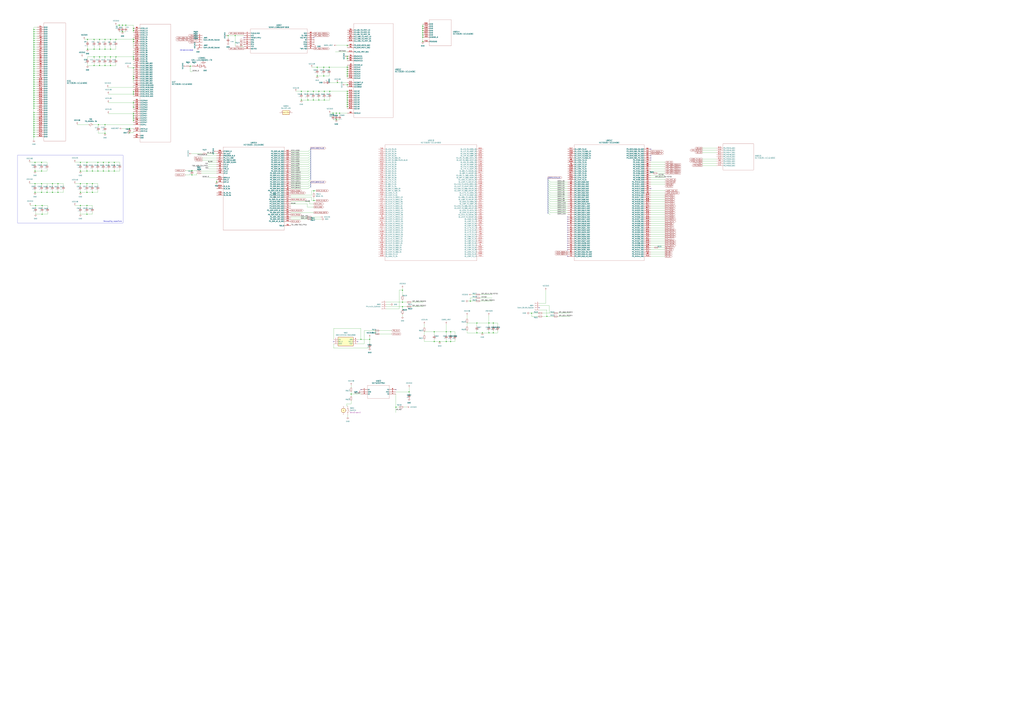
<source format=kicad_sch>
(kicad_sch (version 20231120) (generator "eeschema") (generator_version "8.0")
  (paper "A0")
  (lib_symbols
    (symbol "2025-02-08_12-13-43:XC7Z020-1CLG400C" (pin_names (offset 0.254))
      (property "Reference" "U" (at 43.18 10.16 0))
      (property "Value" "XC7Z020-1CLG400C" (at 43.18 7.62 0))
      (symbol "XC7Z020-1CLG400C_1_1"
        (pin output line (at 86.36 -58.42 180) (length 7.62) (name "PS_DDR_DM0_502") (number "A1"))
        (pin input line (at 0 -12.7 0) (length 7.62) (name "PS_SRST_B_501") (number "B10"))
        (pin output line (at 86.36 -68.58 180) (length 7.62) (name "PS_DDR_DRST_B_502") (number "B4"))
        (pin input line (at 0 -10.16 0) (length 7.62) (name "PS_POR_B_500") (number "C7"))
        (pin output line (at 86.36 -33.02 180) (length 7.62) (name "PS_DDR_A13_502") (number "D4"))
        (pin output line (at 86.36 -30.48 180) (length 7.62) (name "PS_DDR_A12_502") (number "E4"))
        (pin input line (at 0 -7.62 0) (length 7.62) (name "PS_CLK_500") (number "E7"))
        (pin output line (at 86.36 -60.96 180) (length 7.62) (name "PS_DDR_DM1_502") (number "F1"))
        (pin output line (at 86.36 -35.56 180) (length 7.62) (name "PS_DDR_A14_502") (number "F4"))
        (pin output line (at 86.36 -25.4 180) (length 7.62) (name "PS_DDR_A10_502") (number "F5"))
        (pin output line (at 86.36 -86.36 180) (length 7.62) (name "TDO_0") (number "F6"))
        (pin input line (at 0 -15.24 0) (length 7.62) (name "TCK_0") (number "F9"))
        (pin bidirectional line (at 0 -43.18 0) (length 7.62) (name "IO_0_35") (number "G14"))
        (pin output line (at 86.36 -27.94 180) (length 7.62) (name "PS_DDR_A11_502") (number "G4"))
        (pin output line (at 86.36 -76.2 180) (length 7.62) (name "PS_DDR_VRN_502") (number "G5"))
        (pin input line (at 0 -17.78 0) (length 7.62) (name "TDI_0") (number "G6"))
        (pin output line (at 86.36 -78.74 180) (length 7.62) (name "PS_DDR_VRP_502") (number "H5"))
        (pin bidirectional line (at 0 -50.8 0) (length 7.62) (name "IO_25_35") (number "J15"))
        (pin output line (at 86.36 -22.86 180) (length 7.62) (name "PS_DDR_A9_502") (number "J4"))
        (pin output line (at 86.36 -43.18 180) (length 7.62) (name "PS_DDR_BA2_502") (number "J5"))
        (pin input line (at 0 -20.32 0) (length 7.62) (name "TMS_0") (number "J6"))
        (pin output line (at 86.36 -20.32 180) (length 7.62) (name "PS_DDR_A8_502") (number "K1"))
        (pin output line (at 86.36 -2.54 180) (length 7.62) (name "PS_DDR_A1_502") (number "K2"))
        (pin output line (at 86.36 -7.62 180) (length 7.62) (name "PS_DDR_A3_502") (number "K3"))
        (pin output line (at 86.36 -17.78 180) (length 7.62) (name "PS_DDR_A7_502") (number "K4"))
        (pin input line (at 0 -25.4 0) (length 7.62) (name "VP_0") (number "K9"))
        (pin output line (at 86.36 -12.7 180) (length 7.62) (name "PS_DDR_A5_502") (number "L1"))
        (pin input line (at 0 -22.86 0) (length 7.62) (name "VN_0") (number "L10"))
        (pin output line (at 86.36 -53.34 180) (length 7.62) (name "PS_DDR_CKP_502") (number "L2"))
        (pin output line (at 86.36 -15.24 180) (length 7.62) (name "PS_DDR_A6_502") (number "L4"))
        (pin output line (at 86.36 -38.1 180) (length 7.62) (name "PS_DDR_BA0_502") (number "L5"))
        (pin input line (at 0 -5.08 0) (length 7.62) (name "PROGRAM_B_0") (number "L6"))
        (pin unspecified line (at 0 -33.02 0) (length 7.62) (name "DXN_0") (number "M10"))
        (pin output line (at 86.36 -50.8 180) (length 7.62) (name "PS_DDR_CKN_502") (number "M2"))
        (pin output line (at 86.36 -5.08 180) (length 7.62) (name "PS_DDR_A2_502") (number "M3"))
        (pin output line (at 86.36 -10.16 180) (length 7.62) (name "PS_DDR_A4_502") (number "M4"))
        (pin output line (at 86.36 -81.28 180) (length 7.62) (name "PS_DDR_WE_B_502") (number "M5"))
        (pin input line (at 0 0 0) (length 7.62) (name "CFGBVS_0") (number "M6"))
        (pin unspecified line (at 0 -35.56 0) (length 7.62) (name "DXP_0") (number "M9"))
        (pin output line (at 86.36 -55.88 180) (length 7.62) (name "PS_DDR_CS_B_502") (number "N1"))
        (pin output line (at 86.36 0 180) (length 7.62) (name "PS_DDR_A0_502") (number "N2"))
        (pin output line (at 86.36 -48.26 180) (length 7.62) (name "PS_DDR_CKE_502") (number "N3"))
        (pin output line (at 86.36 -71.12 180) (length 7.62) (name "PS_DDR_ODT_502") (number "N5"))
        (pin output line (at 86.36 -73.66 180) (length 7.62) (name "PS_DDR_RAS_B_502") (number "P4"))
        (pin output line (at 86.36 -45.72 180) (length 7.62) (name "PS_DDR_CAS_B_502") (number "P5"))
        (pin bidirectional line (at 0 -2.54 0) (length 7.62) (name "INIT_B_0") (number "R10"))
        (pin bidirectional line (at 0 -30.48 0) (length 7.62) (name "DONE_0") (number "R11"))
        (pin bidirectional line (at 0 -40.64 0) (length 7.62) (name "IO_0_34") (number "R19"))
        (pin output line (at 86.36 -40.64 180) (length 7.62) (name "PS_DDR_BA1_502") (number "R4"))
        (pin output line (at 86.36 -63.5 180) (length 7.62) (name "PS_DDR_DM2_502") (number "T1"))
        (pin bidirectional line (at 0 -48.26 0) (length 7.62) (name "IO_25_34") (number "T19"))
        (pin output line (at 86.36 -66.04 180) (length 7.62) (name "PS_DDR_DM3_502") (number "Y1"))
      )
      (symbol "XC7Z020-1CLG400C_2_1"
        (pin bidirectional line (at 121.92 -5.08 180) (length 7.62) (name "IO_L2N_T0_AD8N_35") (number "A20"))
        (pin bidirectional line (at 121.92 -7.62 180) (length 7.62) (name "IO_L2P_T0_AD8P_35") (number "B19"))
        (pin bidirectional line (at 121.92 0 180) (length 7.62) (name "IO_L1N_T0_AD0N_35") (number "B20"))
        (pin bidirectional line (at 121.92 -2.54 180) (length 7.62) (name "IO_L1P_T0_AD0P_35") (number "C20"))
        (pin bidirectional line (at 121.92 -10.16 180) (length 7.62) (name "IO_L3N_T0_DQS_AD1N_35") (number "D18"))
        (pin bidirectional line (at 0 -22.86 0) (length 7.62) (name "IO_L4P_T0_35") (number "D19"))
        (pin bidirectional line (at 0 -17.78 0) (length 7.62) (name "IO_L4N_T0_35") (number "D20"))
        (pin bidirectional line (at 121.92 -12.7 180) (length 7.62) (name "IO_L3P_T0_DQS_AD1P_35") (number "E17"))
        (pin bidirectional line (at 121.92 -17.78 180) (length 7.62) (name "IO_L5P_T0_AD9P_35") (number "E18"))
        (pin bidirectional line (at 121.92 -15.24 180) (length 7.62) (name "IO_L5N_T0_AD9N_35") (number "E19"))
        (pin bidirectional line (at 0 -33.02 0) (length 7.62) (name "IO_L6P_T0_35") (number "F16"))
        (pin bidirectional line (at 121.92 -48.26 180) (length 7.62) (name "IO_L15P_T2_DQS_AD12P_35") (number "F19"))
        (pin bidirectional line (at 121.92 -45.72 180) (length 7.62) (name "IO_L15N_T2_DQS_AD12N_35") (number "F20"))
        (pin bidirectional line (at 121.92 -88.9 180) (length 7.62) (name "IO_L16P_T2_35") (number "G17"))
        (pin bidirectional line (at 121.92 -81.28 180) (length 7.62) (name "IO_L16N_T2_35") (number "G18"))
        (pin bidirectional line (at 121.92 -58.42 180) (length 7.62) (name "IO_L18P_T2_AD13P_35") (number "G19"))
        (pin bidirectional line (at 121.92 -55.88 180) (length 7.62) (name "IO_L18N_T2_AD13N_35") (number "G20"))
        (pin bidirectional line (at 121.92 -116.84 180) (length 7.62) (name "IO_L19P_T3_35") (number "H15"))
        (pin bidirectional line (at 0 -99.06 0) (length 7.62) (name "IO_L13P_T2_MRCC_35") (number "H16"))
        (pin bidirectional line (at 0 -91.44 0) (length 7.62) (name "IO_L13N_T2_MRCC_35") (number "H17"))
        (pin bidirectional line (at 121.92 -40.64 180) (length 7.62) (name "IO_L14N_T2_AD4N_SRCC_35") (number "H18"))
        (pin bidirectional line (at 121.92 -50.8 180) (length 7.62) (name "IO_L17N_T2_AD5N_35") (number "H20"))
        (pin bidirectional line (at 121.92 -60.96 180) (length 7.62) (name "IO_L20N_T3_AD6N_35") (number "J14"))
        (pin bidirectional line (at 121.92 -76.2 180) (length 7.62) (name "IO_L24N_T3_AD15N_35") (number "J16"))
        (pin bidirectional line (at 121.92 -43.18 180) (length 7.62) (name "IO_L14P_T2_AD4P_SRCC_35") (number "J18"))
        (pin bidirectional line (at 121.92 -35.56 180) (length 7.62) (name "IO_L10N_T1_AD11N_35") (number "J19"))
        (pin bidirectional line (at 121.92 -53.34 180) (length 7.62) (name "IO_L17P_T2_AD5P_35") (number "J20"))
        (pin bidirectional line (at 121.92 -63.5 180) (length 7.62) (name "IO_L20P_T3_AD6P_35") (number "K14"))
        (pin bidirectional line (at 121.92 -78.74 180) (length 7.62) (name "IO_L24P_T3_AD15P_35") (number "K16"))
        (pin bidirectional line (at 0 -83.82 0) (length 7.62) (name "IO_L12P_T1_MRCC_35") (number "K17"))
        (pin bidirectional line (at 0 -76.2 0) (length 7.62) (name "IO_L12N_T1_MRCC_35") (number "K18"))
        (pin bidirectional line (at 121.92 -38.1 180) (length 7.62) (name "IO_L10P_T1_AD11P_35") (number "K19"))
        (pin bidirectional line (at 121.92 -73.66 180) (length 7.62) (name "IO_L22P_T3_AD7P_35") (number "L14"))
        (pin bidirectional line (at 121.92 -71.12 180) (length 7.62) (name "IO_L22N_T3_AD7N_35") (number "L15"))
        (pin bidirectional line (at 0 -68.58 0) (length 7.62) (name "IO_L11P_T1_SRCC_35") (number "L16"))
        (pin bidirectional line (at 0 -60.96 0) (length 7.62) (name "IO_L11N_T1_SRCC_35") (number "L17"))
        (pin bidirectional line (at 121.92 -33.02 180) (length 7.62) (name "IO_L9P_T1_DQS_AD3P_35") (number "L19"))
        (pin bidirectional line (at 121.92 -30.48 180) (length 7.62) (name "IO_L9N_T1_DQS_AD3N_35") (number "L20"))
        (pin bidirectional line (at 121.92 -27.94 180) (length 7.62) (name "IO_L8P_T1_AD10P_35") (number "M17"))
        (pin bidirectional line (at 121.92 -25.4 180) (length 7.62) (name "IO_L8N_T1_AD10N_35") (number "M18"))
        (pin bidirectional line (at 121.92 -22.86 180) (length 7.62) (name "IO_L7P_T1_AD2P_35") (number "M19"))
        (pin bidirectional line (at 121.92 -20.32 180) (length 7.62) (name "IO_L7N_T1_AD2N_35") (number "M20"))
        (pin bidirectional line (at 121.92 -68.58 180) (length 7.62) (name "IO_L21P_T3_DQS_AD14P_35") (number "N15"))
        (pin bidirectional line (at 121.92 -66.04 180) (length 7.62) (name "IO_L21N_T3_DQS_AD14N_35") (number "N16"))
        (pin bidirectional line (at 0 -96.52 0) (length 7.62) (name "IO_L13P_T2_MRCC_34") (number "N18"))
        (pin bidirectional line (at 0 -109.22 0) (length 7.62) (name "IO_L14P_T2_SRCC_34") (number "N20"))
        (pin bidirectional line (at 0 -30.48 0) (length 7.62) (name "IO_L6P_T0_34") (number "P14"))
        (pin bidirectional line (at 0 -88.9 0) (length 7.62) (name "IO_L13N_T2_MRCC_34") (number "P19"))
        (pin bidirectional line (at 0 -104.14 0) (length 7.62) (name "IO_L14N_T2_SRCC_34") (number "P20"))
        (pin bidirectional line (at 121.92 -114.3 180) (length 7.62) (name "IO_L19P_T3_34") (number "R16"))
        (pin bidirectional line (at 121.92 -121.92 180) (length 7.62) (name "IO_L20N_T3_34") (number "R18"))
        (pin bidirectional line (at 0 0 0) (length 7.62) (name "IO_L1N_T0_34") (number "T10"))
        (pin bidirectional line (at 0 -2.54 0) (length 7.62) (name "IO_L1P_T0_34") (number "T11"))
        (pin bidirectional line (at 0 -7.62 0) (length 7.62) (name "IO_L2P_T0_34") (number "T12"))
        (pin bidirectional line (at 0 -27.94 0) (length 7.62) (name "IO_L5P_T0_34") (number "T14"))
        (pin bidirectional line (at 0 -25.4 0) (length 7.62) (name "IO_L5N_T0_34") (number "T15"))
        (pin bidirectional line (at 0 -48.26 0) (length 7.62) (name "IO_L9P_T1_DQS_34") (number "T16"))
        (pin bidirectional line (at 0 -119.38 0) (length 7.62) (name "IO_L15P_T2_DQS_34") (number "T20"))
        (pin bidirectional line (at 121.92 -111.76 180) (length 7.62) (name "IO_L19P_T3_13") (number "T5"))
        (pin bidirectional line (at 0 -78.74 0) (length 7.62) (name "IO_L12P_T1_MRCC_13") (number "T9"))
        (pin bidirectional line (at 0 -71.12 0) (length 7.62) (name "IO_L12N_T1_MRCC_13") (number "U10"))
        (pin bidirectional line (at 0 -5.08 0) (length 7.62) (name "IO_L2N_T0_34") (number "U12"))
        (pin bidirectional line (at 0 -12.7 0) (length 7.62) (name "IO_L3P_T0_DQS_PUDC_B_34") (number "U13"))
        (pin bidirectional line (at 0 -66.04 0) (length 7.62) (name "IO_L11P_T1_SRCC_34") (number "U14"))
        (pin bidirectional line (at 0 -58.42 0) (length 7.62) (name "IO_L11N_T1_SRCC_34") (number "U15"))
        (pin bidirectional line (at 0 -45.72 0) (length 7.62) (name "IO_L9N_T1_DQS_34") (number "U17"))
        (pin bidirectional line (at 0 -81.28 0) (length 7.62) (name "IO_L12P_T1_MRCC_34") (number "U18"))
        (pin bidirectional line (at 0 -73.66 0) (length 7.62) (name "IO_L12N_T1_MRCC_34") (number "U19"))
        (pin bidirectional line (at 0 -114.3 0) (length 7.62) (name "IO_L15N_T2_DQS_34") (number "U20"))
        (pin bidirectional line (at 0 -63.5 0) (length 7.62) (name "IO_L11P_T1_SRCC_13") (number "U7"))
        (pin bidirectional line (at 121.92 -91.44 180) (length 7.62) (name "IO_L17N_T2_13") (number "U8"))
        (pin bidirectional line (at 121.92 -96.52 180) (length 7.62) (name "IO_L17P_T2_13") (number "U9"))
        (pin bidirectional line (at 0 -20.32 0) (length 7.62) (name "IO_L4P_T0_34") (number "V12"))
        (pin bidirectional line (at 0 -10.16 0) (length 7.62) (name "IO_L3N_T0_DQS_34") (number "V13"))
        (pin bidirectional line (at 0 -53.34 0) (length 7.62) (name "IO_L10P_T1_34") (number "V15"))
        (pin bidirectional line (at 121.92 -109.22 180) (length 7.62) (name "IO_L18P_T2_34") (number "V16"))
        (pin bidirectional line (at 121.92 -86.36 180) (length 7.62) (name "IO_L16P_T2_34") (number "V20"))
        (pin bidirectional line (at 0 -55.88 0) (length 7.62) (name "IO_L11N_T1_SRCC_13") (number "V7"))
        (pin bidirectional line (at 0 -116.84 0) (length 7.62) (name "IO_L15P_T2_DQS_13") (number "V8"))
        (pin bidirectional line (at 121.92 -83.82 180) (length 7.62) (name "IO_L16P_T2_13") (number "W10"))
        (pin bidirectional line (at 121.92 -106.68 180) (length 7.62) (name "IO_L18P_T2_13") (number "W11"))
        (pin bidirectional line (at 0 -15.24 0) (length 7.62) (name "IO_L4N_T0_34") (number "W13"))
        (pin bidirectional line (at 0 -43.18 0) (length 7.62) (name "IO_L8P_T1_34") (number "W14"))
        (pin bidirectional line (at 0 -50.8 0) (length 7.62) (name "IO_L10N_T1_34") (number "W15"))
        (pin bidirectional line (at 121.92 -104.14 180) (length 7.62) (name "IO_L18N_T2_34") (number "W16"))
        (pin bidirectional line (at 0 -124.46 0) (length 7.62) (name "IO_L16N_T2_34") (number "W20"))
        (pin bidirectional line (at 0 -111.76 0) (length 7.62) (name "IO_L15N_T2_DQS_13") (number "W8"))
        (pin bidirectional line (at 0 -121.92 0) (length 7.62) (name "IO_L16N_T2_13") (number "W9"))
        (pin bidirectional line (at 121.92 -101.6 180) (length 7.62) (name "IO_L18N_T2_13") (number "Y11"))
        (pin bidirectional line (at 121.92 -124.46 180) (length 7.62) (name "IO_L20P_T3_13") (number "Y12"))
        (pin bidirectional line (at 121.92 -119.38 180) (length 7.62) (name "IO_L20N_T3_13") (number "Y13"))
        (pin bidirectional line (at 0 -40.64 0) (length 7.62) (name "IO_L8N_T1_34") (number "Y14"))
        (pin bidirectional line (at 0 -38.1 0) (length 7.62) (name "IO_L7P_T1_34") (number "Y16"))
        (pin bidirectional line (at 0 -35.56 0) (length 7.62) (name "IO_L7N_T1_34") (number "Y17"))
        (pin bidirectional line (at 121.92 -99.06 180) (length 7.62) (name "IO_L17P_T2_34") (number "Y18"))
        (pin bidirectional line (at 121.92 -93.98 180) (length 7.62) (name "IO_L17N_T2_34") (number "Y19"))
        (pin bidirectional line (at 0 -86.36 0) (length 7.62) (name "IO_L13N_T2_MRCC_13") (number "Y6"))
        (pin bidirectional line (at 0 -93.98 0) (length 7.62) (name "IO_L13P_T2_MRCC_13") (number "Y7"))
        (pin bidirectional line (at 0 -101.6 0) (length 7.62) (name "IO_L14N_T2_SRCC_13") (number "Y8"))
        (pin bidirectional line (at 0 -106.68 0) (length 7.62) (name "IO_L14P_T2_SRCC_13") (number "Y9"))
      )
      (symbol "XC7Z020-1CLG400C_3_1"
        (pin bidirectional line (at 96.52 -106.68 180) (length 7.62) (name "PS_MIO37_501") (number "A10"))
        (pin bidirectional line (at 96.52 -104.14 180) (length 7.62) (name "PS_MIO36_501") (number "A11"))
        (pin bidirectional line (at 96.52 -99.06 180) (length 7.62) (name "PS_MIO34_501") (number "A12"))
        (pin bidirectional line (at 96.52 -93.98 180) (length 7.62) (name "PS_MIO32_501") (number "A14"))
        (pin bidirectional line (at 96.52 -78.74 180) (length 7.62) (name "PS_MIO26_501") (number "A15"))
        (pin bidirectional line (at 96.52 -73.66 180) (length 7.62) (name "PS_MIO24_501") (number "A16"))
        (pin bidirectional line (at 96.52 -63.5 180) (length 7.62) (name "PS_MIO20_501") (number "A17"))
        (pin bidirectional line (at 96.52 -53.34 180) (length 7.62) (name "PS_MIO16_501") (number "A19"))
        (pin bidirectional line (at 0 -43.18 0) (length 7.62) (name "PS_DDR_DQ2_502") (number "A2"))
        (pin bidirectional line (at 0 -45.72 0) (length 7.62) (name "PS_DDR_DQ3_502") (number "A4"))
        (pin bidirectional line (at 96.52 -27.94 180) (length 7.62) (name "PS_MIO6_500") (number "A5"))
        (pin bidirectional line (at 96.52 -25.4 180) (length 7.62) (name "PS_MIO5_500") (number "A6"))
        (pin bidirectional line (at 96.52 -15.24 180) (length 7.62) (name "PS_MIO1_500") (number "A7"))
        (pin bidirectional line (at 96.52 -121.92 180) (length 7.62) (name "PS_MIO43_501") (number "A9"))
        (pin bidirectional line (at 96.52 -68.58 180) (length 7.62) (name "PS_MIO22_501") (number "B17"))
        (pin bidirectional line (at 96.52 -58.42 180) (length 7.62) (name "PS_MIO18_501") (number "B18"))
        (pin bidirectional line (at 0 -119.38 0) (length 7.62) (name "PS_DDR_DQS_N0_502") (number "B2"))
        (pin bidirectional line (at 0 -40.64 0) (length 7.62) (name "PS_DDR_DQ1_502") (number "B3"))
        (pin bidirectional line (at 96.52 -35.56 180) (length 7.62) (name "PS_MIO9_500") (number "B5"))
        (pin bidirectional line (at 96.52 -22.86 180) (length 7.62) (name "PS_MIO4_500") (number "B7"))
        (pin bidirectional line (at 96.52 -17.78 180) (length 7.62) (name "PS_MIO2_500") (number "B8"))
        (pin bidirectional line (at 0 -53.34 0) (length 7.62) (name "PS_DDR_DQ6_502") (number "C1"))
        (pin bidirectional line (at 96.52 -86.36 180) (length 7.62) (name "PS_MIO29_501") (number "C13"))
        (pin bidirectional line (at 96.52 -88.9 180) (length 7.62) (name "PS_MIO30_501") (number "C15"))
        (pin bidirectional line (at 96.52 -83.82 180) (length 7.62) (name "PS_MIO28_501") (number "C16"))
        (pin bidirectional line (at 96.52 -116.84 180) (length 7.62) (name "PS_MIO41_501") (number "C17"))
        (pin bidirectional line (at 96.52 -111.76 180) (length 7.62) (name "PS_MIO39_501") (number "C18"))
        (pin bidirectional line (at 96.52 -2.54 180) (length 7.62) (name "PS_DDR_DQS_P0_502") (number "C2"))
        (pin bidirectional line (at 0 -38.1 0) (length 7.62) (name "PS_DDR_DQ0_502") (number "C3"))
        (pin bidirectional line (at 96.52 -48.26 180) (length 7.62) (name "PS_MIO14_500") (number "C5"))
        (pin bidirectional line (at 96.52 -40.64 180) (length 7.62) (name "PS_MIO11_500") (number "C6"))
        (pin bidirectional line (at 96.52 -50.8 180) (length 7.62) (name "PS_MIO15_500") (number "C8"))
        (pin bidirectional line (at 0 -50.8 0) (length 7.62) (name "PS_DDR_DQ5_502") (number "D1"))
        (pin bidirectional line (at 96.52 -60.96 180) (length 7.62) (name "PS_MIO19_501") (number "D10"))
        (pin bidirectional line (at 96.52 -71.12 180) (length 7.62) (name "PS_MIO23_501") (number "D11"))
        (pin bidirectional line (at 96.52 -81.28 180) (length 7.62) (name "PS_MIO27_501") (number "D13"))
        (pin bidirectional line (at 96.52 -114.3 180) (length 7.62) (name "PS_MIO40_501") (number "D14"))
        (pin bidirectional line (at 96.52 -96.52 180) (length 7.62) (name "PS_MIO33_501") (number "D15"))
        (pin bidirectional line (at 0 -48.26 0) (length 7.62) (name "PS_DDR_DQ4_502") (number "D3"))
        (pin bidirectional line (at 96.52 -33.02 180) (length 7.62) (name "PS_MIO8_500") (number "D5"))
        (pin bidirectional line (at 96.52 -20.32 180) (length 7.62) (name "PS_MIO3_500") (number "D6"))
        (pin bidirectional line (at 96.52 -30.48 180) (length 7.62) (name "PS_MIO7_500") (number "D8"))
        (pin bidirectional line (at 96.52 -43.18 180) (length 7.62) (name "PS_MIO12_500") (number "D9"))
        (pin bidirectional line (at 0 -55.88 0) (length 7.62) (name "PS_DDR_DQ7_502") (number "E1"))
        (pin bidirectional line (at 96.52 -119.38 180) (length 7.62) (name "PS_MIO42_501") (number "E12"))
        (pin bidirectional line (at 96.52 -109.22 180) (length 7.62) (name "PS_MIO38_501") (number "E13"))
        (pin bidirectional line (at 96.52 -55.88 180) (length 7.62) (name "PS_MIO17_501") (number "E14"))
        (pin bidirectional line (at 96.52 -91.44 180) (length 7.62) (name "PS_MIO31_501") (number "E16"))
        (pin bidirectional line (at 0 -58.42 0) (length 7.62) (name "PS_DDR_DQ8_502") (number "E2"))
        (pin bidirectional line (at 0 -60.96 0) (length 7.62) (name "PS_DDR_DQ9_502") (number "E3"))
        (pin bidirectional line (at 96.52 -12.7 180) (length 7.62) (name "PS_MIO0_500") (number "E6"))
        (pin bidirectional line (at 96.52 -45.72 180) (length 7.62) (name "PS_MIO13_500") (number "E8"))
        (pin bidirectional line (at 96.52 -38.1 180) (length 7.62) (name "PS_MIO10_500") (number "E9"))
        (pin bidirectional line (at 96.52 -101.6 180) (length 7.62) (name "PS_MIO35_501") (number "F12"))
        (pin bidirectional line (at 96.52 -124.46 180) (length 7.62) (name "PS_MIO44_501") (number "F13"))
        (pin bidirectional line (at 96.52 -66.04 180) (length 7.62) (name "PS_MIO21_501") (number "F14"))
        (pin bidirectional line (at 96.52 -76.2 180) (length 7.62) (name "PS_MIO25_501") (number "F15"))
        (pin bidirectional line (at 0 -121.92 0) (length 7.62) (name "PS_DDR_DQS_N1_502") (number "F2"))
        (pin bidirectional line (at 96.52 -5.08 180) (length 7.62) (name "PS_DDR_DQS_P1_502") (number "G2"))
        (pin bidirectional line (at 0 -63.5 0) (length 7.62) (name "PS_DDR_DQ10_502") (number "G3"))
        (pin bidirectional line (at 0 -73.66 0) (length 7.62) (name "PS_DDR_DQ14_502") (number "H1"))
        (pin bidirectional line (at 0 -71.12 0) (length 7.62) (name "PS_DDR_DQ13_502") (number "H2"))
        (pin bidirectional line (at 0 -66.04 0) (length 7.62) (name "PS_DDR_DQ11_502") (number "H3"))
        (pin bidirectional line (at 0 -76.2 0) (length 7.62) (name "PS_DDR_DQ15_502") (number "J1"))
        (pin bidirectional line (at 0 -68.58 0) (length 7.62) (name "PS_DDR_DQ12_502") (number "J3"))
        (pin bidirectional line (at 0 -30.48 0) (length 7.62) (name "IO_L23P_T3_35") (number "M14"))
        (pin bidirectional line (at 0 -25.4 0) (length 7.62) (name "IO_L23N_T3_35") (number "M15"))
        (pin bidirectional line (at 0 -27.94 0) (length 7.62) (name "IO_L23P_T3_34") (number "N17"))
        (pin bidirectional line (at 0 -78.74 0) (length 7.62) (name "PS_DDR_DQ16_502") (number "P1"))
        (pin bidirectional line (at 0 -35.56 0) (length 7.62) (name "IO_L24P_T3_34") (number "P15"))
        (pin bidirectional line (at 0 -33.02 0) (length 7.62) (name "IO_L24N_T3_34") (number "P16"))
        (pin bidirectional line (at 0 -22.86 0) (length 7.62) (name "IO_L23N_T3_34") (number "P18"))
        (pin bidirectional line (at 0 -81.28 0) (length 7.62) (name "PS_DDR_DQ17_502") (number "P3"))
        (pin bidirectional line (at 0 -86.36 0) (length 7.62) (name "PS_DDR_DQ19_502") (number "R1"))
        (pin bidirectional line (at 96.52 -7.62 180) (length 7.62) (name "PS_DDR_DQS_P2_502") (number "R2"))
        (pin bidirectional line (at 0 -83.82 0) (length 7.62) (name "PS_DDR_DQ18_502") (number "R3"))
        (pin bidirectional line (at 0 0 0) (length 7.62) (name "IO_L20P_T3_34") (number "T17"))
        (pin bidirectional line (at 0 -124.46 0) (length 7.62) (name "PS_DDR_DQS_N2_502") (number "T2"))
        (pin bidirectional line (at 0 -88.9 0) (length 7.62) (name "PS_DDR_DQ20_502") (number "T4"))
        (pin bidirectional line (at 0 -93.98 0) (length 7.62) (name "PS_DDR_DQ22_502") (number "U2"))
        (pin bidirectional line (at 0 -96.52 0) (length 7.62) (name "PS_DDR_DQ23_502") (number "U3"))
        (pin bidirectional line (at 0 -91.44 0) (length 7.62) (name "PS_DDR_DQ21_502") (number "U4"))
        (pin bidirectional line (at 0 -99.06 0) (length 7.62) (name "PS_DDR_DQ24_502") (number "V1"))
        (pin bidirectional line (at 0 -2.54 0) (length 7.62) (name "IO_L21N_T3_DQS_13") (number "V10"))
        (pin bidirectional line (at 0 -7.62 0) (length 7.62) (name "IO_L21P_T3_DQS_13") (number "V11"))
        (pin bidirectional line (at 0 -10.16 0) (length 7.62) (name "IO_L21P_T3_DQS_34") (number "V17"))
        (pin bidirectional line (at 0 -5.08 0) (length 7.62) (name "IO_L21N_T3_DQS_34") (number "V18"))
        (pin bidirectional line (at 0 -114.3 0) (length 7.62) (name "PS_DDR_DQ30_502") (number "V2"))
        (pin bidirectional line (at 0 -116.84 0) (length 7.62) (name "PS_DDR_DQ31_502") (number "V3"))
        (pin bidirectional line (at 0 -17.78 0) (length 7.62) (name "IO_L22P_T3_13") (number "V6"))
        (pin bidirectional line (at 0 -104.14 0) (length 7.62) (name "PS_DDR_DQ26_502") (number "W1"))
        (pin bidirectional line (at 0 -20.32 0) (length 7.62) (name "IO_L22P_T3_34") (number "W18"))
        (pin bidirectional line (at 0 -15.24 0) (length 7.62) (name "IO_L22N_T3_34") (number "W19"))
        (pin bidirectional line (at 0 -111.76 0) (length 7.62) (name "PS_DDR_DQ29_502") (number "W3"))
        (pin bidirectional line (at 96.52 0 180) (length 7.62) (name "PS_DDR_DQS_N3_502") (number "W4"))
        (pin bidirectional line (at 96.52 -10.16 180) (length 7.62) (name "PS_DDR_DQS_P3_502") (number "W5"))
        (pin bidirectional line (at 0 -12.7 0) (length 7.62) (name "IO_L22N_T3_13") (number "W6"))
        (pin bidirectional line (at 0 -109.22 0) (length 7.62) (name "PS_DDR_DQ28_502") (number "Y2"))
        (pin bidirectional line (at 0 -101.6 0) (length 7.62) (name "PS_DDR_DQ25_502") (number "Y3"))
        (pin bidirectional line (at 0 -106.68 0) (length 7.62) (name "PS_DDR_DQ27_502") (number "Y4"))
      )
      (symbol "XC7Z020-1CLG400C_4_1"
        (pin bidirectional line (at 0 -7.62 0) (length 7.62) (name "PS_MIO48_501") (number "B12"))
        (pin bidirectional line (at 0 -12.7 0) (length 7.62) (name "PS_MIO50_501") (number "B13"))
        (pin bidirectional line (at 0 -5.08 0) (length 7.62) (name "PS_MIO47_501") (number "B14"))
        (pin bidirectional line (at 0 0 0) (length 7.62) (name "PS_MIO45_501") (number "B15"))
        (pin bidirectional line (at 0 -15.24 0) (length 7.62) (name "PS_MIO51_501") (number "B9"))
        (pin bidirectional line (at 0 -17.78 0) (length 7.62) (name "PS_MIO52_501") (number "C10"))
        (pin bidirectional line (at 0 -20.32 0) (length 7.62) (name "PS_MIO53_501") (number "C11"))
        (pin bidirectional line (at 0 -10.16 0) (length 7.62) (name "PS_MIO49_501") (number "C12"))
        (pin bidirectional line (at 0 -2.54 0) (length 7.62) (name "PS_MIO46_501") (number "D16"))
      )
      (symbol "XC7Z020-1CLG400C_5_1"
        (pin power_in line (at 0 -25.4 0) (length 7.62) (name "PS_MIO_VREF_501") (number "E11"))
        (pin power_in line (at 0 -60.96 0) (length 7.62) (name "VCCBATT_0") (number "F11"))
        (pin bidirectional line (at 0 -5.08 0) (length 7.62) (name "IO_L6N_T0_VREF_35") (number "F17"))
        (pin power_in line (at 0 -63.5 0) (length 7.62) (name "VCCBRAM") (number "G11"))
        (pin power_in line (at 0 -71.12 0) (length 7.62) (name "VCCINT") (number "G13"))
        (pin bidirectional line (at 0 -12.7 0) (length 7.62) (name "IO_L19N_T3_VREF_35") (number "G15"))
        (pin power_in line (at 0 -66.04 0) (length 7.62) (name "VCCBRAM") (number "H10"))
        (pin power_in line (at 0 -73.66 0) (length 7.62) (name "VCCINT") (number "H12"))
        (pin power_in line (at 0 -17.78 0) (length 7.62) (name "PS_DDR_VREF0_502") (number "H6"))
        (pin power_in line (at 0 -48.26 0) (length 7.62) (name "VCCAUX") (number "J11"))
        (pin power_in line (at 0 -76.2 0) (length 7.62) (name "VCCINT") (number "J13"))
        (pin power_in line (at 0 -40.64 0) (length 7.62) (name "VCCADC_0") (number "J9"))
        (pin power_in line (at 0 -78.74 0) (length 7.62) (name "VCCINT") (number "K12"))
        (pin power_in line (at 0 -96.52 0) (length 7.62) (name "VCCO_0") (number "K6"))
        (pin power_in line (at 0 -50.8 0) (length 7.62) (name "VCCAUX") (number "L11"))
        (pin power_in line (at 0 -81.28 0) (length 7.62) (name "VCCINT") (number "L13"))
        (pin power_in line (at 0 -83.82 0) (length 7.62) (name "VCCINT") (number "M12"))
        (pin power_in line (at 0 -53.34 0) (length 7.62) (name "VCCAUX") (number "N11"))
        (pin power_in line (at 0 -86.36 0) (length 7.62) (name "VCCINT") (number "N13"))
        (pin power_in line (at 0 -35.56 0) (length 7.62) (name "RSVDVCC3") (number "N6"))
        (pin power_in line (at 0 -43.18 0) (length 7.62) (name "VCCAUX") (number "N9"))
        (pin power_in line (at 0 -55.88 0) (length 7.62) (name "VCCAUX") (number "P10"))
        (pin power_in line (at 0 -88.9 0) (length 7.62) (name "VCCINT") (number "P12"))
        (pin power_in line (at 0 -20.32 0) (length 7.62) (name "PS_DDR_VREF1_502") (number "P6"))
        (pin power_in line (at 0 -91.44 0) (length 7.62) (name "VCCINT") (number "R13"))
        (pin bidirectional line (at 0 -2.54 0) (length 7.62) (name "IO_L6N_T0_VREF_34") (number "R14"))
        (pin bidirectional line (at 0 -10.16 0) (length 7.62) (name "IO_L19N_T3_VREF_34") (number "R17"))
        (pin power_in line (at 0 -33.02 0) (length 7.62) (name "RSVDVCC2") (number "R6"))
        (pin power_in line (at 0 -45.72 0) (length 7.62) (name "VCCAUX") (number "R9"))
        (pin power_in line (at 0 -30.48 0) (length 7.62) (name "RSVDVCC1") (number "T6"))
        (pin bidirectional line (at 0 -7.62 0) (length 7.62) (name "IO_L19N_T3_VREF_13") (number "U5"))
        (pin bidirectional line (at 0 0 0) (length 7.62) (name "IO_L6N_T0_VREF_13") (number "V5"))
      )
      (symbol "XC7Z020-1CLG400C_6_1"
        (pin power_in line (at 0 -71.12 0) (length 7.62) (name "VCCO_MIO1_501") (number "A13"))
        (pin power_in line (at 0 -40.64 0) (length 7.62) (name "VCCO_DDR_502") (number "A3"))
        (pin power_out line (at 0 -124.46 0) (length 7.62) (name "GND") (number "A8"))
        (pin power_out line (at 0 -127 0) (length 7.62) (name "GND") (number "B1"))
        (pin power_in line (at 0 -73.66 0) (length 7.62) (name "VCCO_MIO1_501") (number "B16"))
        (pin power_in line (at 0 -66.04 0) (length 7.62) (name "VCCO_MIO0_500") (number "B6"))
        (pin power_in line (at 0 -25.4 0) (length 7.62) (name "VCCO_35") (number "C19"))
        (pin power_in line (at 0 -76.2 0) (length 7.62) (name "VCCO_MIO1_501") (number "D12"))
        (pin power_in line (at 0 -43.18 0) (length 7.62) (name "VCCO_DDR_502") (number "D2"))
        (pin power_in line (at 0 -68.58 0) (length 7.62) (name "VCCO_MIO0_500") (number "D7"))
        (pin power_in line (at 0 -78.74 0) (length 7.62) (name "VCCO_MIO1_501") (number "E15"))
        (pin power_in line (at 0 -45.72 0) (length 7.62) (name "VCCO_DDR_502") (number "E5"))
        (pin power_in line (at 0 -27.94 0) (length 7.62) (name "VCCO_35") (number "F18"))
        (pin power_in line (at 0 -83.82 0) (length 7.62) (name "VCCPAUX") (number "F8"))
        (pin power_in line (at 0 -48.26 0) (length 7.62) (name "VCCO_DDR_502") (number "G1"))
        (pin power_in line (at 0 -96.52 0) (length 7.62) (name "VCCPINT") (number "G7"))
        (pin power_in line (at 0 -111.76 0) (length 7.62) (name "VCCPLL") (number "G8"))
        (pin power_in line (at 0 -86.36 0) (length 7.62) (name "VCCPAUX") (number "G9"))
        (pin power_in line (at 0 -30.48 0) (length 7.62) (name "VCCO_35") (number "H14"))
        (pin power_in line (at 0 -50.8 0) (length 7.62) (name "VCCO_DDR_502") (number "H4"))
        (pin power_in line (at 0 -88.9 0) (length 7.62) (name "VCCPAUX") (number "H8"))
        (pin power_in line (at 0 -33.02 0) (length 7.62) (name "VCCO_35") (number "J17"))
        (pin power_in line (at 0 -99.06 0) (length 7.62) (name "VCCPINT") (number "J7"))
        (pin power_in line (at 0 -116.84 0) (length 7.62) (name "VREFN_0") (number "K10"))
        (pin power_in line (at 0 -35.56 0) (length 7.62) (name "VCCO_35") (number "K20"))
        (pin power_in line (at 0 -91.44 0) (length 7.62) (name "VCCPAUX") (number "K8"))
        (pin power_in line (at 0 -53.34 0) (length 7.62) (name "VCCO_DDR_502") (number "L3"))
        (pin power_in line (at 0 -101.6 0) (length 7.62) (name "VCCPINT") (number "L7"))
        (pin power_in line (at 0 -119.38 0) (length 7.62) (name "VREFP_0") (number "L9"))
        (pin power_in line (at 0 -38.1 0) (length 7.62) (name "VCCO_35") (number "M16"))
        (pin power_in line (at 0 -93.98 0) (length 7.62) (name "VCCPAUX") (number "M8"))
        (pin power_in line (at 0 -10.16 0) (length 7.62) (name "VCCO_34") (number "N19"))
        (pin power_in line (at 0 -104.14 0) (length 7.62) (name "VCCPINT") (number "N7"))
        (pin power_in line (at 0 -55.88 0) (length 7.62) (name "VCCO_DDR_502") (number "P2"))
        (pin power_in line (at 0 -106.68 0) (length 7.62) (name "VCCPINT") (number "P8"))
        (pin power_in line (at 0 -12.7 0) (length 7.62) (name "VCCO_34") (number "R15"))
        (pin power_in line (at 0 -58.42 0) (length 7.62) (name "VCCO_DDR_502") (number "R5"))
        (pin power_in line (at 0 -109.22 0) (length 7.62) (name "VCCPINT") (number "R7"))
        (pin power_in line (at 0 -15.24 0) (length 7.62) (name "VCCO_34") (number "T18"))
        (pin power_in line (at 0 0 0) (length 7.62) (name "VCCO_13") (number "T8"))
        (pin power_in line (at 0 -60.96 0) (length 7.62) (name "VCCO_DDR_502") (number "U1"))
        (pin power_in line (at 0 -5.08 0) (length 7.62) (name "VCCO_13") (number "U11"))
        (pin power_in line (at 0 -17.78 0) (length 7.62) (name "VCCO_34") (number "V14"))
        (pin power_in line (at 0 -63.5 0) (length 7.62) (name "VCCO_DDR_502") (number "V4"))
        (pin power_in line (at 0 -20.32 0) (length 7.62) (name "VCCO_34") (number "W17"))
        (pin power_in line (at 0 -2.54 0) (length 7.62) (name "VCCO_13") (number "W7"))
        (pin power_in line (at 0 -7.62 0) (length 7.62) (name "VCCO_13") (number "Y10"))
        (pin power_in line (at 0 -22.86 0) (length 7.62) (name "VCCO_34") (number "Y20"))
      )
      (symbol "XC7Z020-1CLG400C_7_1"
        (pin power_out line (at 0 -60.96 0) (length 7.62) (name "GND") (number "A18"))
        (pin power_out line (at 0 -63.5 0) (length 7.62) (name "GND") (number "B11"))
        (pin power_out line (at 0 -66.04 0) (length 7.62) (name "GND") (number "C14"))
        (pin power_out line (at 0 0 0) (length 7.62) (name "GND") (number "C4"))
        (pin power_out line (at 0 -2.54 0) (length 7.62) (name "GND") (number "C9"))
        (pin power_out line (at 0 -68.58 0) (length 7.62) (name "GND") (number "D17"))
        (pin power_out line (at 0 -71.12 0) (length 7.62) (name "GND") (number "E10"))
        (pin power_out line (at 0 -73.66 0) (length 7.62) (name "GND") (number "E20"))
        (pin power_out line (at 0 -5.08 0) (length 7.62) (name "GND") (number "F3"))
        (pin power_out line (at 0 -7.62 0) (length 7.62) (name "GND") (number "F7"))
        (pin power_out line (at 0 -76.2 0) (length 7.62) (name "GND") (number "G10"))
        (pin power_out line (at 0 -78.74 0) (length 7.62) (name "GND") (number "G12"))
        (pin power_out line (at 0 -81.28 0) (length 7.62) (name "GND") (number "G16"))
        (pin power_out line (at 0 -83.82 0) (length 7.62) (name "GND") (number "H11"))
        (pin power_out line (at 0 -86.36 0) (length 7.62) (name "GND") (number "H13"))
        (pin power_out line (at 0 -88.9 0) (length 7.62) (name "GND") (number "H19"))
        (pin power_out line (at 0 -10.16 0) (length 7.62) (name "GND") (number "H7"))
        (pin power_out line (at 0 -12.7 0) (length 7.62) (name "GND") (number "H9"))
        (pin power_out line (at 0 -91.44 0) (length 7.62) (name "GND") (number "J12"))
        (pin power_out line (at 0 -15.24 0) (length 7.62) (name "GND") (number "J2"))
        (pin power_out line (at 0 -17.78 0) (length 7.62) (name "GND") (number "J8"))
        (pin power_out line (at 0 -93.98 0) (length 7.62) (name "GND") (number "K11"))
        (pin power_out line (at 0 -96.52 0) (length 7.62) (name "GND") (number "K13"))
        (pin power_out line (at 0 -99.06 0) (length 7.62) (name "GND") (number "K15"))
        (pin power_out line (at 0 -20.32 0) (length 7.62) (name "GND") (number "K5"))
        (pin power_out line (at 0 -22.86 0) (length 7.62) (name "GND") (number "K7"))
        (pin power_out line (at 0 -101.6 0) (length 7.62) (name "GND") (number "L12"))
        (pin power_out line (at 0 -104.14 0) (length 7.62) (name "GND") (number "L18"))
        (pin power_out line (at 0 -25.4 0) (length 7.62) (name "GND") (number "L8"))
        (pin power_out line (at 0 -27.94 0) (length 7.62) (name "GND") (number "M1"))
        (pin power_out line (at 0 -106.68 0) (length 7.62) (name "GND") (number "M11"))
        (pin power_out line (at 0 -109.22 0) (length 7.62) (name "GND") (number "M13"))
        (pin power_out line (at 0 -30.48 0) (length 7.62) (name "GND") (number "M7"))
        (pin power_out line (at 0 -111.76 0) (length 7.62) (name "GND") (number "N10"))
        (pin power_out line (at 0 -114.3 0) (length 7.62) (name "GND") (number "N12"))
        (pin power_out line (at 0 -116.84 0) (length 7.62) (name "GND") (number "N14"))
        (pin power_out line (at 0 -33.02 0) (length 7.62) (name "GND") (number "N4"))
        (pin power_out line (at 0 -35.56 0) (length 7.62) (name "GND") (number "N8"))
        (pin power_out line (at 0 -119.38 0) (length 7.62) (name "GND") (number "P11"))
        (pin power_out line (at 0 -121.92 0) (length 7.62) (name "GND") (number "P13"))
        (pin power_out line (at 0 -124.46 0) (length 7.62) (name "GND") (number "P17"))
        (pin power_out line (at 0 -38.1 0) (length 7.62) (name "GND") (number "P7"))
        (pin power_out line (at 0 -40.64 0) (length 7.62) (name "GND") (number "P9"))
        (pin power_out line (at 0 -127 0) (length 7.62) (name "GND") (number "R12"))
        (pin power_out line (at 0 -43.18 0) (length 7.62) (name "GND") (number "R8"))
        (pin power_out line (at 0 -45.72 0) (length 7.62) (name "GND") (number "T3"))
        (pin power_out line (at 0 -48.26 0) (length 7.62) (name "GND") (number "T7"))
        (pin power_out line (at 0 -50.8 0) (length 7.62) (name "GND") (number "U6"))
        (pin power_out line (at 0 -53.34 0) (length 7.62) (name "GND") (number "V9"))
        (pin power_out line (at 0 -55.88 0) (length 7.62) (name "GND") (number "W2"))
        (pin power_out line (at 0 -58.42 0) (length 7.62) (name "GND") (number "Y5"))
      )
      (symbol "XC7Z020-1CLG400C_8_1"
        (pin power_out line (at 0 -20.32 0) (length 7.62) (name "RSVDGND") (number "F10"))
        (pin power_out line (at 0 -15.24 0) (length 7.62) (name "GNDADC_0") (number "J10"))
        (pin power_out line (at 0 0 0) (length 7.62) (name "GND") (number "R20"))
        (pin power_out line (at 0 -2.54 0) (length 7.62) (name "GND") (number "T13"))
        (pin power_out line (at 0 -5.08 0) (length 7.62) (name "GND") (number "U16"))
        (pin power_out line (at 0 -7.62 0) (length 7.62) (name "GND") (number "V19"))
        (pin power_out line (at 0 -10.16 0) (length 7.62) (name "GND") (number "W12"))
        (pin power_out line (at 0 -12.7 0) (length 7.62) (name "GND") (number "Y15"))
      )
    )
    (symbol "2025-02-15_04-53-13:SML-LX1206SRC-TR" (pin_names (offset 0.254))
      (property "Reference" "LED" (at 5.08 -4.445 0))
      (property "Value" "SML-LX1206SRC-TR" (at 5.08 -7.62 0))
      (symbol "SML-LX1206SRC-TR_1_1"
        (pin unspecified line (at 10.16 0 180) (length 2.54) (name "") (number "1"))
        (pin unspecified line (at 0 0 0) (length 2.54) (name "") (number "2"))
      )
      (symbol "SML-LX1206SRC-TR_1_2"
        (pin unspecified line (at 0 10.16 270) (length 2.54) (name "") (number "1"))
        (pin unspecified line (at 0 0 90) (length 2.54) (name "") (number "2"))
      )
    )
    (symbol "2025-02-19_13-54-14:NC7WZ07P6X" (pin_names (offset 0.254))
      (property "Reference" "U" (at 20.32 10.16 0))
      (property "Value" "NC7WZ07P6X" (at 20.32 7.62 0))
      (symbol "NC7WZ07P6X_0_1"
        (pin input line (at 0 0 0) (length 7.62) (name "A1") (number "1"))
        (pin power_out line (at 0 -2.54 0) (length 7.62) (name "GND") (number "2"))
        (pin input line (at 0 -5.08 0) (length 7.62) (name "A2") (number "3"))
        (pin output line (at 40.64 -5.08 180) (length 7.62) (name "Y2") (number "4"))
        (pin power_in line (at 40.64 -2.54 180) (length 7.62) (name "VCC") (number "5"))
        (pin output line (at 40.64 0 180) (length 7.62) (name "Y1") (number "6"))
      )
    )
    (symbol "Connector:Conn_01x02_Socket" (pin_names (offset 1.016) hide)
      (property "Reference" "J" (at 0 2.54 0))
      (property "Value" "Conn_01x02_Socket" (at 0 -5.08 0))
      (symbol "Conn_01x02_Socket_1_1"
        (pin passive line (at -5.08 0 0) (length 3.81) (name "Pin_1") (number "1"))
        (pin passive line (at -5.08 -2.54 0) (length 3.81) (name "Pin_2") (number "2"))
      )
    )
    (symbol "Connector:Conn_01x04_Socket" (pin_names (offset 1.016) hide)
      (property "Reference" "J" (at 0 5.08 0))
      (property "Value" "Conn_01x04_Socket" (at 0 -7.62 0))
      (symbol "Conn_01x04_Socket_1_1"
        (pin passive line (at -5.08 2.54 0) (length 3.81) (name "Pin_1") (number "1"))
        (pin passive line (at -5.08 0 0) (length 3.81) (name "Pin_2") (number "2"))
        (pin passive line (at -5.08 -2.54 0) (length 3.81) (name "Pin_3") (number "3"))
        (pin passive line (at -5.08 -5.08 0) (length 3.81) (name "Pin_4") (number "4"))
      )
    )
    (symbol "DSC1121CE5-050_0000:DSC1121CE5-050.0000"
      (property "Reference" "Y" (at 24.13 7.62 0))
      (property "Value" "DSC1121CE5-050.0000" (at 24.13 5.08 0))
      (symbol "DSC1121CE5-050.0000_1_1"
        (pin passive line (at 0 0 0) (length 5.08) (name "EN") (number "1"))
        (pin passive line (at 0 -2.54 0) (length 5.08) (name "NC_1") (number "2"))
        (pin passive line (at 0 -5.08 0) (length 5.08) (name "GND") (number "3"))
        (pin passive line (at 27.94 -5.08 180) (length 5.08) (name "OUT") (number "4"))
        (pin passive line (at 27.94 -2.54 180) (length 5.08) (name "NC_2") (number "5"))
        (pin passive line (at 27.94 0 180) (length 5.08) (name "VDD") (number "6"))
      )
    )
    (symbol "Device:C_Small" (pin_numbers hide) (pin_names (offset 0.254) hide)
      (property "Reference" "C" (at 0.254 1.778 0))
      (property "Value" "C_Small" (at 0.254 -2.032 0))
      (symbol "C_Small_1_1"
        (pin passive line (at 0 2.54 270) (length 2.032) (name "~") (number "1"))
        (pin passive line (at 0 -2.54 90) (length 2.032) (name "~") (number "2"))
      )
    )
    (symbol "Device:FerriteBead_Small" (pin_numbers hide) (pin_names (offset 0))
      (property "Reference" "FB" (at 1.905 1.27 0))
      (property "Value" "FerriteBead_Small" (at 1.905 -1.27 0))
      (symbol "FerriteBead_Small_1_1"
        (pin passive line (at 0 2.54 270) (length 1.27) (name "~") (number "1"))
        (pin passive line (at 0 -2.54 90) (length 1.27) (name "~") (number "2"))
      )
    )
    (symbol "Device:R_Small" (pin_numbers hide) (pin_names (offset 0.254) hide)
      (property "Reference" "R" (at 0.762 0.508 0))
      (property "Value" "R_Small" (at 0.762 -1.016 0))
      (symbol "R_Small_1_1"
        (pin passive line (at 0 2.54 270) (length 0.762) (name "~") (number "1"))
        (pin passive line (at 0 -2.54 90) (length 0.762) (name "~") (number "2"))
      )
    )
    (symbol "Device:R_Small_US" (pin_numbers hide) (pin_names (offset 0.254) hide)
      (property "Reference" "R" (at 0.762 0.508 0))
      (property "Value" "R_Small_US" (at 0.762 -1.016 0))
      (symbol "R_Small_US_1_1"
        (pin passive line (at 0 2.54 270) (length 1.016) (name "~") (number "1"))
        (pin passive line (at 0 -2.54 90) (length 1.016) (name "~") (number "2"))
      )
    )
    (symbol "S25FL128SAGMFI000:S25FL128SAGMFI000" (pin_names (offset 0.254))
      (property "Reference" "U" (at 40.64 10.16 0))
      (property "Value" "S25FL128SAGMFI000" (at 40.64 7.62 0))
      (symbol "S25FL128SAGMFI000_0_1"
        (pin bidirectional line (at 0 0 0) (length 7.62) (name "*HOLD/IO3") (number "1"))
        (pin power_in line (at 81.28 -15.24 180) (length 7.62) (name "VSS") (number "10"))
        (pin no_connect line (at 81.28 -12.7 180) (length 7.62) (name "DNU") (number "11"))
        (pin no_connect line (at 81.28 -10.16 180) (length 7.62) (name "DNU") (number "12"))
        (pin no_connect line (at 81.28 -7.62 180) (length 7.62) (name "NC") (number "13"))
        (pin bidirectional line (at 81.28 -5.08 180) (length 7.62) (name "VIO/RFU") (number "14"))
        (pin bidirectional line (at 81.28 -2.54 180) (length 7.62) (name "SI/IO0") (number "15"))
        (pin input line (at 81.28 0 180) (length 7.62) (name "SCK") (number "16"))
        (pin power_in line (at 0 -2.54 0) (length 7.62) (name "VCC") (number "2"))
        (pin bidirectional line (at 0 -5.08 0) (length 7.62) (name "*RESET/RFU") (number "3"))
        (pin no_connect line (at 0 -7.62 0) (length 7.62) (name "DNU") (number "4"))
        (pin no_connect line (at 0 -10.16 0) (length 7.62) (name "DNU") (number "5"))
        (pin no_connect line (at 0 -12.7 0) (length 7.62) (name "RFU") (number "6"))
        (pin input line (at 0 -15.24 0) (length 7.62) (name "*CS") (number "7"))
        (pin bidirectional line (at 0 -17.78 0) (length 7.62) (name "SO/IO1") (number "8"))
        (pin bidirectional line (at 81.28 -17.78 180) (length 7.62) (name "*WP/IO2") (number "9"))
      )
    )
    (symbol "Simulation_SPICE:SWITCH" (pin_numbers hide) (pin_names (offset 1.016) hide)
      (property "Reference" "S" (at 2.54 2.54 0))
      (property "Value" "SWITCH" (at 2.54 0 0))
      (property "Sim.Params" "thr=0 ron=1" (at 2.54 -2.54 0))
      (symbol "SWITCH_1_1"
        (text "V" (at -5.08 0 0) (effects (font (size 1.27 1.27))))
        (pin passive line (at 0 5.08 270) (length 2.54) (name "N+") (number "1"))
        (pin passive line (at 0 -5.08 90) (length 2.54) (name "N-") (number "2"))
        (pin input line (at -5.08 5.08 270) (length 2.54) (name "C+") (number "3"))
        (pin input line (at -5.08 -5.08 90) (length 2.54) (name "C-") (number "4"))
      )
    )
    (symbol "Switch:SW_DIP_x01" (pin_names (offset 0) hide)
      (property "Reference" "SW" (at 0 3.81 0))
      (property "Value" "SW_DIP_x01" (at 0 -3.81 0))
      (symbol "SW_DIP_x01_1_1"
        (pin passive line (at -7.62 0 0) (length 5.08) (name "~") (number "1"))
        (pin passive line (at 7.62 0 180) (length 5.08) (name "~") (number "2"))
      )
    )
    (symbol "ZYNC-7020/XC7Z020-1CLG400C:XC7Z020-1CLG400C" (pin_names (offset 0.254))
      (property "Reference" "U" (at 43.18 10.16 0))
      (property "Value" "XC7Z020-1CLG400C" (at 43.18 7.62 0))
      (symbol "XC7Z020-1CLG400C_1_1"
        (pin output line (at 86.36 -58.42 180) (length 7.62) (name "PS_DDR_DM0_502") (number "A1"))
        (pin input line (at 0 -12.7 0) (length 7.62) (name "PS_SRST_B_501") (number "B10"))
        (pin output line (at 86.36 -68.58 180) (length 7.62) (name "PS_DDR_DRST_B_502") (number "B4"))
        (pin input line (at 0 -10.16 0) (length 7.62) (name "PS_POR_B_500") (number "C7"))
        (pin output line (at 86.36 -33.02 180) (length 7.62) (name "PS_DDR_A13_502") (number "D4"))
        (pin output line (at 86.36 -30.48 180) (length 7.62) (name "PS_DDR_A12_502") (number "E4"))
        (pin input line (at 0 -7.62 0) (length 7.62) (name "PS_CLK_500") (number "E7"))
        (pin output line (at 86.36 -60.96 180) (length 7.62) (name "PS_DDR_DM1_502") (number "F1"))
        (pin output line (at 86.36 -35.56 180) (length 7.62) (name "PS_DDR_A14_502") (number "F4"))
        (pin output line (at 86.36 -25.4 180) (length 7.62) (name "PS_DDR_A10_502") (number "F5"))
        (pin output line (at 86.36 -86.36 180) (length 7.62) (name "TDO_0") (number "F6"))
        (pin input line (at 0 -15.24 0) (length 7.62) (name "TCK_0") (number "F9"))
        (pin bidirectional line (at 0 -43.18 0) (length 7.62) (name "IO_0_35") (number "G14"))
        (pin output line (at 86.36 -27.94 180) (length 7.62) (name "PS_DDR_A11_502") (number "G4"))
        (pin output line (at 86.36 -76.2 180) (length 7.62) (name "PS_DDR_VRN_502") (number "G5"))
        (pin input line (at 0 -17.78 0) (length 7.62) (name "TDI_0") (number "G6"))
        (pin output line (at 86.36 -78.74 180) (length 7.62) (name "PS_DDR_VRP_502") (number "H5"))
        (pin bidirectional line (at 0 -50.8 0) (length 7.62) (name "IO_25_35") (number "J15"))
        (pin output line (at 86.36 -22.86 180) (length 7.62) (name "PS_DDR_A9_502") (number "J4"))
        (pin output line (at 86.36 -43.18 180) (length 7.62) (name "PS_DDR_BA2_502") (number "J5"))
        (pin input line (at 0 -20.32 0) (length 7.62) (name "TMS_0") (number "J6"))
        (pin output line (at 86.36 -20.32 180) (length 7.62) (name "PS_DDR_A8_502") (number "K1"))
        (pin output line (at 86.36 -2.54 180) (length 7.62) (name "PS_DDR_A1_502") (number "K2"))
        (pin output line (at 86.36 -7.62 180) (length 7.62) (name "PS_DDR_A3_502") (number "K3"))
        (pin output line (at 86.36 -17.78 180) (length 7.62) (name "PS_DDR_A7_502") (number "K4"))
        (pin input line (at 0 -25.4 0) (length 7.62) (name "VP_0") (number "K9"))
        (pin output line (at 86.36 -12.7 180) (length 7.62) (name "PS_DDR_A5_502") (number "L1"))
        (pin input line (at 0 -22.86 0) (length 7.62) (name "VN_0") (number "L10"))
        (pin output line (at 86.36 -53.34 180) (length 7.62) (name "PS_DDR_CKP_502") (number "L2"))
        (pin output line (at 86.36 -15.24 180) (length 7.62) (name "PS_DDR_A6_502") (number "L4"))
        (pin output line (at 86.36 -38.1 180) (length 7.62) (name "PS_DDR_BA0_502") (number "L5"))
        (pin input line (at 0 -5.08 0) (length 7.62) (name "PROGRAM_B_0") (number "L6"))
        (pin unspecified line (at 0 -33.02 0) (length 7.62) (name "DXN_0") (number "M10"))
        (pin output line (at 86.36 -50.8 180) (length 7.62) (name "PS_DDR_CKN_502") (number "M2"))
        (pin output line (at 86.36 -5.08 180) (length 7.62) (name "PS_DDR_A2_502") (number "M3"))
        (pin output line (at 86.36 -10.16 180) (length 7.62) (name "PS_DDR_A4_502") (number "M4"))
        (pin output line (at 86.36 -81.28 180) (length 7.62) (name "PS_DDR_WE_B_502") (number "M5"))
        (pin input line (at 0 0 0) (length 7.62) (name "CFGBVS_0") (number "M6"))
        (pin unspecified line (at 0 -35.56 0) (length 7.62) (name "DXP_0") (number "M9"))
        (pin output line (at 86.36 -55.88 180) (length 7.62) (name "PS_DDR_CS_B_502") (number "N1"))
        (pin output line (at 86.36 0 180) (length 7.62) (name "PS_DDR_A0_502") (number "N2"))
        (pin output line (at 86.36 -48.26 180) (length 7.62) (name "PS_DDR_CKE_502") (number "N3"))
        (pin output line (at 86.36 -71.12 180) (length 7.62) (name "PS_DDR_ODT_502") (number "N5"))
        (pin output line (at 86.36 -73.66 180) (length 7.62) (name "PS_DDR_RAS_B_502") (number "P4"))
        (pin output line (at 86.36 -45.72 180) (length 7.62) (name "PS_DDR_CAS_B_502") (number "P5"))
        (pin bidirectional line (at 0 -2.54 0) (length 7.62) (name "INIT_B_0") (number "R10"))
        (pin bidirectional line (at 0 -30.48 0) (length 7.62) (name "DONE_0") (number "R11"))
        (pin bidirectional line (at 0 -40.64 0) (length 7.62) (name "IO_0_34") (number "R19"))
        (pin output line (at 86.36 -40.64 180) (length 7.62) (name "PS_DDR_BA1_502") (number "R4"))
        (pin output line (at 86.36 -63.5 180) (length 7.62) (name "PS_DDR_DM2_502") (number "T1"))
        (pin bidirectional line (at 0 -48.26 0) (length 7.62) (name "IO_25_34") (number "T19"))
        (pin output line (at 86.36 -66.04 180) (length 7.62) (name "PS_DDR_DM3_502") (number "Y1"))
      )
      (symbol "XC7Z020-1CLG400C_2_1"
        (pin bidirectional line (at 121.92 -5.08 180) (length 7.62) (name "IO_L2N_T0_AD8N_35") (number "A20"))
        (pin bidirectional line (at 121.92 -7.62 180) (length 7.62) (name "IO_L2P_T0_AD8P_35") (number "B19"))
        (pin bidirectional line (at 121.92 0 180) (length 7.62) (name "IO_L1N_T0_AD0N_35") (number "B20"))
        (pin bidirectional line (at 121.92 -2.54 180) (length 7.62) (name "IO_L1P_T0_AD0P_35") (number "C20"))
        (pin bidirectional line (at 121.92 -10.16 180) (length 7.62) (name "IO_L3N_T0_DQS_AD1N_35") (number "D18"))
        (pin bidirectional line (at 0 -22.86 0) (length 7.62) (name "IO_L4P_T0_35") (number "D19"))
        (pin bidirectional line (at 0 -17.78 0) (length 7.62) (name "IO_L4N_T0_35") (number "D20"))
        (pin bidirectional line (at 121.92 -12.7 180) (length 7.62) (name "IO_L3P_T0_DQS_AD1P_35") (number "E17"))
        (pin bidirectional line (at 121.92 -17.78 180) (length 7.62) (name "IO_L5P_T0_AD9P_35") (number "E18"))
        (pin bidirectional line (at 121.92 -15.24 180) (length 7.62) (name "IO_L5N_T0_AD9N_35") (number "E19"))
        (pin bidirectional line (at 0 -33.02 0) (length 7.62) (name "IO_L6P_T0_35") (number "F16"))
        (pin bidirectional line (at 121.92 -48.26 180) (length 7.62) (name "IO_L15P_T2_DQS_AD12P_35") (number "F19"))
        (pin bidirectional line (at 121.92 -45.72 180) (length 7.62) (name "IO_L15N_T2_DQS_AD12N_35") (number "F20"))
        (pin bidirectional line (at 121.92 -88.9 180) (length 7.62) (name "IO_L16P_T2_35") (number "G17"))
        (pin bidirectional line (at 121.92 -81.28 180) (length 7.62) (name "IO_L16N_T2_35") (number "G18"))
        (pin bidirectional line (at 121.92 -58.42 180) (length 7.62) (name "IO_L18P_T2_AD13P_35") (number "G19"))
        (pin bidirectional line (at 121.92 -55.88 180) (length 7.62) (name "IO_L18N_T2_AD13N_35") (number "G20"))
        (pin bidirectional line (at 121.92 -116.84 180) (length 7.62) (name "IO_L19P_T3_35") (number "H15"))
        (pin bidirectional line (at 0 -99.06 0) (length 7.62) (name "IO_L13P_T2_MRCC_35") (number "H16"))
        (pin bidirectional line (at 0 -91.44 0) (length 7.62) (name "IO_L13N_T2_MRCC_35") (number "H17"))
        (pin bidirectional line (at 121.92 -40.64 180) (length 7.62) (name "IO_L14N_T2_AD4N_SRCC_35") (number "H18"))
        (pin bidirectional line (at 121.92 -50.8 180) (length 7.62) (name "IO_L17N_T2_AD5N_35") (number "H20"))
        (pin bidirectional line (at 121.92 -60.96 180) (length 7.62) (name "IO_L20N_T3_AD6N_35") (number "J14"))
        (pin bidirectional line (at 121.92 -76.2 180) (length 7.62) (name "IO_L24N_T3_AD15N_35") (number "J16"))
        (pin bidirectional line (at 121.92 -43.18 180) (length 7.62) (name "IO_L14P_T2_AD4P_SRCC_35") (number "J18"))
        (pin bidirectional line (at 121.92 -35.56 180) (length 7.62) (name "IO_L10N_T1_AD11N_35") (number "J19"))
        (pin bidirectional line (at 121.92 -53.34 180) (length 7.62) (name "IO_L17P_T2_AD5P_35") (number "J20"))
        (pin bidirectional line (at 121.92 -63.5 180) (length 7.62) (name "IO_L20P_T3_AD6P_35") (number "K14"))
        (pin bidirectional line (at 121.92 -78.74 180) (length 7.62) (name "IO_L24P_T3_AD15P_35") (number "K16"))
        (pin bidirectional line (at 0 -83.82 0) (length 7.62) (name "IO_L12P_T1_MRCC_35") (number "K17"))
        (pin bidirectional line (at 0 -76.2 0) (length 7.62) (name "IO_L12N_T1_MRCC_35") (number "K18"))
        (pin bidirectional line (at 121.92 -38.1 180) (length 7.62) (name "IO_L10P_T1_AD11P_35") (number "K19"))
        (pin bidirectional line (at 121.92 -73.66 180) (length 7.62) (name "IO_L22P_T3_AD7P_35") (number "L14"))
        (pin bidirectional line (at 121.92 -71.12 180) (length 7.62) (name "IO_L22N_T3_AD7N_35") (number "L15"))
        (pin bidirectional line (at 0 -68.58 0) (length 7.62) (name "IO_L11P_T1_SRCC_35") (number "L16"))
        (pin bidirectional line (at 0 -60.96 0) (length 7.62) (name "IO_L11N_T1_SRCC_35") (number "L17"))
        (pin bidirectional line (at 121.92 -33.02 180) (length 7.62) (name "IO_L9P_T1_DQS_AD3P_35") (number "L19"))
        (pin bidirectional line (at 121.92 -30.48 180) (length 7.62) (name "IO_L9N_T1_DQS_AD3N_35") (number "L20"))
        (pin bidirectional line (at 121.92 -27.94 180) (length 7.62) (name "IO_L8P_T1_AD10P_35") (number "M17"))
        (pin bidirectional line (at 121.92 -25.4 180) (length 7.62) (name "IO_L8N_T1_AD10N_35") (number "M18"))
        (pin bidirectional line (at 121.92 -22.86 180) (length 7.62) (name "IO_L7P_T1_AD2P_35") (number "M19"))
        (pin bidirectional line (at 121.92 -20.32 180) (length 7.62) (name "IO_L7N_T1_AD2N_35") (number "M20"))
        (pin bidirectional line (at 121.92 -68.58 180) (length 7.62) (name "IO_L21P_T3_DQS_AD14P_35") (number "N15"))
        (pin bidirectional line (at 121.92 -66.04 180) (length 7.62) (name "IO_L21N_T3_DQS_AD14N_35") (number "N16"))
        (pin bidirectional line (at 0 -96.52 0) (length 7.62) (name "IO_L13P_T2_MRCC_34") (number "N18"))
        (pin bidirectional line (at 0 -109.22 0) (length 7.62) (name "IO_L14P_T2_SRCC_34") (number "N20"))
        (pin bidirectional line (at 0 -30.48 0) (length 7.62) (name "IO_L6P_T0_34") (number "P14"))
        (pin bidirectional line (at 0 -88.9 0) (length 7.62) (name "IO_L13N_T2_MRCC_34") (number "P19"))
        (pin bidirectional line (at 0 -104.14 0) (length 7.62) (name "IO_L14N_T2_SRCC_34") (number "P20"))
        (pin bidirectional line (at 121.92 -114.3 180) (length 7.62) (name "IO_L19P_T3_34") (number "R16"))
        (pin bidirectional line (at 121.92 -121.92 180) (length 7.62) (name "IO_L20N_T3_34") (number "R18"))
        (pin bidirectional line (at 0 0 0) (length 7.62) (name "IO_L1N_T0_34") (number "T10"))
        (pin bidirectional line (at 0 -2.54 0) (length 7.62) (name "IO_L1P_T0_34") (number "T11"))
        (pin bidirectional line (at 0 -7.62 0) (length 7.62) (name "IO_L2P_T0_34") (number "T12"))
        (pin bidirectional line (at 0 -27.94 0) (length 7.62) (name "IO_L5P_T0_34") (number "T14"))
        (pin bidirectional line (at 0 -25.4 0) (length 7.62) (name "IO_L5N_T0_34") (number "T15"))
        (pin bidirectional line (at 0 -48.26 0) (length 7.62) (name "IO_L9P_T1_DQS_34") (number "T16"))
        (pin bidirectional line (at 0 -119.38 0) (length 7.62) (name "IO_L15P_T2_DQS_34") (number "T20"))
        (pin bidirectional line (at 121.92 -111.76 180) (length 7.62) (name "IO_L19P_T3_13") (number "T5"))
        (pin bidirectional line (at 0 -78.74 0) (length 7.62) (name "IO_L12P_T1_MRCC_13") (number "T9"))
        (pin bidirectional line (at 0 -71.12 0) (length 7.62) (name "IO_L12N_T1_MRCC_13") (number "U10"))
        (pin bidirectional line (at 0 -5.08 0) (length 7.62) (name "IO_L2N_T0_34") (number "U12"))
        (pin bidirectional line (at 0 -12.7 0) (length 7.62) (name "IO_L3P_T0_DQS_PUDC_B_34") (number "U13"))
        (pin bidirectional line (at 0 -66.04 0) (length 7.62) (name "IO_L11P_T1_SRCC_34") (number "U14"))
        (pin bidirectional line (at 0 -58.42 0) (length 7.62) (name "IO_L11N_T1_SRCC_34") (number "U15"))
        (pin bidirectional line (at 0 -45.72 0) (length 7.62) (name "IO_L9N_T1_DQS_34") (number "U17"))
        (pin bidirectional line (at 0 -81.28 0) (length 7.62) (name "IO_L12P_T1_MRCC_34") (number "U18"))
        (pin bidirectional line (at 0 -73.66 0) (length 7.62) (name "IO_L12N_T1_MRCC_34") (number "U19"))
        (pin bidirectional line (at 0 -114.3 0) (length 7.62) (name "IO_L15N_T2_DQS_34") (number "U20"))
        (pin bidirectional line (at 0 -63.5 0) (length 7.62) (name "IO_L11P_T1_SRCC_13") (number "U7"))
        (pin bidirectional line (at 121.92 -91.44 180) (length 7.62) (name "IO_L17N_T2_13") (number "U8"))
        (pin bidirectional line (at 121.92 -96.52 180) (length 7.62) (name "IO_L17P_T2_13") (number "U9"))
        (pin bidirectional line (at 0 -20.32 0) (length 7.62) (name "IO_L4P_T0_34") (number "V12"))
        (pin bidirectional line (at 0 -10.16 0) (length 7.62) (name "IO_L3N_T0_DQS_34") (number "V13"))
        (pin bidirectional line (at 0 -53.34 0) (length 7.62) (name "IO_L10P_T1_34") (number "V15"))
        (pin bidirectional line (at 121.92 -109.22 180) (length 7.62) (name "IO_L18P_T2_34") (number "V16"))
        (pin bidirectional line (at 121.92 -86.36 180) (length 7.62) (name "IO_L16P_T2_34") (number "V20"))
        (pin bidirectional line (at 0 -55.88 0) (length 7.62) (name "IO_L11N_T1_SRCC_13") (number "V7"))
        (pin bidirectional line (at 0 -116.84 0) (length 7.62) (name "IO_L15P_T2_DQS_13") (number "V8"))
        (pin bidirectional line (at 121.92 -83.82 180) (length 7.62) (name "IO_L16P_T2_13") (number "W10"))
        (pin bidirectional line (at 121.92 -106.68 180) (length 7.62) (name "IO_L18P_T2_13") (number "W11"))
        (pin bidirectional line (at 0 -15.24 0) (length 7.62) (name "IO_L4N_T0_34") (number "W13"))
        (pin bidirectional line (at 0 -43.18 0) (length 7.62) (name "IO_L8P_T1_34") (number "W14"))
        (pin bidirectional line (at 0 -50.8 0) (length 7.62) (name "IO_L10N_T1_34") (number "W15"))
        (pin bidirectional line (at 121.92 -104.14 180) (length 7.62) (name "IO_L18N_T2_34") (number "W16"))
        (pin bidirectional line (at 0 -124.46 0) (length 7.62) (name "IO_L16N_T2_34") (number "W20"))
        (pin bidirectional line (at 0 -111.76 0) (length 7.62) (name "IO_L15N_T2_DQS_13") (number "W8"))
        (pin bidirectional line (at 0 -121.92 0) (length 7.62) (name "IO_L16N_T2_13") (number "W9"))
        (pin bidirectional line (at 121.92 -101.6 180) (length 7.62) (name "IO_L18N_T2_13") (number "Y11"))
        (pin bidirectional line (at 121.92 -124.46 180) (length 7.62) (name "IO_L20P_T3_13") (number "Y12"))
        (pin bidirectional line (at 121.92 -119.38 180) (length 7.62) (name "IO_L20N_T3_13") (number "Y13"))
        (pin bidirectional line (at 0 -40.64 0) (length 7.62) (name "IO_L8N_T1_34") (number "Y14"))
        (pin bidirectional line (at 0 -38.1 0) (length 7.62) (name "IO_L7P_T1_34") (number "Y16"))
        (pin bidirectional line (at 0 -35.56 0) (length 7.62) (name "IO_L7N_T1_34") (number "Y17"))
        (pin bidirectional line (at 121.92 -99.06 180) (length 7.62) (name "IO_L17P_T2_34") (number "Y18"))
        (pin bidirectional line (at 121.92 -93.98 180) (length 7.62) (name "IO_L17N_T2_34") (number "Y19"))
        (pin bidirectional line (at 0 -86.36 0) (length 7.62) (name "IO_L13N_T2_MRCC_13") (number "Y6"))
        (pin bidirectional line (at 0 -93.98 0) (length 7.62) (name "IO_L13P_T2_MRCC_13") (number "Y7"))
        (pin bidirectional line (at 0 -101.6 0) (length 7.62) (name "IO_L14N_T2_SRCC_13") (number "Y8"))
        (pin bidirectional line (at 0 -106.68 0) (length 7.62) (name "IO_L14P_T2_SRCC_13") (number "Y9"))
      )
      (symbol "XC7Z020-1CLG400C_3_1"
        (pin bidirectional line (at 96.52 -106.68 180) (length 7.62) (name "PS_MIO37_501") (number "A10"))
        (pin bidirectional line (at 96.52 -104.14 180) (length 7.62) (name "PS_MIO36_501") (number "A11"))
        (pin bidirectional line (at 96.52 -99.06 180) (length 7.62) (name "PS_MIO34_501") (number "A12"))
        (pin bidirectional line (at 96.52 -93.98 180) (length 7.62) (name "PS_MIO32_501") (number "A14"))
        (pin bidirectional line (at 96.52 -78.74 180) (length 7.62) (name "PS_MIO26_501") (number "A15"))
        (pin bidirectional line (at 96.52 -73.66 180) (length 7.62) (name "PS_MIO24_501") (number "A16"))
        (pin bidirectional line (at 96.52 -63.5 180) (length 7.62) (name "PS_MIO20_501") (number "A17"))
        (pin bidirectional line (at 96.52 -53.34 180) (length 7.62) (name "PS_MIO16_501") (number "A19"))
        (pin bidirectional line (at 0 -43.18 0) (length 7.62) (name "PS_DDR_DQ2_502") (number "A2"))
        (pin bidirectional line (at 0 -45.72 0) (length 7.62) (name "PS_DDR_DQ3_502") (number "A4"))
        (pin bidirectional line (at 96.52 -27.94 180) (length 7.62) (name "PS_MIO6_500") (number "A5"))
        (pin bidirectional line (at 96.52 -25.4 180) (length 7.62) (name "PS_MIO5_500") (number "A6"))
        (pin bidirectional line (at 96.52 -15.24 180) (length 7.62) (name "PS_MIO1_500") (number "A7"))
        (pin bidirectional line (at 96.52 -121.92 180) (length 7.62) (name "PS_MIO43_501") (number "A9"))
        (pin bidirectional line (at 96.52 -68.58 180) (length 7.62) (name "PS_MIO22_501") (number "B17"))
        (pin bidirectional line (at 96.52 -58.42 180) (length 7.62) (name "PS_MIO18_501") (number "B18"))
        (pin bidirectional line (at 0 -119.38 0) (length 7.62) (name "PS_DDR_DQS_N0_502") (number "B2"))
        (pin bidirectional line (at 0 -40.64 0) (length 7.62) (name "PS_DDR_DQ1_502") (number "B3"))
        (pin bidirectional line (at 96.52 -35.56 180) (length 7.62) (name "PS_MIO9_500") (number "B5"))
        (pin bidirectional line (at 96.52 -22.86 180) (length 7.62) (name "PS_MIO4_500") (number "B7"))
        (pin bidirectional line (at 96.52 -17.78 180) (length 7.62) (name "PS_MIO2_500") (number "B8"))
        (pin bidirectional line (at 0 -53.34 0) (length 7.62) (name "PS_DDR_DQ6_502") (number "C1"))
        (pin bidirectional line (at 96.52 -86.36 180) (length 7.62) (name "PS_MIO29_501") (number "C13"))
        (pin bidirectional line (at 96.52 -88.9 180) (length 7.62) (name "PS_MIO30_501") (number "C15"))
        (pin bidirectional line (at 96.52 -83.82 180) (length 7.62) (name "PS_MIO28_501") (number "C16"))
        (pin bidirectional line (at 96.52 -116.84 180) (length 7.62) (name "PS_MIO41_501") (number "C17"))
        (pin bidirectional line (at 96.52 -111.76 180) (length 7.62) (name "PS_MIO39_501") (number "C18"))
        (pin bidirectional line (at 96.52 -2.54 180) (length 7.62) (name "PS_DDR_DQS_P0_502") (number "C2"))
        (pin bidirectional line (at 0 -38.1 0) (length 7.62) (name "PS_DDR_DQ0_502") (number "C3"))
        (pin bidirectional line (at 96.52 -48.26 180) (length 7.62) (name "PS_MIO14_500") (number "C5"))
        (pin bidirectional line (at 96.52 -40.64 180) (length 7.62) (name "PS_MIO11_500") (number "C6"))
        (pin bidirectional line (at 96.52 -50.8 180) (length 7.62) (name "PS_MIO15_500") (number "C8"))
        (pin bidirectional line (at 0 -50.8 0) (length 7.62) (name "PS_DDR_DQ5_502") (number "D1"))
        (pin bidirectional line (at 96.52 -60.96 180) (length 7.62) (name "PS_MIO19_501") (number "D10"))
        (pin bidirectional line (at 96.52 -71.12 180) (length 7.62) (name "PS_MIO23_501") (number "D11"))
        (pin bidirectional line (at 96.52 -81.28 180) (length 7.62) (name "PS_MIO27_501") (number "D13"))
        (pin bidirectional line (at 96.52 -114.3 180) (length 7.62) (name "PS_MIO40_501") (number "D14"))
        (pin bidirectional line (at 96.52 -96.52 180) (length 7.62) (name "PS_MIO33_501") (number "D15"))
        (pin bidirectional line (at 0 -48.26 0) (length 7.62) (name "PS_DDR_DQ4_502") (number "D3"))
        (pin bidirectional line (at 96.52 -33.02 180) (length 7.62) (name "PS_MIO8_500") (number "D5"))
        (pin bidirectional line (at 96.52 -20.32 180) (length 7.62) (name "PS_MIO3_500") (number "D6"))
        (pin bidirectional line (at 96.52 -30.48 180) (length 7.62) (name "PS_MIO7_500") (number "D8"))
        (pin bidirectional line (at 96.52 -43.18 180) (length 7.62) (name "PS_MIO12_500") (number "D9"))
        (pin bidirectional line (at 0 -55.88 0) (length 7.62) (name "PS_DDR_DQ7_502") (number "E1"))
        (pin bidirectional line (at 96.52 -119.38 180) (length 7.62) (name "PS_MIO42_501") (number "E12"))
        (pin bidirectional line (at 96.52 -109.22 180) (length 7.62) (name "PS_MIO38_501") (number "E13"))
        (pin bidirectional line (at 96.52 -55.88 180) (length 7.62) (name "PS_MIO17_501") (number "E14"))
        (pin bidirectional line (at 96.52 -91.44 180) (length 7.62) (name "PS_MIO31_501") (number "E16"))
        (pin bidirectional line (at 0 -58.42 0) (length 7.62) (name "PS_DDR_DQ8_502") (number "E2"))
        (pin bidirectional line (at 0 -60.96 0) (length 7.62) (name "PS_DDR_DQ9_502") (number "E3"))
        (pin bidirectional line (at 96.52 -12.7 180) (length 7.62) (name "PS_MIO0_500") (number "E6"))
        (pin bidirectional line (at 96.52 -45.72 180) (length 7.62) (name "PS_MIO13_500") (number "E8"))
        (pin bidirectional line (at 96.52 -38.1 180) (length 7.62) (name "PS_MIO10_500") (number "E9"))
        (pin bidirectional line (at 96.52 -101.6 180) (length 7.62) (name "PS_MIO35_501") (number "F12"))
        (pin bidirectional line (at 96.52 -124.46 180) (length 7.62) (name "PS_MIO44_501") (number "F13"))
        (pin bidirectional line (at 96.52 -66.04 180) (length 7.62) (name "PS_MIO21_501") (number "F14"))
        (pin bidirectional line (at 96.52 -76.2 180) (length 7.62) (name "PS_MIO25_501") (number "F15"))
        (pin bidirectional line (at 0 -121.92 0) (length 7.62) (name "PS_DDR_DQS_N1_502") (number "F2"))
        (pin bidirectional line (at 96.52 -5.08 180) (length 7.62) (name "PS_DDR_DQS_P1_502") (number "G2"))
        (pin bidirectional line (at 0 -63.5 0) (length 7.62) (name "PS_DDR_DQ10_502") (number "G3"))
        (pin bidirectional line (at 0 -73.66 0) (length 7.62) (name "PS_DDR_DQ14_502") (number "H1"))
        (pin bidirectional line (at 0 -71.12 0) (length 7.62) (name "PS_DDR_DQ13_502") (number "H2"))
        (pin bidirectional line (at 0 -66.04 0) (length 7.62) (name "PS_DDR_DQ11_502") (number "H3"))
        (pin bidirectional line (at 0 -76.2 0) (length 7.62) (name "PS_DDR_DQ15_502") (number "J1"))
        (pin bidirectional line (at 0 -68.58 0) (length 7.62) (name "PS_DDR_DQ12_502") (number "J3"))
        (pin bidirectional line (at 0 -30.48 0) (length 7.62) (name "IO_L23P_T3_35") (number "M14"))
        (pin bidirectional line (at 0 -25.4 0) (length 7.62) (name "IO_L23N_T3_35") (number "M15"))
        (pin bidirectional line (at 0 -27.94 0) (length 7.62) (name "IO_L23P_T3_34") (number "N17"))
        (pin bidirectional line (at 0 -78.74 0) (length 7.62) (name "PS_DDR_DQ16_502") (number "P1"))
        (pin bidirectional line (at 0 -35.56 0) (length 7.62) (name "IO_L24P_T3_34") (number "P15"))
        (pin bidirectional line (at 0 -33.02 0) (length 7.62) (name "IO_L24N_T3_34") (number "P16"))
        (pin bidirectional line (at 0 -22.86 0) (length 7.62) (name "IO_L23N_T3_34") (number "P18"))
        (pin bidirectional line (at 0 -81.28 0) (length 7.62) (name "PS_DDR_DQ17_502") (number "P3"))
        (pin bidirectional line (at 0 -86.36 0) (length 7.62) (name "PS_DDR_DQ19_502") (number "R1"))
        (pin bidirectional line (at 96.52 -7.62 180) (length 7.62) (name "PS_DDR_DQS_P2_502") (number "R2"))
        (pin bidirectional line (at 0 -83.82 0) (length 7.62) (name "PS_DDR_DQ18_502") (number "R3"))
        (pin bidirectional line (at 0 0 0) (length 7.62) (name "IO_L20P_T3_34") (number "T17"))
        (pin bidirectional line (at 0 -124.46 0) (length 7.62) (name "PS_DDR_DQS_N2_502") (number "T2"))
        (pin bidirectional line (at 0 -88.9 0) (length 7.62) (name "PS_DDR_DQ20_502") (number "T4"))
        (pin bidirectional line (at 0 -93.98 0) (length 7.62) (name "PS_DDR_DQ22_502") (number "U2"))
        (pin bidirectional line (at 0 -96.52 0) (length 7.62) (name "PS_DDR_DQ23_502") (number "U3"))
        (pin bidirectional line (at 0 -91.44 0) (length 7.62) (name "PS_DDR_DQ21_502") (number "U4"))
        (pin bidirectional line (at 0 -99.06 0) (length 7.62) (name "PS_DDR_DQ24_502") (number "V1"))
        (pin bidirectional line (at 0 -2.54 0) (length 7.62) (name "IO_L21N_T3_DQS_13") (number "V10"))
        (pin bidirectional line (at 0 -7.62 0) (length 7.62) (name "IO_L21P_T3_DQS_13") (number "V11"))
        (pin bidirectional line (at 0 -10.16 0) (length 7.62) (name "IO_L21P_T3_DQS_34") (number "V17"))
        (pin bidirectional line (at 0 -5.08 0) (length 7.62) (name "IO_L21N_T3_DQS_34") (number "V18"))
        (pin bidirectional line (at 0 -114.3 0) (length 7.62) (name "PS_DDR_DQ30_502") (number "V2"))
        (pin bidirectional line (at 0 -116.84 0) (length 7.62) (name "PS_DDR_DQ31_502") (number "V3"))
        (pin bidirectional line (at 0 -17.78 0) (length 7.62) (name "IO_L22P_T3_13") (number "V6"))
        (pin bidirectional line (at 0 -104.14 0) (length 7.62) (name "PS_DDR_DQ26_502") (number "W1"))
        (pin bidirectional line (at 0 -20.32 0) (length 7.62) (name "IO_L22P_T3_34") (number "W18"))
        (pin bidirectional line (at 0 -15.24 0) (length 7.62) (name "IO_L22N_T3_34") (number "W19"))
        (pin bidirectional line (at 0 -111.76 0) (length 7.62) (name "PS_DDR_DQ29_502") (number "W3"))
        (pin bidirectional line (at 96.52 0 180) (length 7.62) (name "PS_DDR_DQS_N3_502") (number "W4"))
        (pin bidirectional line (at 96.52 -10.16 180) (length 7.62) (name "PS_DDR_DQS_P3_502") (number "W5"))
        (pin bidirectional line (at 0 -12.7 0) (length 7.62) (name "IO_L22N_T3_13") (number "W6"))
        (pin bidirectional line (at 0 -109.22 0) (length 7.62) (name "PS_DDR_DQ28_502") (number "Y2"))
        (pin bidirectional line (at 0 -101.6 0) (length 7.62) (name "PS_DDR_DQ25_502") (number "Y3"))
        (pin bidirectional line (at 0 -106.68 0) (length 7.62) (name "PS_DDR_DQ27_502") (number "Y4"))
      )
      (symbol "XC7Z020-1CLG400C_4_1"
        (pin bidirectional line (at 0 -7.62 0) (length 7.62) (name "PS_MIO48_501") (number "B12"))
        (pin bidirectional line (at 0 -12.7 0) (length 7.62) (name "PS_MIO50_501") (number "B13"))
        (pin bidirectional line (at 0 -5.08 0) (length 7.62) (name "PS_MIO47_501") (number "B14"))
        (pin bidirectional line (at 0 0 0) (length 7.62) (name "PS_MIO45_501") (number "B15"))
        (pin bidirectional line (at 0 -15.24 0) (length 7.62) (name "PS_MIO51_501") (number "B9"))
        (pin bidirectional line (at 0 -17.78 0) (length 7.62) (name "PS_MIO52_501") (number "C10"))
        (pin bidirectional line (at 0 -20.32 0) (length 7.62) (name "PS_MIO53_501") (number "C11"))
        (pin bidirectional line (at 0 -10.16 0) (length 7.62) (name "PS_MIO49_501") (number "C12"))
        (pin bidirectional line (at 0 -2.54 0) (length 7.62) (name "PS_MIO46_501") (number "D16"))
      )
      (symbol "XC7Z020-1CLG400C_5_1"
        (pin power_in line (at 0 -25.4 0) (length 7.62) (name "PS_MIO_VREF_501") (number "E11"))
        (pin power_in line (at 0 -60.96 0) (length 7.62) (name "VCCBATT_0") (number "F11"))
        (pin bidirectional line (at 0 -5.08 0) (length 7.62) (name "IO_L6N_T0_VREF_35") (number "F17"))
        (pin power_in line (at 0 -63.5 0) (length 7.62) (name "VCCBRAM") (number "G11"))
        (pin power_in line (at 0 -71.12 0) (length 7.62) (name "VCCINT") (number "G13"))
        (pin bidirectional line (at 0 -12.7 0) (length 7.62) (name "IO_L19N_T3_VREF_35") (number "G15"))
        (pin power_in line (at 0 -66.04 0) (length 7.62) (name "VCCBRAM") (number "H10"))
        (pin power_in line (at 0 -73.66 0) (length 7.62) (name "VCCINT") (number "H12"))
        (pin power_in line (at 0 -17.78 0) (length 7.62) (name "PS_DDR_VREF0_502") (number "H6"))
        (pin power_in line (at 0 -48.26 0) (length 7.62) (name "VCCAUX") (number "J11"))
        (pin power_in line (at 0 -76.2 0) (length 7.62) (name "VCCINT") (number "J13"))
        (pin power_in line (at 0 -40.64 0) (length 7.62) (name "VCCADC_0") (number "J9"))
        (pin power_in line (at 0 -78.74 0) (length 7.62) (name "VCCINT") (number "K12"))
        (pin power_in line (at 0 -96.52 0) (length 7.62) (name "VCCO_0") (number "K6"))
        (pin power_in line (at 0 -50.8 0) (length 7.62) (name "VCCAUX") (number "L11"))
        (pin power_in line (at 0 -81.28 0) (length 7.62) (name "VCCINT") (number "L13"))
        (pin power_in line (at 0 -83.82 0) (length 7.62) (name "VCCINT") (number "M12"))
        (pin power_in line (at 0 -53.34 0) (length 7.62) (name "VCCAUX") (number "N11"))
        (pin power_in line (at 0 -86.36 0) (length 7.62) (name "VCCINT") (number "N13"))
        (pin power_in line (at 0 -35.56 0) (length 7.62) (name "RSVDVCC3") (number "N6"))
        (pin power_in line (at 0 -43.18 0) (length 7.62) (name "VCCAUX") (number "N9"))
        (pin power_in line (at 0 -55.88 0) (length 7.62) (name "VCCAUX") (number "P10"))
        (pin power_in line (at 0 -88.9 0) (length 7.62) (name "VCCINT") (number "P12"))
        (pin power_in line (at 0 -20.32 0) (length 7.62) (name "PS_DDR_VREF1_502") (number "P6"))
        (pin power_in line (at 0 -91.44 0) (length 7.62) (name "VCCINT") (number "R13"))
        (pin bidirectional line (at 0 -2.54 0) (length 7.62) (name "IO_L6N_T0_VREF_34") (number "R14"))
        (pin bidirectional line (at 0 -10.16 0) (length 7.62) (name "IO_L19N_T3_VREF_34") (number "R17"))
        (pin power_in line (at 0 -33.02 0) (length 7.62) (name "RSVDVCC2") (number "R6"))
        (pin power_in line (at 0 -45.72 0) (length 7.62) (name "VCCAUX") (number "R9"))
        (pin power_in line (at 0 -30.48 0) (length 7.62) (name "RSVDVCC1") (number "T6"))
        (pin bidirectional line (at 0 -7.62 0) (length 7.62) (name "IO_L19N_T3_VREF_13") (number "U5"))
        (pin bidirectional line (at 0 0 0) (length 7.62) (name "IO_L6N_T0_VREF_13") (number "V5"))
      )
      (symbol "XC7Z020-1CLG400C_6_1"
        (pin power_in line (at 0 -71.12 0) (length 7.62) (name "VCCO_MIO1_501") (number "A13"))
        (pin power_in line (at 0 -40.64 0) (length 7.62) (name "VCCO_DDR_502") (number "A3"))
        (pin power_out line (at 0 -124.46 0) (length 7.62) (name "GND") (number "A8"))
        (pin power_out line (at 0 -127 0) (length 7.62) (name "GND") (number "B1"))
        (pin power_in line (at 0 -73.66 0) (length 7.62) (name "VCCO_MIO1_501") (number "B16"))
        (pin power_in line (at 0 -66.04 0) (length 7.62) (name "VCCO_MIO0_500") (number "B6"))
        (pin power_in line (at 0 -25.4 0) (length 7.62) (name "VCCO_35") (number "C19"))
        (pin power_in line (at 0 -76.2 0) (length 7.62) (name "VCCO_MIO1_501") (number "D12"))
        (pin power_in line (at 0 -43.18 0) (length 7.62) (name "VCCO_DDR_502") (number "D2"))
        (pin power_in line (at 0 -68.58 0) (length 7.62) (name "VCCO_MIO0_500") (number "D7"))
        (pin power_in line (at 0 -78.74 0) (length 7.62) (name "VCCO_MIO1_501") (number "E15"))
        (pin power_in line (at 0 -45.72 0) (length 7.62) (name "VCCO_DDR_502") (number "E5"))
        (pin power_in line (at 0 -27.94 0) (length 7.62) (name "VCCO_35") (number "F18"))
        (pin power_in line (at 0 -83.82 0) (length 7.62) (name "VCCPAUX") (number "F8"))
        (pin power_in line (at 0 -48.26 0) (length 7.62) (name "VCCO_DDR_502") (number "G1"))
        (pin power_in line (at 0 -96.52 0) (length 7.62) (name "VCCPINT") (number "G7"))
        (pin power_in line (at 0 -111.76 0) (length 7.62) (name "VCCPLL") (number "G8"))
        (pin power_in line (at 0 -86.36 0) (length 7.62) (name "VCCPAUX") (number "G9"))
        (pin power_in line (at 0 -30.48 0) (length 7.62) (name "VCCO_35") (number "H14"))
        (pin power_in line (at 0 -50.8 0) (length 7.62) (name "VCCO_DDR_502") (number "H4"))
        (pin power_in line (at 0 -88.9 0) (length 7.62) (name "VCCPAUX") (number "H8"))
        (pin power_in line (at 0 -33.02 0) (length 7.62) (name "VCCO_35") (number "J17"))
        (pin power_in line (at 0 -99.06 0) (length 7.62) (name "VCCPINT") (number "J7"))
        (pin power_in line (at 0 -116.84 0) (length 7.62) (name "VREFN_0") (number "K10"))
        (pin power_in line (at 0 -35.56 0) (length 7.62) (name "VCCO_35") (number "K20"))
        (pin power_in line (at 0 -91.44 0) (length 7.62) (name "VCCPAUX") (number "K8"))
        (pin power_in line (at 0 -53.34 0) (length 7.62) (name "VCCO_DDR_502") (number "L3"))
        (pin power_in line (at 0 -101.6 0) (length 7.62) (name "VCCPINT") (number "L7"))
        (pin power_in line (at 0 -119.38 0) (length 7.62) (name "VREFP_0") (number "L9"))
        (pin power_in line (at 0 -38.1 0) (length 7.62) (name "VCCO_35") (number "M16"))
        (pin power_in line (at 0 -93.98 0) (length 7.62) (name "VCCPAUX") (number "M8"))
        (pin power_in line (at 0 -10.16 0) (length 7.62) (name "VCCO_34") (number "N19"))
        (pin power_in line (at 0 -104.14 0) (length 7.62) (name "VCCPINT") (number "N7"))
        (pin power_in line (at 0 -55.88 0) (length 7.62) (name "VCCO_DDR_502") (number "P2"))
        (pin power_in line (at 0 -106.68 0) (length 7.62) (name "VCCPINT") (number "P8"))
        (pin power_in line (at 0 -12.7 0) (length 7.62) (name "VCCO_34") (number "R15"))
        (pin power_in line (at 0 -58.42 0) (length 7.62) (name "VCCO_DDR_502") (number "R5"))
        (pin power_in line (at 0 -109.22 0) (length 7.62) (name "VCCPINT") (number "R7"))
        (pin power_in line (at 0 -15.24 0) (length 7.62) (name "VCCO_34") (number "T18"))
        (pin power_in line (at 0 0 0) (length 7.62) (name "VCCO_13") (number "T8"))
        (pin power_in line (at 0 -60.96 0) (length 7.62) (name "VCCO_DDR_502") (number "U1"))
        (pin power_in line (at 0 -5.08 0) (length 7.62) (name "VCCO_13") (number "U11"))
        (pin power_in line (at 0 -17.78 0) (length 7.62) (name "VCCO_34") (number "V14"))
        (pin power_in line (at 0 -63.5 0) (length 7.62) (name "VCCO_DDR_502") (number "V4"))
        (pin power_in line (at 0 -20.32 0) (length 7.62) (name "VCCO_34") (number "W17"))
        (pin power_in line (at 0 -2.54 0) (length 7.62) (name "VCCO_13") (number "W7"))
        (pin power_in line (at 0 -7.62 0) (length 7.62) (name "VCCO_13") (number "Y10"))
        (pin power_in line (at 0 -22.86 0) (length 7.62) (name "VCCO_34") (number "Y20"))
      )
      (symbol "XC7Z020-1CLG400C_7_1"
        (pin power_out line (at 0 -60.96 0) (length 7.62) (name "GND") (number "A18"))
        (pin power_out line (at 0 -63.5 0) (length 7.62) (name "GND") (number "B11"))
        (pin power_out line (at 0 -66.04 0) (length 7.62) (name "GND") (number "C14"))
        (pin power_out line (at 0 0 0) (length 7.62) (name "GND") (number "C4"))
        (pin power_out line (at 0 -2.54 0) (length 7.62) (name "GND") (number "C9"))
        (pin power_out line (at 0 -68.58 0) (length 7.62) (name "GND") (number "D17"))
        (pin power_out line (at 0 -71.12 0) (length 7.62) (name "GND") (number "E10"))
        (pin power_out line (at 0 -73.66 0) (length 7.62) (name "GND") (number "E20"))
        (pin power_out line (at 0 -5.08 0) (length 7.62) (name "GND") (number "F3"))
        (pin power_out line (at 0 -7.62 0) (length 7.62) (name "GND") (number "F7"))
        (pin power_out line (at 0 -76.2 0) (length 7.62) (name "GND") (number "G10"))
        (pin power_out line (at 0 -78.74 0) (length 7.62) (name "GND") (number "G12"))
        (pin power_out line (at 0 -81.28 0) (length 7.62) (name "GND") (number "G16"))
        (pin power_out line (at 0 -83.82 0) (length 7.62) (name "GND") (number "H11"))
        (pin power_out line (at 0 -86.36 0) (length 7.62) (name "GND") (number "H13"))
        (pin power_out line (at 0 -88.9 0) (length 7.62) (name "GND") (number "H19"))
        (pin power_out line (at 0 -10.16 0) (length 7.62) (name "GND") (number "H7"))
        (pin power_out line (at 0 -12.7 0) (length 7.62) (name "GND") (number "H9"))
        (pin power_out line (at 0 -91.44 0) (length 7.62) (name "GND") (number "J12"))
        (pin power_out line (at 0 -15.24 0) (length 7.62) (name "GND") (number "J2"))
        (pin power_out line (at 0 -17.78 0) (length 7.62) (name "GND") (number "J8"))
        (pin power_out line (at 0 -93.98 0) (length 7.62) (name "GND") (number "K11"))
        (pin power_out line (at 0 -96.52 0) (length 7.62) (name "GND") (number "K13"))
        (pin power_out line (at 0 -99.06 0) (length 7.62) (name "GND") (number "K15"))
        (pin power_out line (at 0 -20.32 0) (length 7.62) (name "GND") (number "K5"))
        (pin power_out line (at 0 -22.86 0) (length 7.62) (name "GND") (number "K7"))
        (pin power_out line (at 0 -101.6 0) (length 7.62) (name "GND") (number "L12"))
        (pin power_out line (at 0 -104.14 0) (length 7.62) (name "GND") (number "L18"))
        (pin power_out line (at 0 -25.4 0) (length 7.62) (name "GND") (number "L8"))
        (pin power_out line (at 0 -27.94 0) (length 7.62) (name "GND") (number "M1"))
        (pin power_out line (at 0 -106.68 0) (length 7.62) (name "GND") (number "M11"))
        (pin power_out line (at 0 -109.22 0) (length 7.62) (name "GND") (number "M13"))
        (pin power_out line (at 0 -30.48 0) (length 7.62) (name "GND") (number "M7"))
        (pin power_out line (at 0 -111.76 0) (length 7.62) (name "GND") (number "N10"))
        (pin power_out line (at 0 -114.3 0) (length 7.62) (name "GND") (number "N12"))
        (pin power_out line (at 0 -116.84 0) (length 7.62) (name "GND") (number "N14"))
        (pin power_out line (at 0 -33.02 0) (length 7.62) (name "GND") (number "N4"))
        (pin power_out line (at 0 -35.56 0) (length 7.62) (name "GND") (number "N8"))
        (pin power_out line (at 0 -119.38 0) (length 7.62) (name "GND") (number "P11"))
        (pin power_out line (at 0 -121.92 0) (length 7.62) (name "GND") (number "P13"))
        (pin power_out line (at 0 -124.46 0) (length 7.62) (name "GND") (number "P17"))
        (pin power_out line (at 0 -38.1 0) (length 7.62) (name "GND") (number "P7"))
        (pin power_out line (at 0 -40.64 0) (length 7.62) (name "GND") (number "P9"))
        (pin power_out line (at 0 -127 0) (length 7.62) (name "GND") (number "R12"))
        (pin power_out line (at 0 -43.18 0) (length 7.62) (name "GND") (number "R8"))
        (pin power_out line (at 0 -45.72 0) (length 7.62) (name "GND") (number "T3"))
        (pin power_out line (at 0 -48.26 0) (length 7.62) (name "GND") (number "T7"))
        (pin power_out line (at 0 -50.8 0) (length 7.62) (name "GND") (number "U6"))
        (pin power_out line (at 0 -53.34 0) (length 7.62) (name "GND") (number "V9"))
        (pin power_out line (at 0 -55.88 0) (length 7.62) (name "GND") (number "W2"))
        (pin power_out line (at 0 -58.42 0) (length 7.62) (name "GND") (number "Y5"))
      )
      (symbol "XC7Z020-1CLG400C_8_1"
        (pin power_out line (at 0 -20.32 0) (length 7.62) (name "RSVDGND") (number "F10"))
        (pin power_out line (at 0 -15.24 0) (length 7.62) (name "GNDADC_0") (number "J10"))
        (pin power_out line (at 0 0 0) (length 7.62) (name "GND") (number "R20"))
        (pin power_out line (at 0 -2.54 0) (length 7.62) (name "GND") (number "T13"))
        (pin power_out line (at 0 -5.08 0) (length 7.62) (name "GND") (number "U16"))
        (pin power_out line (at 0 -7.62 0) (length 7.62) (name "GND") (number "V19"))
        (pin power_out line (at 0 -10.16 0) (length 7.62) (name "GND") (number "W12"))
        (pin power_out line (at 0 -12.7 0) (length 7.62) (name "GND") (number "Y15"))
      )
    )
    (symbol "power:GND" (power) (pin_numbers hide) (pin_names (offset 0) hide)
      (property "Value" "GND" (at 0 -3.81 0))
      (symbol "GND_1_1"
        (pin power_in line (at 0 0 270) (length 0) (name "~") (number "1"))
      )
    )
    (symbol "power:VCC" (power) (pin_numbers hide) (pin_names (offset 0) hide)
      (property "Value" "VCC" (at 0 3.556 0))
      (symbol "VCC_1_1"
        (pin power_in line (at 0 0 90) (length 0) (name "~") (number "1"))
      )
    )
  )
  (junction (at 39.37 46.99))
  (junction (at 403.225 108.585))
  (junction (at 121.92 76.2))
  (junction (at 107.315 223.52))
  (junction (at 39.37 105.41))
  (junction (at 121.92 57.15))
  (junction (at 154.94 137.16))
  (junction (at 154.94 48.26))
  (junction (at 273.05 41.275))
  (junction (at 363.855 116.205))
  (junction (at 39.37 54.61))
  (junction (at 154.94 78.74))
  (junction (at 390.525 131.445))
  (junction (at 403.225 52.705))
  (junction (at 138.43 29.21))
  (junction (at 154.94 134.62))
  (junction (at 222.885 203.2))
  (junction (at 403.225 78.105))
  (junction (at 67.31 223.52))
  (junction (at 490.855 30.48))
  (junction (at 349.885 116.205))
  (junction (at 490.855 33.02))
  (junction (at 39.37 123.19))
  (junction (at 572.77 375.285))
  (junction (at 490.855 35.56))
  (junction (at 617.22 363.855))
  (junction (at 39.37 74.93))
  (junction (at 154.94 109.22))
  (junction (at 93.345 198.755))
  (junction (at 39.37 97.79))
  (junction (at 39.37 140.97))
  (junction (at 60.96 213.36))
  (junction (at 39.37 120.65))
  (junction (at 39.37 44.45))
  (junction (at 490.855 38.1))
  (junction (at 39.37 158.75))
  (junction (at 39.37 115.57))
  (junction (at 39.37 125.73))
  (junction (at 48.26 213.36))
  (junction (at 39.37 72.39))
  (junction (at 100.965 248.92))
  (junction (at 39.37 102.87))
  (junction (at 115.57 66.04))
  (junction (at 154.94 45.72))
  (junction (at 154.94 124.46))
  (junction (at 403.225 67.945))
  (junction (at 39.37 135.89))
  (junction (at 220.98 76.835))
  (junction (at 154.94 88.9))
  (junction (at 154.94 106.68))
  (junction (at 467.36 351.155))
  (junction (at 100.965 188.595))
  (junction (at 93.345 238.76))
  (junction (at 121.92 154.94))
  (junction (at 39.37 110.49))
  (junction (at 100.965 213.36))
  (junction (at 154.94 119.38))
  (junction (at 146.05 29.21))
  (junction (at 474.98 455.295))
  (junction (at 154.94 132.08))
  (junction (at 39.37 77.47))
  (junction (at 403.225 85.725))
  (junction (at 518.16 385.445))
  (junction (at 39.37 87.63))
  (junction (at 40.64 188.595))
  (junction (at 48.26 223.52))
  (junction (at 39.37 57.15))
  (junction (at 109.22 45.72))
  (junction (at 382.905 106.045))
  (junction (at 100.965 238.76))
  (junction (at 39.37 62.23))
  (junction (at 120.015 198.755))
  (junction (at 39.37 151.13))
  (junction (at 39.37 100.33))
  (junction (at 39.37 143.51))
  (junction (at 39.37 52.07))
  (junction (at 364.49 221.615))
  (junction (at 142.24 36.83))
  (junction (at 403.225 98.425))
  (junction (at 39.37 118.11))
  (junction (at 109.22 57.15))
  (junction (at 128.27 66.04))
  (junction (at 115.57 57.15))
  (junction (at 368.3 78.105))
  (junction (at 391.795 95.885))
  (junction (at 39.37 148.59))
  (junction (at 467.36 337.185))
  (junction (at 403.225 80.645))
  (junction (at 154.94 33.02))
  (junction (at 39.37 39.37))
  (junction (at 375.92 78.105))
  (junction (at 635 367.665))
  (junction (at 39.37 133.35))
  (junction (at 126.365 188.595))
  (junction (at 546.1 349.885))
  (junction (at 39.37 41.91))
  (junction (at 403.225 121.285))
  (junction (at 357.505 116.205))
  (junction (at 154.94 68.58))
  (junction (at 222.885 198.12))
  (junction (at 39.37 107.95))
  (junction (at 39.37 49.53))
  (junction (at 40.64 223.52))
  (junction (at 403.225 65.405))
  (junction (at 523.24 396.875))
  (junction (at 459.74 473.075))
  (junction (at 113.665 198.755))
  (junction (at 107.315 213.36))
  (junction (at 504.19 396.875))
  (junction (at 39.37 156.21))
  (junction (at 553.72 386.715))
  (junction (at 128.27 45.72))
  (junction (at 154.94 91.44))
  (junction (at 114.3 144.78))
  (junction (at 126.365 198.755))
  (junction (at 39.37 82.55))
  (junction (at 490.855 43.18))
  (junction (at 107.315 198.755))
  (junction (at 48.895 248.92))
  (junction (at 115.57 76.2))
  (junction (at 128.27 76.2))
  (junction (at 357.505 106.045))
  (junction (at 39.37 36.83))
  (junction (at 368.3 88.265))
  (junction (at 39.37 95.25))
  (junction (at 376.555 106.045))
  (junction (at 429.26 394.335))
  (junction (at 349.885 106.045))
  (junction (at 48.26 198.755))
  (junction (at 121.92 66.04))
  (junction (at 40.64 213.36))
  (junction (at 490.855 40.64))
  (junction (at 403.225 106.045))
  (junction (at 39.37 153.67))
  (junction (at 567.69 386.715))
  (junction (at 375.92 88.265))
  (junction (at 403.225 88.265))
  (junction (at 376.555 116.205))
  (junction (at 504.19 385.445))
  (junction (at 48.26 188.595))
  (junction (at 390.525 139.065))
  (junction (at 60.96 223.52))
  (junction (at 264.795 41.275))
  (junction (at 93.345 223.52))
  (junction (at 553.72 375.285))
  (junction (at 572.77 386.715))
  (junction (at 154.94 66.04))
  (junction (at 39.37 138.43))
  (junction (at 567.69 375.285))
  (junction (at 100.965 198.755))
  (junction (at 403.225 111.125))
  (junction (at 101.6 57.15))
  (junction (at 142.24 29.21))
  (junction (at 39.37 34.29))
  (junction (at 403.225 123.825))
  (junction (at 134.62 66.04))
  (junction (at 403.225 118.745))
  (junction (at 39.37 69.85))
  (junction (at 407.67 457.835))
  (junction (at 48.895 238.76))
  (junction (at 54.61 223.52))
  (junction (at 100.965 223.52))
  (junction (at 386.715 131.445))
  (junction (at 39.37 113.03))
  (junction (at 39.37 92.71))
  (junction (at 403.225 113.665))
  (junction (at 93.345 188.595))
  (junction (at 150.495 149.225))
  (junction (at 132.715 198.755))
  (junction (at 101.6 45.72))
  (junction (at 560.07 386.715))
  (junction (at 154.94 139.7))
  (junction (at 150.495 154.305))
  (junction (at 39.37 130.81))
  (junction (at 109.22 66.04))
  (junction (at 370.205 116.205))
  (junction (at 109.22 76.2))
  (junction (at 67.31 213.36))
  (junction (at 115.57 45.72))
  (junction (at 523.24 385.445))
  (junction (at 467.36 356.235))
  (junction (at 518.16 396.875))
  (junction (at 39.37 90.17))
  (junction (at 370.205 106.045))
  (junction (at 134.62 45.72))
  (junction (at 394.335 131.445))
  (junction (at 39.37 64.77))
  (junction (at 40.64 198.755))
  (junction (at 251.46 211.455))
  (junction (at 510.54 396.875))
  (junction (at 39.37 80.01))
  (junction (at 39.37 85.09))
  (junction (at 93.345 213.36))
  (junction (at 154.94 35.56))
  (junction (at 490.855 48.26))
  (junction (at 128.27 57.15))
  (junction (at 113.665 188.595))
  (junction (at 364.49 233.045))
  (junction (at 120.015 188.595))
  (junction (at 363.855 106.045))
  (junction (at 39.37 59.69))
  (junction (at 419.1 394.335))
  (junction (at 41.275 238.76))
  (junction (at 121.92 144.78))
  (junction (at 403.225 83.185))
  (junction (at 121.92 45.72))
  (junction (at 39.37 146.05))
  (junction (at 403.225 116.205))
  (junction (at 382.27 78.105))
  (junction (at 39.37 67.31))
  (junction (at 132.715 188.595))
  (no_connect (at 659.13 285.115))
  (no_connect (at 415.29 396.875))
  (no_connect (at 659.13 262.255))
  (no_connect (at 659.13 257.175))
  (no_connect (at 626.11 357.505))
  (no_connect (at 659.13 269.875))
  (no_connect (at 283.21 43.815))
  (no_connect (at 459.74 452.755))
  (no_connect (at 755.65 186.055))
  (no_connect (at 659.13 297.815))
  (no_connect (at 659.13 282.575))
  (no_connect (at 364.49 43.815))
  (no_connect (at 659.13 274.955))
  (no_connect (at 659.13 254.635))
  (no_connect (at 659.13 252.095))
  (no_connect (at 387.35 396.875))
  (no_connect (at 419.1 452.755))
  (no_connect (at 659.13 272.415))
  (no_connect (at 755.65 219.075))
  (no_connect (at 659.13 290.195))
  (no_connect (at 755.65 173.355))
  (no_connect (at 659.13 277.495))
  (no_connect (at 659.13 259.715))
  (no_connect (at 659.13 287.655))
  (no_connect (at 755.65 180.975))
  (no_connect (at 659.13 264.795))
  (no_connect (at 659.13 267.335))
  (no_connect (at 755.65 183.515))
  (no_connect (at 659.13 280.035))
  (bus_entry (at 360.68 196.215) (size -2.54 2.54))
  (bus_entry (at 636.27 236.855) (size 2.54 2.54))
  (bus_entry (at 636.27 244.475) (size 2.54 2.54))
  (bus_entry (at 360.68 183.515) (size -2.54 2.54))
  (bus_entry (at 360.68 180.975) (size -2.54 2.54))
  (bus_entry (at 360.68 213.995) (size -2.54 2.54))
  (bus_entry (at 360.68 198.755) (size -2.54 2.54))
  (bus_entry (at 636.27 224.155) (size 2.54 2.54))
  (bus_entry (at 636.27 221.615) (size 2.54 2.54))
  (bus_entry (at 636.27 239.395) (size 2.54 2.54))
  (bus_entry (at 636.27 234.315) (size 2.54 2.54))
  (bus_entry (at 636.27 208.915) (size 2.54 2.54))
  (bus_entry (at 360.68 201.295) (size -2.54 2.54))
  (bus_entry (at 360.68 203.835) (size -2.54 2.54))
  (bus_entry (at 636.27 216.535) (size 2.54 2.54))
  (bus_entry (at 360.68 191.135) (size -2.54 2.54))
  (bus_entry (at 636.27 211.455) (size 2.54 2.54))
  (bus_entry (at 360.68 178.435) (size -2.54 2.54))
  (bus_entry (at 360.68 216.535) (size -2.54 2.54))
  (bus_entry (at 360.68 211.455) (size -2.54 2.54))
  (bus_entry (at 636.27 226.695) (size 2.54 2.54))
  (bus_entry (at 360.68 173.355) (size -2.54 2.54))
  (bus_entry (at 360.68 188.595) (size -2.54 2.54))
  (bus_entry (at 360.68 208.915) (size -2.54 2.54))
  (bus_entry (at 360.68 186.055) (size -2.54 2.54))
  (bus_entry (at 636.27 231.775) (size 2.54 2.54))
  (bus_entry (at 636.27 219.075) (size 2.54 2.54))
  (bus_entry (at 636.27 229.235) (size 2.54 2.54))
  (bus_entry (at 360.68 193.675) (size -2.54 2.54))
  (bus_entry (at 636.27 213.995) (size 2.54 2.54))
  (bus_entry (at 360.68 175.895) (size -2.54 2.54))
  (bus_entry (at 636.27 247.015) (size 2.54 2.54))
  (bus_entry (at 360.68 206.375) (size -2.54 2.54))
  (bus_entry (at 636.27 241.935) (size 2.54 2.54))
  (wire (pts (xy 154.94 66.04) (xy 154.94 68.58)))
  (wire (pts (xy 490.855 27.94) (xy 490.855 30.48)))
  (wire (pts (xy 278.13 53.975) (xy 283.21 53.975)))
  (wire (pts (xy 60.96 220.98) (xy 60.96 223.52)))
  (wire (pts (xy 142.24 29.21) (xy 142.24 31.75)))
  (wire (pts (xy 39.37 135.89) (xy 39.37 138.43)))
  (wire (pts (xy 146.05 29.21) (xy 154.94 29.21)))
  (wire (pts (xy 755.65 213.995) (xy 772.16 213.995)))
  (bus (pts (xy 636.27 213.995) (xy 636.27 216.535)))
  (wire (pts (xy 490.855 35.56) (xy 490.855 38.1)))
  (wire (pts (xy 109.22 76.2) (xy 115.57 76.2)))
  (wire (pts (xy 43.18 102.87) (xy 39.37 102.87)))
  (wire (pts (xy 132.715 196.215) (xy 132.715 198.755)))
  (wire (pts (xy 39.37 87.63) (xy 39.37 90.17)))
  (wire (pts (xy 490.855 40.64) (xy 490.855 43.18)))
  (wire (pts (xy 115.57 66.04) (xy 121.92 66.04)))
  (wire (pts (xy 755.65 297.815) (xy 772.16 297.815)))
  (wire (pts (xy 125.095 101.6) (xy 154.94 101.6)))
  (wire (pts (xy 120.015 188.595) (xy 126.365 188.595)))
  (wire (pts (xy 617.22 363.855) (xy 617.22 367.665)))
  (wire (pts (xy 361.95 78.105) (xy 368.3 78.105)))
  (wire (pts (xy 403.225 67.945) (xy 403.225 70.485)))
  (wire (pts (xy 337.82 234.315) (xy 359.41 234.315)))
  (wire (pts (xy 134.62 29.21) (xy 138.43 29.21)))
  (wire (pts (xy 39.37 36.83) (xy 39.37 39.37)))
  (wire (pts (xy 528.32 385.445) (xy 528.32 389.255)))
  (wire (pts (xy 626.11 352.425) (xy 633.73 352.425)))
  (wire (pts (xy 647.7 363.855) (xy 661.67 363.855)))
  (wire (pts (xy 39.37 54.61) (xy 39.37 57.15)))
  (wire (pts (xy 134.62 45.72) (xy 134.62 48.26)))
  (wire (pts (xy 637.54 354.965) (xy 637.54 363.855)))
  (wire (pts (xy 363.855 116.205) (xy 370.205 116.205)))
  (bus (pts (xy 360.68 211.455) (xy 360.68 213.995)))
  (wire (pts (xy 518.16 385.445) (xy 523.24 385.445)))
  (wire (pts (xy 242.57 206.375) (xy 251.46 206.375)))
  (wire (pts (xy 402.59 471.805) (xy 403.86 471.805)))
  (wire (pts (xy 370.205 116.205) (xy 376.555 116.205)))
  (wire (pts (xy 467.36 365.125) (xy 467.36 367.665)))
  (wire (pts (xy 356.87 240.665) (xy 364.49 240.665)))
  (wire (pts (xy 43.18 80.01) (xy 39.37 80.01)))
  (wire (pts (xy 114.3 152.4) (xy 114.3 154.94)))
  (wire (pts (xy 43.18 118.11) (xy 39.37 118.11)))
  (wire (pts (xy 370.205 106.045) (xy 370.205 108.585)))
  (wire (pts (xy 93.345 196.215) (xy 93.345 198.755)))
  (bus (pts (xy 360.68 206.375) (xy 360.68 208.915)))
  (wire (pts (xy 368.3 85.725) (xy 368.3 88.265)))
  (wire (pts (xy 553.72 386.715) (xy 560.07 386.715)))
  (wire (pts (xy 43.18 85.09) (xy 39.37 85.09)))
  (bus (pts (xy 636.27 206.375) (xy 636.27 208.915)))
  (wire (pts (xy 39.37 151.13) (xy 39.37 153.67)))
  (wire (pts (xy 115.57 73.66) (xy 115.57 76.2)))
  (wire (pts (xy 40.64 188.595) (xy 40.64 191.135)))
  (wire (pts (xy 448.31 356.235) (xy 467.36 356.235)))
  (wire (pts (xy 134.62 45.72) (xy 154.94 45.72)))
  (wire (pts (xy 368.3 88.265) (xy 375.92 88.265)))
  (wire (pts (xy 39.37 77.47) (xy 39.37 80.01)))
  (wire (pts (xy 115.57 45.72) (xy 121.92 45.72)))
  (wire (pts (xy 101.6 53.34) (xy 101.6 57.15)))
  (bus (pts (xy 360.68 198.755) (xy 360.68 201.295)))
  (wire (pts (xy 107.315 246.38) (xy 107.315 248.92)))
  (wire (pts (xy 337.82 208.915) (xy 358.14 208.915)))
  (bus (pts (xy 636.27 236.855) (xy 636.27 239.395)))
  (wire (pts (xy 93.345 188.595) (xy 93.345 191.135)))
  (wire (pts (xy 154.94 104.14) (xy 154.94 106.68)))
  (wire (pts (xy 359.41 234.315) (xy 359.41 236.855)))
  (wire (pts (xy 367.03 221.615) (xy 364.49 221.615)))
  (wire (pts (xy 402.59 469.265) (xy 402.59 471.805)))
  (wire (pts (xy 638.81 229.235) (xy 659.13 229.235)))
  (wire (pts (xy 93.345 220.98) (xy 93.345 223.52)))
  (wire (pts (xy 43.18 133.35) (xy 39.37 133.35)))
  (wire (pts (xy 403.225 98.425) (xy 403.225 100.965)))
  (wire (pts (xy 154.94 48.26) (xy 154.94 55.88)))
  (wire (pts (xy 349.885 106.045) (xy 349.885 108.585)))
  (wire (pts (xy 109.22 66.04) (xy 115.57 66.04)))
  (wire (pts (xy 34.925 238.76) (xy 41.275 238.76)))
  (wire (pts (xy 154.94 129.54) (xy 154.94 132.08)))
  (wire (pts (xy 220.98 83.185) (xy 223.52 83.185)))
  (wire (pts (xy 154.94 109.22) (xy 154.94 111.76)))
  (wire (pts (xy 142.24 29.21) (xy 146.05 29.21)))
  (wire (pts (xy 128.27 66.04) (xy 128.27 68.58)))
  (bus (pts (xy 636.27 239.395) (xy 636.27 241.935)))
  (wire (pts (xy 39.37 52.07) (xy 39.37 54.61)))
  (wire (pts (xy 86.995 238.76) (xy 93.345 238.76)))
  (wire (pts (xy 43.18 52.07) (xy 39.37 52.07)))
  (wire (pts (xy 134.62 57.15) (xy 128.27 57.15)))
  (wire (pts (xy 440.69 387.985) (xy 454.66 387.985)))
  (wire (pts (xy 43.18 138.43) (xy 39.37 138.43)))
  (wire (pts (xy 375.92 85.725) (xy 375.92 88.265)))
  (wire (pts (xy 382.905 131.445) (xy 386.715 131.445)))
  (wire (pts (xy 222.25 178.435) (xy 234.95 178.435)))
  (wire (pts (xy 100.965 198.755) (xy 107.315 198.755)))
  (wire (pts (xy 40.64 198.755) (xy 48.26 198.755)))
  (wire (pts (xy 39.37 156.21) (xy 39.37 158.75)))
  (wire (pts (xy 39.37 49.53) (xy 39.37 52.07)))
  (bus (pts (xy 360.68 196.215) (xy 360.68 198.755)))
  (wire (pts (xy 560.07 386.715) (xy 567.69 386.715)))
  (wire (pts (xy 448.31 351.155) (xy 467.36 351.155)))
  (wire (pts (xy 755.65 226.695) (xy 772.16 226.695)))
  (wire (pts (xy 400.685 98.425) (xy 403.225 98.425)))
  (wire (pts (xy 337.82 252.095) (xy 356.87 252.095)))
  (wire (pts (xy 523.24 396.875) (xy 528.32 396.875)))
  (wire (pts (xy 220.98 76.835) (xy 220.98 83.185)))
  (wire (pts (xy 115.57 76.2) (xy 121.92 76.2)))
  (wire (pts (xy 113.665 188.595) (xy 120.015 188.595)))
  (wire (pts (xy 43.18 97.79) (xy 39.37 97.79)))
  (wire (pts (xy 126.365 198.755) (xy 132.715 198.755)))
  (wire (pts (xy 755.65 290.195) (xy 772.16 290.195)))
  (wire (pts (xy 43.18 44.45) (xy 39.37 44.45)))
  (wire (pts (xy 755.65 274.955) (xy 772.16 274.955)))
  (wire (pts (xy 67.31 220.98) (xy 67.31 223.52)))
  (wire (pts (xy 154.94 78.74) (xy 154.94 88.9)))
  (wire (pts (xy 403.225 113.665) (xy 403.225 116.205)))
  (wire (pts (xy 546.1 349.885) (xy 552.45 349.885)))
  (wire (pts (xy 523.24 385.445) (xy 528.32 385.445)))
  (wire (pts (xy 467.36 348.615) (xy 467.36 351.155)))
  (wire (pts (xy 572.77 375.285) (xy 572.77 379.095)))
  (wire (pts (xy 755.65 280.035) (xy 772.16 280.035)))
  (wire (pts (xy 387.35 399.415) (xy 387.35 404.495)))
  (wire (pts (xy 755.65 236.855) (xy 772.16 236.855)))
  (wire (pts (xy 546.1 346.075) (xy 546.1 349.885)))
  (wire (pts (xy 337.82 211.455) (xy 358.14 211.455)))
  (wire (pts (xy 614.68 363.855) (xy 617.22 363.855)))
  (wire (pts (xy 154.94 99.06) (xy 154.94 101.6)))
  (wire (pts (xy 363.855 106.045) (xy 363.855 108.585)))
  (wire (pts (xy 220.98 76.835) (xy 222.885 76.835)))
  (wire (pts (xy 109.22 45.72) (xy 109.22 48.26)))
  (wire (pts (xy 477.52 351.155) (xy 491.49 351.155)))
  (wire (pts (xy 755.65 282.575) (xy 772.16 282.575)))
  (wire (pts (xy 638.81 213.995) (xy 659.13 213.995)))
  (wire (pts (xy 407.67 447.675) (xy 407.67 450.215)))
  (wire (pts (xy 93.345 213.36) (xy 93.345 215.9)))
  (wire (pts (xy 567.69 375.285) (xy 572.77 375.285)))
  (bus (pts (xy 360.68 175.895) (xy 360.68 178.435)))
  (wire (pts (xy 93.345 248.92) (xy 100.965 248.92)))
  (wire (pts (xy 100.965 188.595) (xy 113.665 188.595)))
  (bus (pts (xy 636.27 229.235) (xy 636.27 231.775)))
  (wire (pts (xy 39.37 97.79) (xy 39.37 100.33)))
  (wire (pts (xy 109.22 66.04) (xy 109.22 68.58)))
  (wire (pts (xy 39.37 80.01) (xy 39.37 82.55)))
  (wire (pts (xy 54.61 213.36) (xy 54.61 215.9)))
  (wire (pts (xy 54.61 220.98) (xy 54.61 223.52)))
  (wire (pts (xy 43.18 77.47) (xy 39.37 77.47)))
  (wire (pts (xy 467.36 351.155) (xy 472.44 351.155)))
  (bus (pts (xy 360.68 180.975) (xy 360.68 183.515)))
  (wire (pts (xy 572.77 384.175) (xy 572.77 386.715)))
  (wire (pts (xy 54.61 223.52) (xy 60.96 223.52)))
  (wire (pts (xy 403.225 108.585) (xy 403.225 111.125)))
  (wire (pts (xy 39.37 41.91) (xy 39.37 44.45)))
  (wire (pts (xy 477.52 356.235) (xy 491.49 356.235)))
  (wire (pts (xy 100.965 220.98) (xy 100.965 223.52)))
  (wire (pts (xy 39.37 72.39) (xy 39.37 74.93)))
  (wire (pts (xy 567.69 375.285) (xy 567.69 379.095)))
  (wire (pts (xy 363.855 106.045) (xy 370.205 106.045)))
  (wire (pts (xy 73.66 223.52) (xy 73.66 220.98)))
  (wire (pts (xy 755.65 249.555) (xy 772.16 249.555)))
  (wire (pts (xy 107.95 144.78) (xy 114.3 144.78)))
  (wire (pts (xy 755.65 229.235) (xy 772.16 229.235)))
  (wire (pts (xy 343.535 106.045) (xy 349.885 106.045)))
  (wire (pts (xy 490.855 30.48) (xy 490.855 33.02)))
  (wire (pts (xy 43.18 120.65) (xy 39.37 120.65)))
  (wire (pts (xy 755.65 241.935) (xy 772.16 241.935)))
  (wire (pts (xy 831.85 187.325) (xy 815.34 187.325)))
  (wire (pts (xy 542.29 375.285) (xy 542.29 379.095)))
  (wire (pts (xy 638.81 241.935) (xy 659.13 241.935)))
  (wire (pts (xy 132.715 188.595) (xy 139.065 188.595)))
  (wire (pts (xy 43.18 39.37) (xy 39.37 39.37)))
  (wire (pts (xy 264.795 41.275) (xy 273.05 41.275)))
  (wire (pts (xy 154.94 73.66) (xy 154.94 76.2)))
  (wire (pts (xy 39.37 118.11) (xy 39.37 120.65)))
  (wire (pts (xy 138.43 36.83) (xy 142.24 36.83)))
  (wire (pts (xy 387.35 404.495) (xy 429.26 404.495)))
  (wire (pts (xy 241.3 188.595) (xy 251.46 188.595)))
  (wire (pts (xy 361.95 226.695) (xy 337.82 226.695)))
  (wire (pts (xy 387.35 394.335) (xy 387.35 381.635)))
  (wire (pts (xy 39.37 120.65) (xy 39.37 123.19)))
  (wire (pts (xy 39.37 69.85) (xy 39.37 72.39)))
  (wire (pts (xy 376.555 113.665) (xy 376.555 116.205)))
  (wire (pts (xy 120.015 188.595) (xy 120.015 191.135)))
  (wire (pts (xy 504.19 385.445) (xy 518.16 385.445)))
  (wire (pts (xy 375.92 78.105) (xy 375.92 80.645)))
  (wire (pts (xy 361.95 254.635) (xy 373.38 254.635)))
  (wire (pts (xy 154.94 35.56) (xy 154.94 38.1)))
  (wire (pts (xy 403.225 106.045) (xy 403.225 108.585)))
  (wire (pts (xy 755.65 203.835) (xy 772.16 203.835)))
  (wire (pts (xy 459.74 457.835) (xy 459.74 473.075)))
  (wire (pts (xy 386.715 131.445) (xy 386.715 133.985)))
  (wire (pts (xy 337.82 236.855) (xy 356.87 236.855)))
  (wire (pts (xy 361.95 221.615) (xy 361.95 226.695)))
  (wire (pts (xy 403.225 80.645) (xy 403.225 83.185)))
  (wire (pts (xy 233.68 201.295) (xy 251.46 201.295)))
  (wire (pts (xy 48.26 188.595) (xy 54.61 188.595)))
  (wire (pts (xy 635 360.045) (xy 635 367.665)))
  (wire (pts (xy 134.62 66.04) (xy 154.94 66.04)))
  (wire (pts (xy 523.24 385.445) (xy 523.24 389.255)))
  (wire (pts (xy 407.67 455.295) (xy 407.67 457.835)))
  (wire (pts (xy 134.62 53.34) (xy 134.62 57.15)))
  (wire (pts (xy 376.555 106.045) (xy 376.555 108.585)))
  (wire (pts (xy 48.26 188.595) (xy 48.26 191.135)))
  (wire (pts (xy 39.37 153.67) (xy 39.37 156.21)))
  (wire (pts (xy 146.05 29.21) (xy 146.05 31.75)))
  (wire (pts (xy 39.37 57.15) (xy 39.37 59.69)))
  (wire (pts (xy 403.225 116.205) (xy 403.225 118.745)))
  (wire (pts (xy 93.345 246.38) (xy 93.345 248.92)))
  (wire (pts (xy 121.92 73.66) (xy 121.92 76.2)))
  (wire (pts (xy 126.365 198.755) (xy 126.365 196.215)))
  (wire (pts (xy 43.18 107.95) (xy 39.37 107.95)))
  (wire (pts (xy 43.18 146.05) (xy 39.37 146.05)))
  (wire (pts (xy 39.37 115.57) (xy 39.37 118.11)))
  (wire (pts (xy 755.65 259.715) (xy 772.16 259.715)))
  (bus (pts (xy 360.68 178.435) (xy 360.68 180.975)))
  (wire (pts (xy 39.37 100.33) (xy 39.37 102.87)))
  (wire (pts (xy 542.29 366.395) (xy 542.29 370.205)))
  (wire (pts (xy 337.82 175.895) (xy 358.14 175.895)))
  (wire (pts (xy 755.65 267.335) (xy 772.16 267.335)))
  (wire (pts (xy 638.81 234.315) (xy 659.13 234.315)))
  (wire (pts (xy 647.7 367.665) (xy 661.67 367.665)))
  (bus (pts (xy 636.27 226.695) (xy 636.27 229.235)))
  (wire (pts (xy 241.3 193.675) (xy 251.46 193.675)))
  (wire (pts (xy 429.26 391.795) (xy 429.26 394.335)))
  (wire (pts (xy 474.98 455.295) (xy 474.98 457.835)))
  (wire (pts (xy 154.94 119.38) (xy 154.94 124.46)))
  (wire (pts (xy 43.18 41.91) (xy 39.37 41.91)))
  (wire (pts (xy 403.225 65.405) (xy 403.225 67.945)))
  (wire (pts (xy 349.885 116.205) (xy 357.505 116.205)))
  (wire (pts (xy 403.225 85.725) (xy 403.225 88.265)))
  (wire (pts (xy 403.225 118.745) (xy 403.225 121.285)))
  (wire (pts (xy 241.935 196.215) (xy 251.46 196.215)))
  (wire (pts (xy 101.6 73.66) (xy 101.6 76.2)))
  (wire (pts (xy 390.525 139.065) (xy 394.335 139.065)))
  (wire (pts (xy 67.31 213.36) (xy 73.66 213.36)))
  (wire (pts (xy 755.65 292.735) (xy 772.16 292.735)))
  (wire (pts (xy 43.18 62.23) (xy 39.37 62.23)))
  (wire (pts (xy 125.73 132.08) (xy 154.94 132.08)))
  (wire (pts (xy 337.82 206.375) (xy 358.14 206.375)))
  (wire (pts (xy 638.81 236.855) (xy 659.13 236.855)))
  (wire (pts (xy 358.14 213.995) (xy 337.82 213.995)))
  (bus (pts (xy 360.68 203.835) (xy 360.68 206.375)))
  (wire (pts (xy 39.37 34.29) (xy 39.37 36.83)))
  (wire (pts (xy 48.26 213.36) (xy 48.26 215.9)))
  (wire (pts (xy 755.65 211.455) (xy 772.16 211.455)))
  (wire (pts (xy 755.65 239.395) (xy 772.16 239.395)))
  (wire (pts (xy 43.18 90.17) (xy 39.37 90.17)))
  (wire (pts (xy 764.54 287.655) (xy 772.16 287.655)))
  (bus (pts (xy 636.27 219.075) (xy 636.27 221.615)))
  (wire (pts (xy 100.965 213.36) (xy 107.315 213.36)))
  (wire (pts (xy 67.31 213.36) (xy 67.31 215.9)))
  (wire (pts (xy 43.18 130.81) (xy 39.37 130.81)))
  (wire (pts (xy 359.41 236.855) (xy 364.49 236.855)))
  (wire (pts (xy 126.365 188.595) (xy 132.715 188.595)))
  (bus (pts (xy 360.68 183.515) (xy 360.68 186.055)))
  (wire (pts (xy 633.73 337.185) (xy 633.73 352.425)))
  (wire (pts (xy 337.82 191.135) (xy 358.14 191.135)))
  (wire (pts (xy 154.94 88.9) (xy 154.94 91.44)))
  (wire (pts (xy 390.525 52.705) (xy 403.225 52.705)))
  (wire (pts (xy 273.05 41.275) (xy 283.21 41.275)))
  (wire (pts (xy 763.27 201.295) (xy 772.16 201.295)))
  (wire (pts (xy 337.82 219.075) (xy 358.14 219.075)))
  (wire (pts (xy 638.81 216.535) (xy 659.13 216.535)))
  (wire (pts (xy 364.49 229.235) (xy 364.49 233.045)))
  (wire (pts (xy 150.495 154.305) (xy 154.94 154.305)))
  (wire (pts (xy 349.885 106.045) (xy 357.505 106.045)))
  (wire (pts (xy 367.03 233.045) (xy 364.49 233.045)))
  (wire (pts (xy 39.37 82.55) (xy 39.37 85.09)))
  (wire (pts (xy 41.275 248.92) (xy 48.895 248.92)))
  (wire (pts (xy 107.315 198.755) (xy 113.665 198.755)))
  (wire (pts (xy 148.59 78.74) (xy 154.94 78.74)))
  (wire (pts (xy 39.37 64.77) (xy 39.37 67.31)))
  (wire (pts (xy 755.65 188.595) (xy 772.16 188.595)))
  (wire (pts (xy 337.82 188.595) (xy 358.14 188.595)))
  (wire (pts (xy 368.3 78.105) (xy 375.92 78.105)))
  (wire (pts (xy 542.29 375.285) (xy 553.72 375.285)))
  (wire (pts (xy 222.885 203.2) (xy 228.6 203.2)))
  (wire (pts (xy 382.27 78.105) (xy 403.225 78.105)))
  (wire (pts (xy 138.43 29.21) (xy 142.24 29.21)))
  (wire (pts (xy 831.85 174.625) (xy 815.34 174.625)))
  (bus (pts (xy 636.27 216.535) (xy 636.27 219.075)))
  (wire (pts (xy 154.94 149.225) (xy 150.495 149.225)))
  (wire (pts (xy 39.37 90.17) (xy 39.37 92.71)))
  (wire (pts (xy 114.3 154.94) (xy 121.92 154.94)))
  (wire (pts (xy 403.225 88.265) (xy 403.225 90.805)))
  (wire (pts (xy 141.605 149.225) (xy 150.495 149.225)))
  (wire (pts (xy 637.54 363.855) (xy 642.62 363.855)))
  (wire (pts (xy 391.795 95.885) (xy 403.225 95.885)))
  (wire (pts (xy 337.82 186.055) (xy 358.14 186.055)))
  (wire (pts (xy 39.37 46.99) (xy 39.37 49.53)))
  (wire (pts (xy 386.715 131.445) (xy 390.525 131.445)))
  (wire (pts (xy 407.67 457.835) (xy 419.1 457.835)))
  (wire (pts (xy 40.64 196.215) (xy 40.64 198.755)))
  (wire (pts (xy 43.18 148.59) (xy 39.37 148.59)))
  (wire (pts (xy 467.36 356.235) (xy 467.36 360.045)))
  (wire (pts (xy 448.31 353.695) (xy 453.39 353.695)))
  (wire (pts (xy 755.65 196.215) (xy 772.16 196.215)))
  (wire (pts (xy 67.31 223.52) (xy 73.66 223.52)))
  (wire (pts (xy 39.37 85.09) (xy 39.37 87.63)))
  (wire (pts (xy 39.37 133.35) (xy 39.37 135.89)))
  (wire (pts (xy 73.66 213.36) (xy 73.66 215.9)))
  (wire (pts (xy 361.95 233.045) (xy 361.95 229.235)))
  (wire (pts (xy 528.32 394.335) (xy 528.32 396.875)))
  (wire (pts (xy 422.91 399.415) (xy 422.91 384.175)))
  (bus (pts (xy 636.27 231.775) (xy 636.27 234.315)))
  (wire (pts (xy 467.36 334.645) (xy 467.36 337.185)))
  (wire (pts (xy 543.56 349.885) (xy 546.1 349.885)))
  (wire (pts (xy 572.77 386.715) (xy 577.85 386.715)))
  (wire (pts (xy 638.81 239.395) (xy 659.13 239.395)))
  (wire (pts (xy 128.27 73.66) (xy 128.27 76.2)))
  (wire (pts (xy 43.18 87.63) (xy 39.37 87.63)))
  (wire (pts (xy 370.205 113.665) (xy 370.205 116.205)))
  (wire (pts (xy 43.18 49.53) (xy 39.37 49.53)))
  (wire (pts (xy 403.225 52.705) (xy 403.225 55.245)))
  (wire (pts (xy 251.46 208.915) (xy 251.46 211.455)))
  (wire (pts (xy 113.665 188.595) (xy 113.665 191.135)))
  (wire (pts (xy 337.82 183.515) (xy 358.14 183.515)))
  (bus (pts (xy 360.68 188.595) (xy 360.68 191.135)))
  (wire (pts (xy 39.37 62.23) (xy 39.37 64.77)))
  (wire (pts (xy 356.87 236.855) (xy 356.87 240.665)))
  (wire (pts (xy 154.94 124.46) (xy 154.94 127)))
  (bus (pts (xy 360.68 213.995) (xy 360.68 216.535)))
  (wire (pts (xy 43.18 153.67) (xy 39.37 153.67)))
  (wire (pts (xy 139.065 198.755) (xy 139.065 196.215)))
  (wire (pts (xy 54.61 213.36) (xy 60.96 213.36)))
  (wire (pts (xy 93.345 223.52) (xy 100.965 223.52)))
  (wire (pts (xy 109.22 53.34) (xy 109.22 57.15)))
  (wire (pts (xy 43.18 69.85) (xy 39.37 69.85)))
  (wire (pts (xy 234.95 183.515) (xy 251.46 183.515)))
  (wire (pts (xy 60.96 213.36) (xy 67.31 213.36)))
  (wire (pts (xy 39.37 107.95) (xy 39.37 110.49)))
  (wire (pts (xy 638.81 226.695) (xy 659.13 226.695)))
  (wire (pts (xy 120.015 196.215) (xy 120.015 198.755)))
  (wire (pts (xy 415.29 399.415) (xy 422.91 399.415)))
  (wire (pts (xy 394.335 131.445) (xy 394.335 133.985)))
  (wire (pts (xy 43.18 135.89) (xy 39.37 135.89)))
  (wire (pts (xy 273.05 41.275) (xy 273.05 53.975)))
  (wire (pts (xy 43.18 54.61) (xy 39.37 54.61)))
  (wire (pts (xy 518.16 396.875) (xy 523.24 396.875)))
  (wire (pts (xy 60.96 213.36) (xy 60.96 215.9)))
  (wire (pts (xy 755.65 254.635) (xy 772.16 254.635)))
  (wire (pts (xy 48.26 220.98) (xy 48.26 223.52)))
  (wire (pts (xy 363.855 113.665) (xy 363.855 116.205)))
  (wire (pts (xy 100.965 213.36) (xy 100.965 215.9)))
  (bus (pts (xy 360.68 172.085) (xy 360.68 173.355)))
  (wire (pts (xy 617.22 363.855) (xy 624.84 363.855)))
  (wire (pts (xy 34.29 188.595) (xy 40.64 188.595)))
  (wire (pts (xy 755.65 198.755) (xy 772.16 198.755)))
  (wire (pts (xy 386.715 139.065) (xy 390.525 139.065)))
  (wire (pts (xy 93.345 238.76) (xy 93.345 241.3)))
  (wire (pts (xy 121.92 66.04) (xy 128.27 66.04)))
  (wire (pts (xy 101.6 45.72) (xy 109.22 45.72)))
  (wire (pts (xy 43.18 36.83) (xy 39.37 36.83)))
  (wire (pts (xy 39.37 130.81) (xy 39.37 133.35)))
  (wire (pts (xy 831.85 172.085) (xy 815.34 172.085)))
  (wire (pts (xy 407.67 469.265) (xy 402.59 469.265)))
  (wire (pts (xy 39.37 67.31) (xy 39.37 69.85)))
  (wire (pts (xy 361.95 229.235) (xy 337.82 229.235)))
  (wire (pts (xy 222.885 198.12) (xy 228.6 198.12)))
  (wire (pts (xy 154.94 68.58) (xy 154.94 71.12)))
  (wire (pts (xy 142.24 36.83) (xy 146.05 36.83)))
  (wire (pts (xy 635 367.665) (xy 642.62 367.665)))
  (wire (pts (xy 429.26 394.335) (xy 429.26 399.415)))
  (wire (pts (xy 553.72 384.175) (xy 553.72 386.715)))
  (wire (pts (xy 228.6 198.12) (xy 228.6 198.755)))
  (wire (pts (xy 43.18 110.49) (xy 39.37 110.49)))
  (wire (pts (xy 43.18 72.39) (xy 39.37 72.39)))
  (wire (pts (xy 93.345 238.76) (xy 100.965 238.76)))
  (wire (pts (xy 115.57 66.04) (xy 115.57 68.58)))
  (wire (pts (xy 626.11 354.965) (xy 637.54 354.965)))
  (wire (pts (xy 490.855 33.02) (xy 490.855 35.56)))
  (wire (pts (xy 40.64 213.36) (xy 48.26 213.36)))
  (wire (pts (xy 128.27 66.04) (xy 134.62 66.04)))
  (wire (pts (xy 121.92 57.15) (xy 115.57 57.15)))
  (wire (pts (xy 100.965 238.76) (xy 100.965 241.3)))
  (wire (pts (xy 120.015 198.755) (xy 126.365 198.755)))
  (wire (pts (xy 39.37 39.37) (xy 39.37 41.91)))
  (wire (pts (xy 154.94 139.7) (xy 154.94 142.24)))
  (wire (pts (xy 39.37 143.51) (xy 39.37 146.05)))
  (wire (pts (xy 831.85 192.405) (xy 815.34 192.405)))
  (wire (pts (xy 101.6 66.04) (xy 101.6 68.58)))
  (wire (pts (xy 755.65 234.315) (xy 772.16 234.315)))
  (wire (pts (xy 617.22 367.665) (xy 624.84 367.665)))
  (wire (pts (xy 382.27 85.725) (xy 382.27 88.265)))
  (wire (pts (xy 419.1 394.335) (xy 429.26 394.335)))
  (wire (pts (xy 755.65 272.415) (xy 772.16 272.415)))
  (wire (pts (xy 41.275 238.76) (xy 48.895 238.76)))
  (wire (pts (xy 121.92 53.34) (xy 121.92 57.15)))
  (wire (pts (xy 154.94 132.08) (xy 154.94 134.62)))
  (wire (pts (xy 101.6 66.04) (xy 109.22 66.04)))
  (wire (pts (xy 337.82 180.975) (xy 358.14 180.975)))
  (wire (pts (xy 100.965 188.595) (xy 100.965 191.135)))
  (wire (pts (xy 553.72 375.285) (xy 567.69 375.285)))
  (wire (pts (xy 43.18 46.99) (xy 39.37 46.99)))
  (wire (pts (xy 228.6 203.2) (xy 228.6 201.295)))
  (wire (pts (xy 638.81 224.155) (xy 659.13 224.155)))
  (bus (pts (xy 636.27 247.015) (xy 636.27 248.285)))
  (wire (pts (xy 547.37 342.265) (xy 552.45 342.265)))
  (wire (pts (xy 376.555 106.045) (xy 382.905 106.045)))
  (wire (pts (xy 43.18 123.19) (xy 39.37 123.19)))
  (wire (pts (xy 349.885 113.665) (xy 349.885 116.205)))
  (wire (pts (xy 121.92 45.72) (xy 128.27 45.72)))
  (wire (pts (xy 107.315 213.36) (xy 113.665 213.36)))
  (bus (pts (xy 360.68 201.295) (xy 360.68 203.835)))
  (wire (pts (xy 337.82 216.535) (xy 358.14 216.535)))
  (wire (pts (xy 403.225 83.185) (xy 403.225 85.725)))
  (wire (pts (xy 39.37 102.87) (xy 39.37 105.41)))
  (wire (pts (xy 39.37 125.73) (xy 39.37 130.81)))
  (wire (pts (xy 114.3 144.78) (xy 114.3 147.32)))
  (wire (pts (xy 567.69 386.715) (xy 572.77 386.715)))
  (wire (pts (xy 368.3 78.105) (xy 368.3 80.645)))
  (wire (pts (xy 831.85 189.865) (xy 815.34 189.865)))
  (bus (pts (xy 636.27 224.155) (xy 636.27 226.695)))
  (wire (pts (xy 154.94 91.44) (xy 154.94 96.52)))
  (wire (pts (xy 154.94 137.16) (xy 154.94 139.7)))
  (wire (pts (xy 518.16 385.445) (xy 518.16 389.255)))
  (wire (pts (xy 390.525 131.445) (xy 390.525 133.985)))
  (wire (pts (xy 115.57 45.72) (xy 115.57 48.26)))
  (wire (pts (xy 572.77 375.285) (xy 577.85 375.285)))
  (wire (pts (xy 389.255 60.325) (xy 403.225 60.325)))
  (wire (pts (xy 154.94 106.68) (xy 154.94 109.22)))
  (wire (pts (xy 468.63 473.075) (xy 472.44 473.075)))
  (wire (pts (xy 39.37 140.97) (xy 39.37 143.51)))
  (wire (pts (xy 43.18 67.31) (xy 39.37 67.31)))
  (wire (pts (xy 39.37 92.71) (xy 39.37 95.25)))
  (wire (pts (xy 128.27 76.2) (xy 134.62 76.2)))
  (wire (pts (xy 440.69 384.175) (xy 454.66 384.175)))
  (wire (pts (xy 364.49 233.045) (xy 361.95 233.045)))
  (bus (pts (xy 360.68 173.355) (xy 360.68 175.895)))
  (wire (pts (xy 755.65 244.475) (xy 772.16 244.475)))
  (wire (pts (xy 523.24 394.335) (xy 523.24 396.875)))
  (wire (pts (xy 403.225 111.125) (xy 403.225 113.665)))
  (wire (pts (xy 504.19 396.875) (xy 510.54 396.875)))
  (wire (pts (xy 109.22 57.15) (xy 101.6 57.15)))
  (wire (pts (xy 43.18 113.03) (xy 39.37 113.03)))
  (wire (pts (xy 154.94 43.18) (xy 154.94 45.72)))
  (wire (pts (xy 86.995 213.36) (xy 93.345 213.36)))
  (wire (pts (xy 638.81 247.015) (xy 659.13 247.015)))
  (wire (pts (xy 43.18 100.33) (xy 39.37 100.33)))
  (wire (pts (xy 337.82 178.435) (xy 358.14 178.435)))
  (wire (pts (xy 113.665 220.98) (xy 113.665 223.52)))
  (wire (pts (xy 43.18 92.71) (xy 39.37 92.71)))
  (wire (pts (xy 107.315 220.98) (xy 107.315 223.52)))
  (wire (pts (xy 100.965 238.76) (xy 107.315 238.76)))
  (wire (pts (xy 40.64 223.52) (xy 48.26 223.52)))
  (wire (pts (xy 39.37 123.19) (xy 39.37 125.73)))
  (wire (pts (xy 39.37 148.59) (xy 39.37 151.13)))
  (wire (pts (xy 459.74 455.295) (xy 474.98 455.295)))
  (wire (pts (xy 577.85 384.175) (xy 577.85 386.715)))
  (wire (pts (xy 154.94 154.305) (xy 154.94 152.4)))
  (wire (pts (xy 55.245 246.38) (xy 55.245 248.92)))
  (wire (pts (xy 370.205 106.045) (xy 376.555 106.045)))
  (wire (pts (xy 107.315 213.36) (xy 107.315 215.9)))
  (wire (pts (xy 577.85 375.285) (xy 577.85 379.095)))
  (wire (pts (xy 93.345 213.36) (xy 100.965 213.36)))
  (wire (pts (xy 43.18 140.97) (xy 39.37 140.97)))
  (wire (pts (xy 48.895 248.92) (xy 55.245 248.92)))
  (wire (pts (xy 107.315 196.215) (xy 107.315 198.755)))
  (wire (pts (xy 419.1 381.635) (xy 419.1 394.335)))
  (wire (pts (xy 240.03 178.435) (xy 251.46 178.435)))
  (wire (pts (xy 337.82 254.635) (xy 356.87 254.635)))
  (wire (pts (xy 467.36 356.235) (xy 472.44 356.235)))
  (wire (pts (xy 43.18 34.29) (xy 39.37 34.29)))
  (wire (pts (xy 542.29 386.715) (xy 553.72 386.715)))
  (wire (pts (xy 394.335 131.445) (xy 403.225 131.445)))
  (bus (pts (xy 636.27 208.915) (xy 636.27 211.455)))
  (wire (pts (xy 154.94 149.86) (xy 154.94 149.225)))
  (wire (pts (xy 48.895 238.76) (xy 55.245 238.76)))
  (wire (pts (xy 101.6 76.2) (xy 109.22 76.2)))
  (wire (pts (xy 357.505 106.045) (xy 357.505 108.585)))
  (wire (pts (xy 755.65 264.795) (xy 772.16 264.795)))
  (wire (pts (xy 435.61 384.175) (xy 435.61 387.985)))
  (wire (pts (xy 121.92 144.78) (xy 121.92 147.32)))
  (wire (pts (xy 100.965 248.92) (xy 107.315 248.92)))
  (wire (pts (xy 755.65 247.015) (xy 772.16 247.015)))
  (wire (pts (xy 407.67 457.835) (xy 407.67 460.375)))
  (wire (pts (xy 132.715 198.755) (xy 139.065 198.755)))
  (wire (pts (xy 251.46 186.055) (xy 234.95 186.055)))
  (wire (pts (xy 113.665 198.755) (xy 120.015 198.755)))
  (wire (pts (xy 48.26 213.36) (xy 54.61 213.36)))
  (wire (pts (xy 357.505 113.665) (xy 357.505 116.205)))
  (wire (pts (xy 154.94 116.84) (xy 154.94 119.38)))
  (wire (pts (xy 39.37 95.25) (xy 39.37 97.79)))
  (wire (pts (xy 755.65 191.135) (xy 772.16 191.135)))
  (wire (pts (xy 492.76 385.445) (xy 492.76 389.255)))
  (wire (pts (xy 755.65 262.255) (xy 772.16 262.255)))
  (wire (pts (xy 557.53 346.075) (xy 571.5 346.075)))
  (wire (pts (xy 492.76 396.875) (xy 504.19 396.875)))
  (wire (pts (xy 54.61 196.215) (xy 54.61 198.755)))
  (wire (pts (xy 115.57 57.15) (xy 109.22 57.15)))
  (wire (pts (xy 41.275 238.76) (xy 41.275 241.3)))
  (wire (pts (xy 39.37 158.75) (xy 39.37 162.56)))
  (wire (pts (xy 755.65 201.295) (xy 758.19 201.295)))
  (wire (pts (xy 382.905 106.045) (xy 403.225 106.045)))
  (wire (pts (xy 422.91 384.175) (xy 435.61 384.175)))
  (wire (pts (xy 43.18 156.21) (xy 39.37 156.21)))
  (wire (pts (xy 128.27 45.72) (xy 134.62 45.72)))
  (wire (pts (xy 121.92 66.04) (xy 121.92 68.58)))
  (wire (pts (xy 629.92 363.855) (xy 637.54 363.855)))
  (wire (pts (xy 43.18 82.55) (xy 39.37 82.55)))
  (wire (pts (xy 755.65 208.915) (xy 772.16 208.915)))
  (wire (pts (xy 43.18 143.51) (xy 39.37 143.51)))
  (wire (pts (xy 126.365 188.595) (xy 126.365 191.135)))
  (wire (pts (xy 755.65 224.155) (xy 772.16 224.155)))
  (wire (pts (xy 557.53 342.265) (xy 571.5 342.265)))
  (wire (pts (xy 755.65 295.275) (xy 772.16 295.275)))
  (wire (pts (xy 403.225 75.565) (xy 403.225 78.105)))
  (wire (pts (xy 154.94 33.02) (xy 154.94 29.21)))
  (wire (pts (xy 39.37 105.41) (xy 39.37 107.95)))
  (bus (pts (xy 360.68 193.675) (xy 360.68 196.215)))
  (wire (pts (xy 474.98 450.215) (xy 474.98 455.295)))
  (wire (pts (xy 492.76 394.335) (xy 492.76 396.875)))
  (wire (pts (xy 357.505 106.045) (xy 363.855 106.045)))
  (wire (pts (xy 542.29 384.175) (xy 542.29 386.715)))
  (wire (pts (xy 376.555 116.205) (xy 382.905 116.205)))
  (wire (pts (xy 97.79 45.72) (xy 101.6 45.72)))
  (wire (pts (xy 138.43 29.21) (xy 138.43 31.75)))
  (wire (pts (xy 415.29 394.335) (xy 419.1 394.335)))
  (wire (pts (xy 125.73 109.22) (xy 154.94 109.22)))
  (wire (pts (xy 154.94 134.62) (xy 154.94 137.16)))
  (bus (pts (xy 360.68 216.535) (xy 360.68 217.805)))
  (wire (pts (xy 215.265 198.12) (xy 222.885 198.12)))
  (wire (pts (xy 114.3 144.78) (xy 121.92 144.78)))
  (wire (pts (xy 504.19 394.335) (xy 504.19 396.875)))
  (wire (pts (xy 128.27 57.15) (xy 121.92 57.15)))
  (wire (pts (xy 43.18 57.15) (xy 39.37 57.15)))
  (wire (pts (xy 139.065 188.595) (xy 139.065 191.135)))
  (bus (pts (xy 636.27 241.935) (xy 636.27 244.475)))
  (wire (pts (xy 43.18 125.73) (xy 39.37 125.73)))
  (wire (pts (xy 337.82 203.835) (xy 358.14 203.835)))
  (wire (pts (xy 40.64 220.98) (xy 40.64 223.52)))
  (wire (pts (xy 629.92 367.665) (xy 635 367.665)))
  (wire (pts (xy 121.92 152.4) (xy 121.92 154.94)))
  (wire (pts (xy 567.69 366.395) (xy 567.69 375.285)))
  (wire (pts (xy 390.525 131.445) (xy 394.335 131.445)))
  (wire (pts (xy 215.265 203.2) (xy 222.885 203.2)))
  (wire (pts (xy 109.22 73.66) (xy 109.22 76.2)))
  (wire (pts (xy 463.55 337.185) (xy 467.36 337.185)))
  (wire (pts (xy 93.345 198.755) (xy 100.965 198.755)))
  (wire (pts (xy 755.65 269.875) (xy 772.16 269.875)))
  (wire (pts (xy 60.96 223.52) (xy 67.31 223.52)))
  (wire (pts (xy 113.665 196.215) (xy 113.665 198.755)))
  (wire (pts (xy 504.19 385.445) (xy 504.19 389.255)))
  (wire (pts (xy 48.26 223.52) (xy 54.61 223.52)))
  (wire (pts (xy 755.65 206.375) (xy 772.16 206.375)))
  (wire (pts (xy 337.82 198.755) (xy 358.14 198.755)))
  (wire (pts (xy 357.505 116.205) (xy 363.855 116.205)))
  (wire (pts (xy 459.74 473.075) (xy 463.55 473.075)))
  (wire (pts (xy 39.37 110.49) (xy 39.37 113.03)))
  (wire (pts (xy 755.65 277.495) (xy 772.16 277.495)))
  (wire (pts (xy 100.965 196.215) (xy 100.965 198.755)))
  (wire (pts (xy 831.85 177.165) (xy 815.34 177.165)))
  (wire (pts (xy 43.18 64.77) (xy 39.37 64.77)))
  (wire (pts (xy 755.65 221.615) (xy 772.16 221.615)))
  (wire (pts (xy 128.27 53.34) (xy 128.27 57.15)))
  (wire (pts (xy 337.82 196.215) (xy 358.14 196.215)))
  (wire (pts (xy 638.81 244.475) (xy 659.13 244.475)))
  (wire (pts (xy 403.86 481.965) (xy 403.86 484.505)))
  (wire (pts (xy 34.29 213.36) (xy 40.64 213.36)))
  (wire (pts (xy 43.18 151.13) (xy 39.37 151.13)))
  (wire (pts (xy 134.62 76.2) (xy 134.62 73.66)))
  (wire (pts (xy 39.37 74.93) (xy 39.37 77.47)))
  (wire (pts (xy 43.18 105.41) (xy 39.37 105.41)))
  (wire (pts (xy 39.37 31.75) (xy 39.37 34.29)))
  (wire (pts (xy 86.995 188.595) (xy 93.345 188.595)))
  (wire (pts (xy 557.53 349.885) (xy 571.5 349.885)))
  (wire (pts (xy 382.905 95.885) (xy 391.795 95.885)))
  (wire (pts (xy 755.65 252.095) (xy 772.16 252.095)))
  (wire (pts (xy 109.22 45.72) (xy 115.57 45.72)))
  (wire (pts (xy 39.37 113.03) (xy 39.37 115.57)))
  (wire (pts (xy 755.65 231.775) (xy 772.16 231.775)))
  (wire (pts (xy 490.855 43.18) (xy 490.855 48.26)))
  (wire (pts (xy 364.49 221.615) (xy 364.49 224.155)))
  (bus (pts (xy 636.27 244.475) (xy 636.27 247.015)))
  (wire (pts (xy 154.94 45.72) (xy 154.94 48.26)))
  (wire (pts (xy 403.225 121.285) (xy 403.225 123.825)))
  (wire (pts (xy 100.965 223.52) (xy 107.315 223.52)))
  (wire (pts (xy 382.905 116.205) (xy 382.905 113.665)))
  (wire (pts (xy 375.92 78.105) (xy 382.27 78.105)))
  (wire (pts (xy 403.225 123.825) (xy 403.225 126.365)))
  (wire (pts (xy 448.31 358.775) (xy 463.55 358.775)))
  (wire (pts (xy 755.65 257.175) (xy 772.16 257.175)))
  (wire (pts (xy 39.37 44.45) (xy 39.37 46.99)))
  (wire (pts (xy 375.92 88.265) (xy 382.27 88.265)))
  (wire (pts (xy 626.11 360.045) (xy 635 360.045)))
  (bus (pts (xy 636.27 211.455) (xy 636.27 213.995)))
  (wire (pts (xy 43.18 95.25) (xy 39.37 95.25)))
  (wire (pts (xy 755.65 193.675) (xy 772.16 193.675)))
  (wire (pts (xy 467.36 337.185) (xy 467.36 343.535)))
  (wire (pts (xy 831.85 184.785) (xy 815.34 184.785)))
  (wire (pts (xy 518.16 376.555) (xy 518.16 385.445)))
  (wire (pts (xy 54.61 188.595) (xy 54.61 191.135)))
  (wire (pts (xy 337.82 193.675) (xy 358.14 193.675)))
  (bus (pts (xy 360.68 186.055) (xy 360.68 188.595)))
  (wire (pts (xy 40.64 213.36) (xy 40.64 215.9)))
  (wire (pts (xy 361.95 252.095) (xy 372.11 252.095)))
  (wire (pts (xy 121.92 76.2) (xy 128.27 76.2)))
  (wire (pts (xy 48.895 246.38) (xy 48.895 248.92)))
  (wire (pts (xy 490.855 38.1) (xy 490.855 40.64)))
  (wire (pts (xy 39.37 59.69) (xy 39.37 62.23)))
  (wire (pts (xy 121.92 45.72) (xy 121.92 48.26)))
  (wire (pts (xy 121.92 144.78) (xy 154.94 144.78)))
  (wire (pts (xy 48.895 238.76) (xy 48.895 241.3)))
  (bus (pts (xy 360.68 191.135) (xy 360.68 193.675)))
  (wire (pts (xy 463.55 358.775) (xy 463.55 337.185)))
  (wire (pts (xy 125.73 119.38) (xy 154.94 119.38)))
  (wire (pts (xy 115.57 53.34) (xy 115.57 57.15)))
  (wire (pts (xy 55.245 238.76) (xy 55.245 241.3)))
  (wire (pts (xy 93.345 188.595) (xy 100.965 188.595)))
  (wire (pts (xy 403.225 78.105) (xy 403.225 80.645)))
  (wire (pts (xy 407.67 465.455) (xy 407.67 469.265)))
  (wire (pts (xy 43.18 31.75) (xy 39.37 31.75)))
  (wire (pts (xy 39.37 146.05) (xy 39.37 148.59)))
  (wire (pts (xy 567.69 384.175) (xy 567.69 386.715)))
  (wire (pts (xy 89.535 144.78) (xy 102.87 144.78)))
  (wire (pts (xy 552.45 346.075) (xy 546.1 346.075)))
  (wire (pts (xy 638.81 219.075) (xy 659.13 219.075)))
  (wire (pts (xy 40.64 188.595) (xy 48.26 188.595)))
  (wire (pts (xy 755.65 287.655) (xy 759.46 287.655)))
  (wire (pts (xy 43.18 59.69) (xy 39.37 59.69)))
  (wire (pts (xy 107.315 223.52) (xy 113.665 223.52)))
  (wire (pts (xy 387.35 381.635) (xy 419.1 381.635)))
  (wire (pts (xy 638.81 221.615) (xy 659.13 221.615)))
  (wire (pts (xy 382.905 106.045) (xy 382.905 108.585)))
  (wire (pts (xy 492.76 376.555) (xy 492.76 380.365)))
  (wire (pts (xy 233.68 198.755) (xy 251.46 198.755)))
  (wire (pts (xy 113.665 213.36) (xy 113.665 215.9)))
  (wire (pts (xy 241.935 191.135) (xy 251.46 191.135)))
  (wire (pts (xy 154.94 33.02) (xy 154.94 35.56)))
  (wire (pts (xy 134.62 66.04) (xy 134.62 68.58)))
  (wire (pts (xy 337.82 247.015) (xy 364.49 247.015)))
  (wire (pts (xy 264.795 44.45) (xy 264.795 41.275)))
  (wire (pts (xy 43.18 74.93) (xy 39.37 74.93)))
  (bus (pts (xy 636.27 234.315) (xy 636.27 236.855)))
  (wire (pts (xy 518.16 394.335) (xy 518.16 396.875)))
  (wire (pts (xy 154.94 58.42) (xy 154.94 66.04)))
  (bus (pts (xy 636.27 221.615) (xy 636.27 224.155)))
  (wire (pts (xy 100.965 246.38) (xy 100.965 248.92)))
  (wire (pts (xy 240.665 180.975) (xy 251.46 180.975)))
  (wire (pts (xy 43.18 115.57) (xy 39.37 115.57)))
  (wire (pts (xy 48.26 198.755) (xy 54.61 198.755)))
  (wire (pts (xy 382.27 78.105) (xy 382.27 80.645)))
  (wire (pts (xy 510.54 396.875) (xy 518.16 396.875)))
  (wire (pts (xy 755.65 285.115) (xy 772.16 285.115)))
  (wire (pts (xy 492.76 385.445) (xy 504.19 385.445)))
  (wire (pts (xy 101.6 45.72) (xy 101.6 48.26)))
  (wire (pts (xy 638.81 231.775) (xy 659.13 231.775)))
  (wire (pts (xy 638.81 211.455) (xy 659.13 211.455)))
  (wire (pts (xy 107.315 238.76) (xy 107.315 241.3)))
  (wire (pts (xy 128.27 45.72) (xy 128.27 48.26)))
  (wire (pts (xy 459.74 473.075) (xy 459.74 479.425)))
  (wire (pts (xy 132.715 188.595) (xy 132.715 191.135)))
  (wire (pts (xy 48.26 196.215) (xy 48.26 198.755)))
  (wire (pts (xy 337.82 201.295) (xy 358.14 201.295)))
  (wire (pts (xy 553.72 375.285) (xy 553.72 379.095)))
  (wire (pts (xy 39.37 138.43) (xy 39.37 140.97)))
  (wire (pts (xy 364.49 221.615) (xy 361.95 221.615)))
  (wire (pts (xy 41.275 246.38) (xy 41.275 248.92)))
  (wire (pts (xy 43.18 158.75) (xy 39.37 158.75)))
  (rectangle (start 20.32 180.34) (end 142.875 259.08))
  (text "JTAG needs to be removed" (at 216.535 58.42 0) (effects (font (size 0.762 0.762))))
  (text "Decoupling capacitors" (at 130.81 257.175 0) (effects (font (size 1.27 1.27))))
  (label "MEM_ADD8" (at 337.82 196.215 0))
  (label "TDO_USB{slash}TDI_FPGA" (at 241.3 193.675 180))
  (label "DDR3_D5" (at 647.065 224.155 0))
  (label "SPI_DQ2{slash}MODE2" (at 478.79 356.235 0))
  (label "MEM_ADD6" (at 337.82 191.135 0))
  (label "DONE_0" (at 242.57 206.375 180))
  (label "AR_RST" (at 459.74 476.885 0))
  (label "MEM_ADD9" (at 337.82 198.755 0))
  (label "SPI_DQ0{slash}MODE3" (at 648.97 363.855 0))
  (label "INT_B_0" (at 240.03 178.435 0))
  (label "MEM_BANK1" (at 337.82 216.535 0))
  (label "MEM_DM1" (at 337.82 236.855 0) (effects (font (size 0.762 0.762))))
  (label "MEM_ADD13" (at 337.82 208.915 0))
  (label "DDR3_D8" (at 647.065 231.775 0))
  (label "SPI_SCLK_FB{slash}VCFG1" (at 558.8 342.265 0))
  (label "DDR_VRP" (at 349.25 254.635 0))
  (label "MEM_ADD12" (at 337.82 206.375 0))
  (label "VCFG0" (at 764.54 203.835 0))
  (label "SPI_DQ1{slash}MODE1" (at 558.8 349.885 0))
  (label "VREF0V9" (at 393.065 60.325 0))
  (label "SPI_SCLK_FB{slash}VCFG1" (at 760.73 206.375 0))
  (label "MEM_DM0" (at 354.33 234.315 0) (effects (font (size 0.762 0.762))))
  (label "MEM_ADD11" (at 337.82 203.835 0))
  (label "MEM_ADD3" (at 337.82 183.515 0))
  (label "DDR3_D7" (at 647.065 229.235 0))
  (label "SPI_SCK{slash}MODE4" (at 648.97 367.665 0))
  (label "DDR3_D13" (at 647.065 244.475 0))
  (label "DDR3_D12" (at 647.065 241.935 0))
  (label "MEM_ADD14" (at 337.82 211.455 0))
  (label "DDR_VRN" (at 349.25 252.095 0))
  (label "TCK" (at 241.935 191.135 180))
  (label "DDR3_D14" (at 647.065 247.015 0))
  (label "DDR3_D1" (at 647.065 213.995 0))
  (label "PROGRAM_B" (at 240.665 180.975 180))
  (label "MEM_ADD1" (at 337.82 178.435 0))
  (label "MEM_ADD5" (at 337.82 188.595 0))
  (label "MEM_BANK0" (at 337.82 213.995 0))
  (label "DDR3_D4" (at 647.065 221.615 0))
  (label "MEM_ADD7" (at 337.82 193.675 0))
  (label "TMS" (at 241.935 196.215 180))
  (label "PS_RST" (at 241.3 188.595 0) (effects (font (size 1.016 1.016))))
  (label "DONE_0" (at 223.52 83.185 0))
  (label "TDI_USB{slash}TDO_FPGA" (at 337.82 262.255 0))
  (label "MEM_ADD0" (at 337.82 175.895 0))
  (label "DDR3_D2" (at 647.065 216.535 0))
  (label "MEM_ADD10" (at 337.82 201.295 0))
  (label "DDR3_D6" (at 647.065 226.695 0))
  (label "DDR3_D10" (at 647.065 236.855 0))
  (label "DDR3_D3" (at 647.065 219.075 0))
  (label "DDR3_D0" (at 647.065 211.455 0))
  (label "DDR3_D9" (at 647.065 234.315 0))
  (label "VCFG0" (at 558.8 346.075 0))
  (label "DDR3_D15" (at 647.065 249.555 0))
  (label "MEM_BANK2" (at 337.82 219.075 0))
  (label "MEM_ADD2" (at 337.82 180.975 0))
  (label "SPI_DQ3{slash}MODE0" (at 478.79 351.155 0))
  (label "MEM_ADD4" (at 337.82 186.055 0))
  (label "PS_RST" (at 411.48 457.835 0))
  (label "DDR3_D11" (at 647.065 239.395 0))
  (global_label "ETH_CLK" (shape input) (at 454.66 387.985 0) (property "Intersheetrefs" "${INTERSHEET_REFS}" (effects (hide yes))))
  (global_label "ETH_RXD1" (shape output) (at 815.34 192.405 180) (property "Intersheetrefs" "${INTERSHEET_REFS}" (effects (hide yes))))
  (global_label "SPI_DQ0{slash}MODE3" (shape input) (at 772.16 191.135 0) (property "Intersheetrefs" "${INTERSHEET_REFS}" (effects (hide yes))))
  (global_label "SD_CMD" (shape output) (at 772.16 290.195 0) (property "Intersheetrefs" "${INTERSHEET_REFS}" (effects (hide yes))))
  (global_label "TMS" (shape output) (at 224.79 41.275 180) (property "Intersheetrefs" "${INTERSHEET_REFS}" (effects (hide yes))))
  (global_label "ETH_TXD1" (shape output) (at 772.16 231.775 0) (property "Intersheetrefs" "${INTERSHEET_REFS}" (effects (hide yes))))
  (global_label "SPI_SCK{slash}MODE4" (shape input) (at 772.16 201.295 0) (property "Intersheetrefs" "${INTERSHEET_REFS}" (effects (hide yes))))
  (global_label "OTG_OC" (shape input) (at 772.16 213.995 0) (property "Intersheetrefs" "${INTERSHEET_REFS}" (effects (hide yes))))
  (global_label "MEM_DM1" (shape output) (at 364.49 236.855 0) (property "Intersheetrefs" "${INTERSHEET_REFS}" (effects (hide yes))))
  (global_label "MEM_CLK0_N" (shape output) (at 367.03 221.615 0) (property "Intersheetrefs" "${INTERSHEET_REFS}" (effects (hide yes))))
  (global_label "OTG_NXT" (shape output) (at 772.16 264.795 0) (property "Intersheetrefs" "${INTERSHEET_REFS}" (effects (hide yes))))
  (global_label "SD_D0" (shape output) (at 772.16 292.735 0) (property "Intersheetrefs" "${INTERSHEET_REFS}" (effects (hide yes))))
  (global_label "MEM_CAS#" (shape output) (at 337.82 221.615 0) (property "Intersheetrefs" "${INTERSHEET_REFS}" (effects (hide yes))))
  (global_label "OTG_DATA5" (shape output) (at 772.16 280.035 0) (property "Intersheetrefs" "${INTERSHEET_REFS}" (effects (hide yes))))
  (global_label "ETH_TXD3" (shape output) (at 772.16 236.855 0) (property "Intersheetrefs" "${INTERSHEET_REFS}" (effects (hide yes))))
  (global_label "MEM_MA0_ODT0" (shape output) (at 364.49 247.015 0) (property "Intersheetrefs" "${INTERSHEET_REFS}" (effects (hide yes))))
  (global_label "ETH_INT_B" (shape input) (at 772.16 211.455 0) (property "Intersheetrefs" "${INTERSHEET_REFS}" (effects (hide yes))))
  (global_label "SPI_CS" (shape output) (at 280.035 53.975 90) (property "Intersheetrefs" "${INTERSHEET_REFS}" (effects (hide yes))))
  (global_label "OTG_DATA6" (shape output) (at 772.16 282.575 0) (property "Intersheetrefs" "${INTERSHEET_REFS}" (effects (hide yes))))
  (global_label "SPI_DQ1{slash}MODE1" (shape input) (at 772.16 193.675 0) (property "Intersheetrefs" "${INTERSHEET_REFS}" (effects (hide yes))))
  (global_label "MEM_BANK[2..0]" (shape output) (at 360.68 211.455 0) (property "Intersheetrefs" "${INTERSHEET_REFS}" (effects (hide yes))))
  (global_label "MEM_DQS1_N" (shape output) (at 659.13 295.275 180) (property "Intersheetrefs" "${INTERSHEET_REFS}" (effects (hide yes))))
  (global_label "PS_CLK" (shape input) (at 234.95 183.515 180) (property "Intersheetrefs" "${INTERSHEET_REFS}" (effects (hide yes))))
  (global_label "ETH_RXD0" (shape output) (at 772.16 244.475 0) (property "Intersheetrefs" "${INTERSHEET_REFS}" (effects (hide yes))))
  (global_label "TDO_USB{slash}TDI_FPGA" (shape output) (at 224.79 43.815 180) (property "Intersheetrefs" "${INTERSHEET_REFS}" (effects (hide yes))))
  (global_label "OTG_STP" (shape output) (at 772.16 262.255 0) (property "Intersheetrefs" "${INTERSHEET_REFS}" (effects (hide yes))))
  (global_label "HDMI_TX_SCL" (shape output) (at 815.34 184.785 180) (property "Intersheetrefs" "${INTERSHEET_REFS}" (effects (hide yes))))
  (global_label "ETH_TXD0" (shape output) (at 772.16 229.235 0) (property "Intersheetrefs" "${INTERSHEET_REFS}" (effects (hide yes))))
  (global_label "OTG_DATA4" (shape output) (at 772.16 257.175 0) (property "Intersheetrefs" "${INTERSHEET_REFS}" (effects (hide yes))))
  (global_label "UART_TXD_IN" (shape input) (at 772.16 221.615 0) (property "Intersheetrefs" "${INTERSHEET_REFS}" (effects (hide yes))))
  (global_label "SPI_CS" (shape input) (at 772.16 188.595 0) (property "Intersheetrefs" "${INTERSHEET_REFS}" (effects (hide yes))))
  (global_label "ETH_RST_B" (shape input) (at 772.16 208.915 0) (property "Intersheetrefs" "${INTERSHEET_REFS}" (effects (hide yes))))
  (global_label "SPI_DQ3{slash}MODE0" (shape output) (at 283.21 38.735 180) (property "Intersheetrefs" "${INTERSHEET_REFS}" (effects (hide yes))))
  (global_label "OTG_DATA3" (shape output) (at 772.16 274.955 0) (property "Intersheetrefs" "${INTERSHEET_REFS}" (effects (hide yes))))
  (global_label "SD_CD" (shape output) (at 815.34 177.165 180) (property "Intersheetrefs" "${INTERSHEET_REFS}" (effects (hide yes))))
  (global_label "PS_CLK" (shape input) (at 454.66 384.175 0) (property "Intersheetrefs" "${INTERSHEET_REFS}" (effects (hide yes))))
  (global_label "ETH_RXD2" (shape output) (at 772.16 249.555 0) (property "Intersheetrefs" "${INTERSHEET_REFS}" (effects (hide yes))))
  (global_label "ETH_TXCK" (shape output) (at 772.16 226.695 0) (property "Intersheetrefs" "${INTERSHEET_REFS}" (effects (hide yes))))
  (global_label "ETH_TXD2" (shape output) (at 772.16 234.315 0) (property "Intersheetrefs" "${INTERSHEET_REFS}" (effects (hide yes))))
  (global_label "SPI_DQ1{slash}MODE1" (shape output) (at 283.21 56.515 180) (property "Intersheetrefs" "${INTERSHEET_REFS}" (effects (hide yes))))
  (global_label "XADC_V_N" (shape input) (at 215.265 198.12 180) (property "Intersheetrefs" "${INTERSHEET_REFS}" (effects (hide yes))))
  (global_label "OTG_CLK" (shape output) (at 772.16 277.495 0) (property "Intersheetrefs" "${INTERSHEET_REFS}" (effects (hide yes))))
  (global_label "MEM_MA0_CS_L0" (shape output) (at 337.82 231.775 0) (property "Intersheetrefs" "${INTERSHEET_REFS}" (effects (hide yes))))
  (global_label "MEM_ADD[15..0]" (shape output) (at 360.68 172.085 0) (property "Intersheetrefs" "${INTERSHEET_REFS}" (effects (hide yes))))
  (global_label "SD_D1" (shape output) (at 772.16 295.275 0) (property "Intersheetrefs" "${INTERSHEET_REFS}" (effects (hide yes))))
  (global_label "SD_D2" (shape output) (at 772.16 297.815 0) (property "Intersheetrefs" "${INTERSHEET_REFS}" (effects (hide yes))))
  (global_label "SD_D3" (shape output) (at 815.34 172.085 180) (property "Intersheetrefs" "${INTERSHEET_REFS}" (effects (hide yes))))
  (global_label "OTG_DATA7" (shape output) (at 772.16 285.115 0) (property "Intersheetrefs" "${INTERSHEET_REFS}" (effects (hide yes))))
  (global_label "SPI_DQ2{slash}MODE2" (shape input) (at 772.16 196.215 0) (property "Intersheetrefs" "${INTERSHEET_REFS}" (effects (hide yes))))
  (global_label "ETH_RXCK" (shape output) (at 772.16 241.935 0) (property "Intersheetrefs" "${INTERSHEET_REFS}" (effects (hide yes))))
  (global_label "MEM_RAS#" (shape output) (at 337.82 249.555 0) (property "Intersheetrefs" "${INTERSHEET_REFS}" (effects (hide yes))))
  (global_label "OTG_DIR" (shape output) (at 772.16 259.715 0) (property "Intersheetrefs" "${INTERSHEET_REFS}" (effects (hide yes))))
  (global_label "MEM_MA0_CKE0" (shape output) (at 337.82 224.155 0) (property "Intersheetrefs" "${INTERSHEET_REFS}" (effects (hide yes))))
  (global_label "ETH_RXCTL" (shape output) (at 772.16 254.635 0) (property "Intersheetrefs" "${INTERSHEET_REFS}" (effects (hide yes))))
  (global_label "ETH_TXCTL" (shape output) (at 772.16 239.395 0) (property "Intersheetrefs" "${INTERSHEET_REFS}" (effects (hide yes))))
  (global_label "ETH_RXD3" (shape output) (at 772.16 252.095 0) (property "Intersheetrefs" "${INTERSHEET_REFS}" (effects (hide yes))))
  (global_label "OTG_DATA1" (shape output) (at 772.16 269.875 0) (property "Intersheetrefs" "${INTERSHEET_REFS}" (effects (hide yes))))
  (global_label "MEM_DM0" (shape output) (at 364.49 240.665 0) (property "Intersheetrefs" "${INTERSHEET_REFS}" (effects (hide yes))))
  (global_label "DDR3_D[15..0]" (shape output) (at 636.27 206.375 0) (property "Intersheetrefs" "${INTERSHEET_REFS}" (effects (hide yes))))
  (global_label "MEM_WE#" (shape output) (at 337.82 257.175 0) (property "Intersheetrefs" "${INTERSHEET_REFS}" (effects (hide yes))))
  (global_label "XADC_V_P" (shape input) (at 215.265 203.2 180) (property "Intersheetrefs" "${INTERSHEET_REFS}" (effects (hide yes))))
  (global_label "HDMI_TX_SDA" (shape output) (at 815.34 187.325 180) (property "Intersheetrefs" "${INTERSHEET_REFS}" (effects (hide yes))))
  (global_label "MEM_DQS0_N" (shape output) (at 659.13 292.735 180) (property "Intersheetrefs" "${INTERSHEET_REFS}" (effects (hide yes))))
  (global_label "SD_CCLK" (shape output) (at 772.16 287.655 0) (property "Intersheetrefs" "${INTERSHEET_REFS}" (effects (hide yes))))
  (global_label "MEM_DQS0_P" (shape output) (at 755.65 175.895 0) (property "Intersheetrefs" "${INTERSHEET_REFS}" (effects (hide yes))))
  (global_label "SPI_DQ2{slash}MODE2" (shape output) (at 364.49 56.515 0) (property "Intersheetrefs" "${INTERSHEET_REFS}" (effects (hide yes))))
  (global_label "MEM_RESET#" (shape output) (at 337.82 244.475 0) (property "Intersheetrefs" "${INTERSHEET_REFS}" (effects (hide yes))))
  (global_label "UART_RXD_OUT" (shape input) (at 772.16 224.155 0) (property "Intersheetrefs" "${INTERSHEET_REFS}" (effects (hide yes))))
  (global_label "MEM_DQS1_P" (shape output) (at 755.65 178.435 0) (property "Intersheetrefs" "${INTERSHEET_REFS}" (effects (hide yes))))
  (global_label "AR_RST" (shape input) (at 772.16 216.535 0) (property "Intersheetrefs" "${INTERSHEET_REFS}" (effects (hide yes))))
  (global_label "MEM_CLK0_P" (shape output) (at 367.03 233.045 0) (property "Intersheetrefs" "${INTERSHEET_REFS}" (effects (hide yes))))
  (global_label "ETH_RXD1" (shape output) (at 772.16 247.015 0) (property "Intersheetrefs" "${INTERSHEET_REFS}" (effects (hide yes))))
  (global_label "SPI_DQ3{slash}MODE0" (shape input) (at 772.16 198.755 0) (property "Intersheetrefs" "${INTERSHEET_REFS}" (effects (hide yes))))
  (global_label "TCK" (shape output) (at 224.79 48.895 180) (property "Intersheetrefs" "${INTERSHEET_REFS}" (effects (hide yes))))
  (global_label "ETH_MDC" (shape output) (at 815.34 189.865 180) (property "Intersheetrefs" "${INTERSHEET_REFS}" (effects (hide yes))))
  (global_label "SPI_SCK{slash}MODE4" (shape output) (at 364.49 38.735 0) (property "Intersheetrefs" "${INTERSHEET_REFS}" (effects (hide yes))))
  (global_label "PG_ALL" (shape output) (at 234.95 186.055 180) (property "Intersheetrefs" "${INTERSHEET_REFS}" (effects (hide yes))))
  (global_label "OTG_DATA2" (shape output) (at 772.16 272.415 0) (property "Intersheetrefs" "${INTERSHEET_REFS}" (effects (hide yes))))
  (global_label "OTG_RESETN" (shape output) (at 815.34 174.625 180) (property "Intersheetrefs" "${INTERSHEET_REFS}" (effects (hide yes))))
  (global_label "SPI_DQ0{slash}MODE3" (shape output) (at 364.49 41.275 0) (property "Intersheetrefs" "${INTERSHEET_REFS}" (effects (hide yes))))
  (global_label "TDI_USB{slash}TDO_FPGA" (shape output) (at 224.79 46.355 180) (property "Intersheetrefs" "${INTERSHEET_REFS}" (effects (hide yes))))
  (global_label "OTG_DATA0" (shape output) (at 772.16 267.335 0) (property "Intersheetrefs" "${INTERSHEET_REFS}" (effects (hide yes))))
  (symbol (lib_id "Device:C_Small") (at 139.065 193.675 0) (unit 1)
    (property "Reference" "C642" (at 135.001 192.151 0) (effects (justify left)))
    (property "Value" "0.1uF 16V" (at 135.255 194.945 0) (effects (font (size 0.254 0.254)) (justify left)))
    (property "Footprint" "Capacitor_SMD:C_0805_2012Metric" (effects (hide yes)))
    (property "Description" "Unpolarized capacitor, small symbol" (effects (hide yes)))
  )
  (symbol (lib_id "power:VCC") (at 125.73 109.22 0) (unit 1)
    (property "Reference" "#PWR0621" (effects (hide yes)))
    (property "Value" "VCC1V8" (at 125.73 104.14 0))
    (property "Description" "Power symbol creates a global label with name \"VCC\"" (effects (hide yes)))
  )
  (symbol (lib_id "power:GND") (at 614.68 363.855 270) (unit 1)
    (property "Reference" "#PWR0673" (effects (hide yes)))
    (property "Value" "GND" (at 610.87 363.8549 90) (effects (justify right)))
    (property "Description" "Power symbol creates a global label with name \"GND\" , ground" (effects (hide yes)))
  )
  (symbol (lib_id "power:GND") (at 93.345 198.755 0) (unit 1)
    (property "Reference" "#PWR0612" (effects (hide yes)))
    (property "Value" "GND" (at 93.345 203.835 0))
    (property "Description" "Power symbol creates a global label with name \"GND\" , ground" (effects (hide yes)))
  )
  (symbol (lib_id "Device:C_Small") (at 394.335 136.525 0) (unit 1)
    (property "Reference" "C660" (at 394.843 133.985 0) (effects (justify left)))
    (property "Value" "0.1uF 16V" (at 395.097 138.557 0) (effects (font (size 0.254 0.254)) (justify left)))
    (property "Footprint" "Capacitor_SMD:C_0805_2012Metric" (effects (hide yes)))
    (property "Description" "Unpolarized capacitor, small symbol" (effects (hide yes)))
  )
  (symbol (lib_id "Device:C_Small") (at 474.98 460.375 0) (unit 1)
    (property "Reference" "C662" (at 472.44 459.105 0) (effects (justify left)))
    (property "Value" "0.1uF 16V" (at 472.44 461.645 0) (effects (font (size 0.254 0.254)) (justify left)))
    (property "Footprint" "Capacitor_SMD:C_0805_2012Metric" (effects (hide yes)))
    (property "Description" "Unpolarized capacitor, small symbol" (effects (hide yes)))
  )
  (symbol (lib_id "power:VCC") (at 141.605 149.225 90) (unit 1)
    (property "Reference" "#PWR0625" (effects (hide yes)))
    (property "Value" "XADCVREF" (at 138.43 149.2249 90) (effects (justify left)))
    (property "Description" "Power symbol creates a global label with name \"VCC\"" (effects (hide yes)))
  )
  (symbol (lib_id "power:GND") (at 121.92 154.94 0) (unit 1)
    (property "Reference" "#PWR05" (effects (hide yes)))
    (property "Value" "GND" (at 121.92 160.02 0))
    (property "Description" "Power symbol creates a global label with name \"GND\" , ground" (effects (hide yes)))
  )
  (symbol (lib_id "power:GND") (at 429.26 404.495 0) (unit 1)
    (property "Reference" "#PWR0657" (effects (hide yes)))
    (property "Value" "GND" (at 429.26 409.575 0))
    (property "Description" "Power symbol creates a global label with name \"GND\" , ground" (effects (hide yes)))
  )
  (symbol (lib_id "Device:C_Small") (at 107.315 218.44 0) (unit 1)
    (property "Reference" "C622" (at 102.743 216.916 0) (effects (justify left)))
    (property "Value" "0.1uF 16V" (at 104.775 219.964 0) (effects (font (size 0.254 0.254)) (justify left)))
    (property "Footprint" "Capacitor_SMD:C_0805_2012Metric" (effects (hide yes)))
    (property "Description" "Unpolarized capacitor, small symbol" (effects (hide yes)))
  )
  (symbol (lib_id "Device:C_Small") (at 93.345 243.84 0) (unit 1)
    (property "Reference" "C615" (at 89.027 242.062 0) (effects (justify left)))
    (property "Value" "10uF 25V 1206" (at 90.297 245.11 0) (effects (font (size 0.254 0.254)) (justify left)))
    (property "Footprint" "Capacitor_SMD:C_1206_3216Metric" (effects (hide yes)))
    (property "Description" "Unpolarized capacitor, small symbol" (effects (hide yes)))
  )
  (symbol (lib_id "2025-02-08_12-13-43:XC7Z020-1CLG400C") (at 251.46 175.895 0) (unit 1)
    (property "Reference" "U601" (at 294.64 165.735 0) (effects (font (size 1.524 1.524))))
    (property "Value" "XC7Z020-1CLG400C" (at 294.64 168.275 0) (effects (font (size 1.524 1.524))))
    (property "Footprint" "ul_XC7Z020-1CLG400C:CLG400_ZYNQ-7000_XIL" (effects (hide yes)))
    (property "Datasheet" "XC7Z020-1CLG400C" (effects (hide yes)))
  )
  (symbol (lib_id "power:GND") (at 373.38 254.635 90) (unit 1)
    (property "Reference" "#PWR0645" (effects (hide yes)))
    (property "Value" "GND" (at 377.19 254.6349 90) (effects (justify right)))
    (property "Description" "Power symbol creates a global label with name \"GND\" , ground" (effects (hide yes)))
  )
  (symbol (lib_id "power:VCC") (at 518.16 376.555 0) (unit 1)
    (property "Reference" "#PWR0667" (effects (hide yes)))
    (property "Value" "DDR3_VREF" (at 518.16 371.475 0))
    (property "Description" "Power symbol creates a global label with name \"VCC\"" (effects (hide yes)))
  )
  (symbol (lib_id "2025-02-15_04-53-13:SML-LX1206SRC-TR") (at 227.965 76.835 0) (unit 1)
    (property "Reference" "LED601" (at 234.315 67.31 0) (effects (font (size 1.524 1.524))))
    (property "Value" "SML-LX1206SRC-TR" (at 234.315 69.85 0) (effects (font (size 1.524 1.524))))
    (property "Footprint" "ul_SML-LX1206SRC-TR:LED_3P2X1P5_LUM" (effects (hide yes)))
    (property "Datasheet" "SML-LX1206SRC-TR" (effects (hide yes)))
  )
  (symbol (lib_id "Device:R_Small_US") (at 225.425 76.835 270) (unit 1)
    (property "Reference" "R602" (at 225.425 72.39 90))
    (property "Value" "220 1%" (at 225.425 73.66 90) (effects (font (size 0.254 0.254))))
    (property "Footprint" "Resistor_SMD:R_0805_2012Metric" (effects (hide yes)))
    (property "Description" "Resistor, small US symbol" (effects (hide yes)))
  )
  (symbol (lib_id "power:GND") (at 560.07 386.715 0) (unit 1)
    (property "Reference" "#PWR0671" (effects (hide yes)))
    (property "Value" "GND" (at 560.07 391.795 0))
    (property "Description" "Power symbol creates a global label with name \"GND\" , ground" (effects (hide yes)))
  )
  (symbol (lib_id "Device:C_Small") (at 41.275 243.84 0) (unit 1)
    (property "Reference" "C603" (at 36.957 242.062 0) (effects (justify left)))
    (property "Value" "100uF 25V 1206" (at 38.227 245.11 0) (effects (font (size 0.254 0.254)) (justify left)))
    (property "Footprint" "Capacitor_SMD:C_1206_3216Metric" (effects (hide yes)))
    (property "Description" "Unpolarized capacitor, small symbol" (effects (hide yes)))
  )
  (symbol (lib_id "power:GND") (at 368.3 88.265 0) (unit 1)
    (property "Reference" "#PWR0643" (effects (hide yes)))
    (property "Value" "GND" (at 368.3 93.345 0))
    (property "Description" "Power symbol creates a global label with name \"GND\" , ground" (effects (hide yes)))
  )
  (symbol (lib_id "ZYNC-7020/XC7Z020-1CLG400C:XC7Z020-1CLG400C") (at 403.225 34.925 0) (unit 5)
    (property "Reference" "U601" (at 458.47 80.6449 0) (effects (font (size 1.524 1.524)) (justify left)))
    (property "Value" "XC7Z020-1CLG400C" (at 458.47 83.1849 0) (effects (font (size 1.524 1.524)) (justify left)))
    (property "Footprint" "ul_XC7Z020-1CLG400C:CLG400_ZYNQ-7000_XIL" (effects (hide yes)))
    (property "Datasheet" "XC7Z020-1CLG400C" (effects (hide yes)))
  )
  (symbol (lib_id "Device:C_Small") (at 357.505 111.125 0) (unit 1)
    (property "Reference" "C649" (at 352.933 109.347 0) (effects (justify left)))
    (property "Value" "0.1uF 16V" (at 354.457 112.649 0) (effects (font (size 0.254 0.254)) (justify left)))
    (property "Footprint" "Capacitor_SMD:C_0805_2012Metric" (effects (hide yes)))
    (property "Description" "Unpolarized capacitor, small symbol" (effects (hide yes)))
  )
  (symbol (lib_id "power:VCC") (at 382.905 131.445 0) (unit 1)
    (property "Reference" "#PWR0647" (effects (hide yes)))
    (property "Value" "VCC3V3" (at 382.905 126.365 0))
    (property "Description" "Power symbol creates a global label with name \"VCC\"" (effects (hide yes)))
  )
  (symbol (lib_id "power:VCC") (at 403.225 65.405 90) (unit 1)
    (property "Reference" "#PWR0652" (effects (hide yes)))
    (property "Value" "VCC3V3" (at 399.415 65.405 0))
    (property "Description" "Power symbol creates a global label with name \"VCC\"" (effects (hide yes)))
  )
  (symbol (lib_id "2025-02-08_12-13-43:XC7Z020-1CLG400C") (at 831.85 172.085 0) (unit 4)
    (property "Reference" "U601" (at 876.3 180.9749 0) (effects (font (size 1.524 1.524)) (justify left)))
    (property "Value" "XC7Z020-1CLG400C" (at 876.3 183.5149 0) (effects (font (size 1.524 1.524)) (justify left)))
    (property "Footprint" "ul_XC7Z020-1CLG400C:CLG400_ZYNQ-7000_XIL" (effects (hide yes)))
    (property "Datasheet" "XC7Z020-1CLG400C" (effects (hide yes)))
  )
  (symbol (lib_id "Device:C_Small") (at 132.715 193.675 0) (unit 1)
    (property "Reference" "C638" (at 128.651 192.151 0) (effects (justify left)))
    (property "Value" "0.1uF 16V" (at 130.175 194.945 0) (effects (font (size 0.254 0.254)) (justify left)))
    (property "Footprint" "Capacitor_SMD:C_0805_2012Metric" (effects (hide yes)))
    (property "Description" "Unpolarized capacitor, small symbol" (effects (hide yes)))
  )
  (symbol (lib_id "Device:R_Small") (at 407.67 462.915 0) (unit 1)
    (property "Reference" "R615" (at 406.4 464.185 0) (effects (justify right)))
    (property "Value" "200 1%" (at 406.4 462.915 0) (effects (font (size 0.254 0.254)) (justify right)))
    (property "Footprint" "Resistor_SMD:R_0805_2012Metric" (effects (hide yes)))
    (property "Description" "Resistor, small symbol" (effects (hide yes)))
  )
  (symbol (lib_id "Device:C_Small") (at 128.27 50.8 0) (unit 1)
    (property "Reference" "C8" (at 125.222 49.022 0) (effects (justify left)))
    (property "Value" "10uF 6.3V" (at 126.238 52.324 0) (effects (font (size 0.254 0.254)) (justify left)))
    (property "Footprint" "Capacitor_SMD:C_0805_2012Metric" (effects (hide yes)))
    (property "Description" "Unpolarized capacitor, small symbol" (effects (hide yes)))
  )
  (symbol (lib_id "power:VCC") (at 125.73 132.08 0) (unit 1)
    (property "Reference" "#PWR0623" (effects (hide yes)))
    (property "Value" "VCC1V0" (at 125.73 127 0))
    (property "Description" "Power symbol creates a global label with name \"VCC\"" (effects (hide yes)))
  )
  (symbol (lib_id "Device:C_Small") (at 429.26 401.955 0) (unit 1)
    (property "Reference" "C661" (at 426.72 400.685 0) (effects (justify left)))
    (property "Value" "0.1uF 16V" (at 426.72 403.225 0) (effects (font (size 0.254 0.254)) (justify left)))
    (property "Footprint" "Capacitor_SMD:C_0805_2012Metric" (effects (hide yes)))
    (property "Description" "Unpolarized capacitor, small symbol" (effects (hide yes)))
  )
  (symbol (lib_id "power:GND") (at 251.46 211.455 0) (unit 1)
    (property "Reference" "#PWR0635" (effects (hide yes)))
    (property "Value" "GND" (at 251.46 215.9 0))
    (property "Description" "Power symbol creates a global label with name \"GND\" , ground" (effects (hide yes)))
  )
  (symbol (lib_id "power:VCC") (at 407.67 447.675 0) (unit 1)
    (property "Reference" "#PWR0654" (effects (hide yes)))
    (property "Value" "VCC1V8" (at 407.67 442.595 0))
    (property "Description" "Power symbol creates a global label with name \"VCC\"" (effects (hide yes)))
  )
  (symbol (lib_id "Device:C_Small") (at 382.27 83.185 0) (unit 1)
    (property "Reference" "C656" (at 377.698 81.661 0) (effects (justify left)))
    (property "Value" "10uF 25V 1206" (at 379.73 84.709 0) (effects (font (size 0.254 0.254)) (justify left)))
    (property "Footprint" "Capacitor_SMD:C_1206_3216Metric" (effects (hide yes)))
    (property "Description" "Unpolarized capacitor, small symbol" (effects (hide yes)))
  )
  (symbol (lib_id "Device:R_Small_US") (at 218.44 76.835 270) (unit 1)
    (property "Reference" "R601" (at 218.44 72.39 90))
    (property "Value" "220 1%" (at 218.44 73.66 90) (effects (font (size 0.254 0.254))))
    (property "Footprint" "Resistor_SMD:R_0805_2012Metric" (effects (hide yes)))
    (property "Description" "Resistor, small US symbol" (effects (hide yes)))
  )
  (symbol (lib_id "power:VCC") (at 318.77 230.505 0) (unit 1)
    (property "Reference" "#PWR0638" (effects (hide yes)))
    (property "Value" "VCC" (at 318.77 225.425 0))
    (property "Description" "Power symbol creates a global label with name \"VCC\"" (effects (hide yes)))
  )
  (symbol (lib_id "Device:R_Small") (at 474.98 351.155 90) (unit 1)
    (property "Reference" "R621" (at 476.25 353.695 90))
    (property "Value" "20k 1%" (at 474.98 351.155 90) (effects (font (size 0.254 0.254))))
    (property "Footprint" "Resistor_SMD:R_0805_2012Metric" (effects (hide yes)))
    (property "Description" "Resistor, small symbol" (effects (hide yes)))
  )
  (symbol (lib_id "S25FL128SAGMFI000:S25FL128SAGMFI000") (at 283.21 38.735 0) (unit 1)
    (property "Reference" "U602" (at 323.85 29.21 0) (effects (font (size 1.524 1.524))))
    (property "Value" "S25FL128SAGMFI000" (at 323.85 31.75 0) (effects (font (size 1.524 1.524))))
    (property "Footprint" "S25FL128SAGMFI000:SO3016_SPA" (effects (hide yes)))
    (property "Datasheet" "S25FL128SAGMFI000" (effects (hide yes)))
  )
  (symbol (lib_id "Device:C_Small") (at 113.665 193.675 0) (unit 1)
    (property "Reference" "C626" (at 109.347 192.151 0) (effects (justify left)))
    (property "Value" "1uF 6.3V" (at 111.125 194.945 0) (effects (font (size 0.254 0.254)) (justify left)))
    (property "Footprint" "Capacitor_SMD:C_0805_2012Metric" (effects (hide yes)))
    (property "Description" "Unpolarized capacitor, small symbol" (effects (hide yes)))
  )
  (symbol (lib_id "Device:C_Small") (at 264.795 46.99 0) (unit 1)
    (property "Reference" "C647" (effects (hide yes)))
    (property "Value" "0.1uF 16V 0805" (at 267.97 48.2662 0) (effects (font (size 0.254 0.254)) (justify left)))
    (property "Footprint" "Capacitor_SMD:C_0805_2012Metric" (effects (hide yes)))
    (property "Description" "Unpolarized capacitor, small symbol" (effects (hide yes)))
  )
  (symbol (lib_id "Device:C_Small") (at 55.245 243.84 0) (unit 1)
    (property "Reference" "C609" (at 50.673 242.316 0) (effects (justify left)))
    (property "Value" "0.1uF 16V" (at 52.705 245.364 0) (effects (font (size 0.254 0.254)) (justify left)))
    (property "Footprint" "Capacitor_SMD:C_0805_2012Metric" (effects (hide yes)))
    (property "Description" "Unpolarized capacitor, small symbol" (effects (hide yes)))
  )
  (symbol (lib_id "power:VCC") (at 215.9 76.835 90) (unit 1)
    (property "Reference" "#PWR0629" (effects (hide yes)))
    (property "Value" "VCC3V3" (at 212.09 76.835 0))
    (property "Description" "Power symbol creates a global label with name \"VCC\"" (effects (hide yes)))
  )
  (symbol (lib_id "Device:C_Small") (at 134.62 50.8 0) (unit 1)
    (property "Reference" "C9" (at 131.318 49.022 0) (effects (justify left)))
    (property "Value" "100uF 25V 1206" (at 130.556 52.07 0) (effects (font (size 0.254 0.254)) (justify left)))
    (property "Footprint" "Capacitor_SMD:C_1206_3216Metric" (effects (hide yes)))
    (property "Description" "Unpolarized capacitor, small symbol" (effects (hide yes)))
  )
  (symbol (lib_id "Device:R_Small") (at 466.09 473.075 270) (unit 1)
    (property "Reference" "R618" (at 466.09 470.535 90) (effects (justify right)))
    (property "Value" "10k 1%" (at 466.09 473.075 90) (effects (font (size 0.254 0.254)) (justify right)))
    (property "Footprint" "Resistor_SMD:R_0805_2012Metric" (effects (hide yes)))
    (property "Description" "Resistor, small symbol" (effects (hide yes)))
  )
  (symbol (lib_id "Device:C_Small") (at 577.85 381.635 0) (unit 1)
    (property "Reference" "C670" (at 575.31 380.365 0) (effects (justify left)))
    (property "Value" "0.01uF 25V" (at 575.31 382.905 0) (effects (font (size 0.254 0.254)) (justify left)))
    (property "Footprint" "Capacitor_SMD:C_0805_2012Metric" (effects (hide yes)))
    (property "Description" "Unpolarized capacitor, small symbol" (effects (hide yes)))
  )
  (symbol (lib_id "power:VCC") (at 229.87 52.705 90) (unit 1)
    (property "Reference" "#PWR0631" (effects (hide yes)))
    (property "Value" "VCC3V3" (at 226.06 52.705 0))
    (property "Description" "Power symbol creates a global label with name \"VCC\"" (effects (hide yes)))
  )
  (symbol (lib_id "power:GND") (at 93.345 223.52 0) (unit 1)
    (property "Reference" "#PWR0613" (effects (hide yes)))
    (property "Value" "GND" (at 93.345 228.6 0))
    (property "Description" "Power symbol creates a global label with name \"GND\" , ground" (effects (hide yes)))
  )
  (symbol (lib_id "power:VCC") (at 390.525 52.705 90) (unit 1)
    (property "Reference" "#PWR0648" (effects (hide yes)))
    (property "Value" "DDR3_VREF" (at 386.715 52.7049 90) (effects (justify left)))
    (property "Description" "Power symbol creates a global label with name \"VCC\"" (effects (hide yes)))
  )
  (symbol (lib_id "Connector:Conn_01x04_Socket") (at 621.03 354.965 0) (mirror y) (unit 1)
    (property "Reference" "J604" (at 619.76 354.9649 0) (effects (justify left)))
    (property "Value" "Conn_01x04_Socket" (at 619.76 357.5049 0) (effects (justify left)))
    (property "Description" "Generic connector, single row, 01x04, script generated" (effects (hide yes)))
  )
  (symbol (lib_id "Device:C_Small") (at 115.57 50.8 0) (unit 1)
    (property "Reference" "C6" (at 112.522 49.022 0) (effects (justify left)))
    (property "Value" "1uF 6.3V" (at 113.03 52.324 0) (effects (font (size 0.254 0.254)) (justify left)))
    (property "Footprint" "Capacitor_SMD:C_0805_2012Metric" (effects (hide yes)))
    (property "Description" "Unpolarized capacitor, small symbol" (effects (hide yes)))
  )
  (symbol (lib_id "power:GND") (at 453.39 353.695 90) (unit 1)
    (property "Reference" "#PWR0658" (effects (hide yes)))
    (property "Value" "GND" (at 457.2 353.6949 90) (effects (justify right)))
    (property "Description" "Power symbol creates a global label with name \"GND\" , ground" (effects (hide yes)))
  )
  (symbol (lib_id "power:GND") (at 467.36 367.665 0) (unit 1)
    (property "Reference" "#PWR0660" (effects (hide yes)))
    (property "Value" "GND" (at 467.36 372.745 0))
    (property "Description" "Power symbol creates a global label with name \"GND\" , ground" (effects (hide yes)))
  )
  (symbol (lib_id "power:GND") (at 101.6 76.2 0) (unit 1)
    (property "Reference" "#PWR04" (effects (hide yes)))
    (property "Value" "GND" (at 101.6 81.28 0))
    (property "Description" "Power symbol creates a global label with name \"GND\" , ground" (effects (hide yes)))
  )
  (symbol (lib_id "Device:C_Small") (at 101.6 50.8 0) (unit 1)
    (property "Reference" "C4" (at 97.79 48.514 0) (effects (justify left)))
    (property "Value" "0.1uF 16V" (at 98.552 53.086 0) (effects (font (size 0.254 0.254)) (justify left)))
    (property "Footprint" "Capacitor_SMD:C_0805_2012Metric" (effects (hide yes)))
    (property "Description" "Unpolarized capacitor, small symbol" (effects (hide yes)))
  )
  (symbol (lib_id "Device:R_Small") (at 359.41 252.095 270) (unit 1)
    (property "Reference" "R611" (at 363.22 253.365 90))
    (property "Value" "80.6 1%" (at 359.41 252.095 90) (effects (font (size 0.254 0.254))))
    (property "Footprint" "Resistor_SMD:R_0805_2012Metric" (effects (hide yes)))
    (property "Description" "Resistor, small symbol" (effects (hide yes)))
  )
  (symbol (lib_id "Device:C_Small") (at 504.19 391.795 0) (unit 1)
    (property "Reference" "C663" (at 504.19 390.525 0) (effects (justify left)))
    (property "Value" "0.1uF 16V" (at 504.19 393.065 0) (effects (font (size 0.254 0.254)) (justify left)))
    (property "Footprint" "Capacitor_SMD:C_0805_2012Metric" (effects (hide yes)))
    (property "Description" "Unpolarized capacitor, small symbol" (effects (hide yes)))
  )
  (symbol (lib_id "Device:C_Small") (at 368.3 83.185 0) (unit 1)
    (property "Reference" "C651" (at 363.982 81.407 0) (effects (justify left)))
    (property "Value" "0.1uF 16V" (at 365.252 84.455 0) (effects (font (size 0.254 0.254)) (justify left)))
    (property "Footprint" "Capacitor_SMD:C_0805_2012Metric" (effects (hide yes)))
    (property "Description" "Unpolarized capacitor, small symbol" (effects (hide yes)))
  )
  (symbol (lib_id "2025-02-08_12-13-43:XC7Z020-1CLG400C") (at 43.18 31.75 0) (unit 7)
    (property "Reference" "U1" (at 77.47 93.9799 0) (effects (font (size 1.524 1.524)) (justify left)))
    (property "Value" "XC7Z020-1CLG400C" (at 77.47 96.5199 0) (effects (font (size 1.524 1.524)) (justify left)))
    (property "Footprint" "ul_XC7Z020-1CLG400C:CLG400_ZYNQ-7000_XIL" (effects (hide yes)))
    (property "Datasheet" "XC7Z020-1CLG400C" (effects (hide yes)))
  )
  (symbol (lib_id "Device:C_Small") (at 115.57 71.12 0) (unit 1)
    (property "Reference" "C12" (at 110.998 69.596 0) (effects (justify left)))
    (property "Value" "1uF 6.3V" (at 113.03 72.644 0) (effects (font (size 0.254 0.254)) (justify left)))
    (property "Footprint" "Capacitor_SMD:C_0805_2012Metric" (effects (hide yes)))
    (property "Description" "Unpolarized capacitor, small symbol" (effects (hide yes)))
  )
  (symbol (lib_id "Device:R_Small") (at 359.41 254.635 270) (unit 1)
    (property "Reference" "R612" (at 363.22 255.905 90))
    (property "Value" "80.6 1%" (at 359.41 254.635 90) (effects (font (size 0.254 0.254))))
    (property "Footprint" "Resistor_SMD:R_0805_2012Metric" (effects (hide yes)))
    (property "Description" "Resistor, small symbol" (effects (hide yes)))
  )
  (symbol (lib_id "Device:C_Small") (at 40.64 193.675 0) (unit 1)
    (property "Reference" "C601" (at 36.322 191.897 0) (effects (justify left)))
    (property "Value" "10uF 25V 1206" (at 37.592 194.945 0) (effects (font (size 0.254 0.254)) (justify left)))
    (property "Footprint" "Capacitor_SMD:C_1206_3216Metric" (effects (hide yes)))
    (property "Description" "Unpolarized capacitor, small symbol" (effects (hide yes)))
  )
  (symbol (lib_id "power:GND") (at 490.855 48.26 0) (unit 1)
    (property "Reference" "#PWR0664" (effects (hide yes)))
    (property "Value" "GND" (at 490.855 53.34 0))
    (property "Description" "Power symbol creates a global label with name \"GND\" , ground" (effects (hide yes)))
  )
  (symbol (lib_id "Device:C_Small") (at 363.855 111.125 0) (unit 1)
    (property "Reference" "C650" (at 359.283 109.601 0) (effects (justify left)))
    (property "Value" "1uF 6.3V" (at 361.315 112.649 0) (effects (font (size 0.254 0.254)) (justify left)))
    (property "Footprint" "Capacitor_SMD:C_0805_2012Metric" (effects (hide yes)))
    (property "Description" "Unpolarized capacitor, small symbol" (effects (hide yes)))
  )
  (symbol (lib_id "Device:C_Small") (at 113.665 218.44 0) (unit 1)
    (property "Reference" "C627" (at 109.347 216.916 0) (effects (justify left)))
    (property "Value" "0.1uF 16V" (at 111.125 219.71 0) (effects (font (size 0.254 0.254)) (justify left)))
    (property "Footprint" "Capacitor_SMD:C_0805_2012Metric" (effects (hide yes)))
    (property "Description" "Unpolarized capacitor, small symbol" (effects (hide yes)))
  )
  (symbol (lib_id "Device:C_Small") (at 134.62 71.12 0) (unit 1)
    (property "Reference" "C15" (at 130.556 69.596 0) (effects (justify left)))
    (property "Value" "100uF 25V 1206" (at 130.81 72.39 0) (effects (font (size 0.254 0.254)) (justify left)))
    (property "Footprint" "Capacitor_SMD:C_1206_3216Metric" (effects (hide yes)))
    (property "Description" "Unpolarized capacitor, small symbol" (effects (hide yes)))
  )
  (symbol (lib_id "Device:C_Small") (at 101.6 71.12 0) (unit 1)
    (property "Reference" "C10" (at 97.282 69.342 0) (effects (justify left)))
    (property "Value" "0.1uF 16V" (at 98.552 72.39 0) (effects (font (size 0.254 0.254)) (justify left)))
    (property "Footprint" "Capacitor_SMD:C_0805_2012Metric" (effects (hide yes)))
    (property "Description" "Unpolarized capacitor, small symbol" (effects (hide yes)))
  )
  (symbol (lib_id "Device:C_Small") (at 121.92 71.12 0) (unit 1)
    (property "Reference" "C13" (at 117.602 69.596 0) (effects (justify left)))
    (property "Value" "1uF 6.3V" (at 119.38 72.39 0) (effects (font (size 0.254 0.254)) (justify left)))
    (property "Footprint" "Capacitor_SMD:C_0805_2012Metric" (effects (hide yes)))
    (property "Description" "Unpolarized capacitor, small symbol" (effects (hide yes)))
  )
  (symbol (lib_id "Device:C_Small") (at 349.885 111.125 0) (unit 1)
    (property "Reference" "C648" (at 345.567 109.347 0) (effects (justify left)))
    (property "Value" "0.1uF 16V" (at 346.837 112.395 0) (effects (font (size 0.254 0.254)) (justify left)))
    (property "Footprint" "Capacitor_SMD:C_0805_2012Metric" (effects (hide yes)))
    (property "Description" "Unpolarized capacitor, small symbol" (effects (hide yes)))
  )
  (symbol (lib_id "Device:R_Small") (at 474.98 356.235 90) (unit 1)
    (property "Reference" "R622" (at 476.25 358.775 90))
    (property "Value" "20k 1%" (at 474.98 356.235 90) (effects (font (size 0.254 0.254))))
    (property "Footprint" "Resistor_SMD:R_0805_2012Metric" (effects (hide yes)))
    (property "Description" "Resistor, small symbol" (effects (hide yes)))
  )
  (symbol (lib_id "Device:R_Small") (at 542.29 381.635 0) (unit 1)
    (property "Reference" "R626" (at 541.02 382.905 0) (effects (justify right)))
    (property "Value" "1k 1%" (at 541.02 381.635 0) (effects (font (size 0.254 0.254)) (justify right)))
    (property "Footprint" "Resistor_SMD:R_0805_2012Metric" (effects (hide yes)))
    (property "Description" "Resistor, small symbol" (effects (hide yes)))
  )
  (symbol (lib_id "2025-02-19_13-54-14:NC7WZ07P6X") (at 419.1 452.755 0) (unit 1)
    (property "Reference" "U603" (at 439.42 442.595 0) (effects (font (size 1.524 1.524))))
    (property "Value" "NC7WZ07P6X" (at 439.42 445.135 0) (effects (font (size 1.524 1.524))))
    (property "Footprint" "SC-88/SC70-6/SOT-363_419B-02_ONS" (effects (hide yes)))
    (property "Datasheet" "NC7WZ07P6X" (effects (hide yes)))
  )
  (symbol (lib_id "Device:C_Small") (at 380.365 95.885 270) (unit 1)
    (property "Reference" "C655" (at 382.143 91.313 0) (effects (justify left)))
    (property "Value" "0.1uF 16V" (at 378.841 92.837 0) (effects (font (size 0.254 0.254)) (justify left)))
    (property "Footprint" "Capacitor_SMD:C_0805_2012Metric" (effects (hide yes)))
    (property "Description" "Unpolarized capacitor, small symbol" (effects (hide yes)))
  )
  (symbol (lib_id "power:GND") (at 390.525 139.065 0) (unit 1)
    (property "Reference" "#PWR0649" (effects (hide yes)))
    (property "Value" "GND" (at 390.525 144.145 0))
    (property "Description" "Power symbol creates a global label with name \"GND\" , ground" (effects (hide yes)))
  )
  (symbol (lib_id "Device:C_Small") (at 518.16 391.795 0) (unit 1)
    (property "Reference" "C664" (at 514.35 390.525 0) (effects (justify left)))
    (property "Value" "0.01uF 25V" (at 515.62 393.065 0) (effects (font (size 0.254 0.254)) (justify left)))
    (property "Footprint" "Capacitor_SMD:C_0805_2012Metric" (effects (hide yes)))
    (property "Description" "Unpolarized capacitor, small symbol" (effects (hide yes)))
  )
  (symbol (lib_id "power:VCC") (at 34.29 213.36 0) (unit 1)
    (property "Reference" "#PWR0602" (effects (hide yes)))
    (property "Value" "VCC1V0" (at 34.29 208.28 0))
    (property "Description" "Power symbol creates a global label with name \"VCC\"" (effects (hide yes)))
  )
  (symbol (lib_id "Device:C_Small") (at 109.22 50.8 0) (unit 1)
    (property "Reference" "C5" (at 106.426 48.768 0) (effects (justify left)))
    (property "Value" "0.1uF 16V" (at 107.188 52.578 0) (effects (font (size 0.254 0.254)) (justify left)))
    (property "Footprint" "Capacitor_SMD:C_0805_2012Metric" (effects (hide yes)))
    (property "Description" "Unpolarized capacitor, small symbol" (effects (hide yes)))
  )
  (symbol (lib_id "Device:C_Small") (at 114.3 149.86 0) (unit 1)
    (property "Reference" "C17" (at 110.236 148.336 0) (effects (justify left)))
    (property "Value" "10uF 6.3V" (at 111.76 151.13 0) (effects (font (size 0.254 0.254)) (justify left)))
    (property "Footprint" "Capacitor_SMD:C_0805_2012Metric" (effects (hide yes)))
    (property "Description" "Unpolarized capacitor, small symbol" (effects (hide yes)))
  )
  (symbol (lib_id "Device:C_Small") (at 100.965 218.44 0) (unit 1)
    (property "Reference" "C617" (at 96.393 216.662 0) (effects (justify left)))
    (property "Value" "10uF 6.3V" (at 97.917 219.964 0) (effects (font (size 0.254 0.254)) (justify left)))
    (property "Footprint" "Capacitor_SMD:C_0805_2012Metric" (effects (hide yes)))
    (property "Description" "Unpolarized capacitor, small symbol" (effects (hide yes)))
  )
  (symbol (lib_id "Device:C_Small") (at 553.72 381.635 0) (unit 1)
    (property "Reference" "C667" (at 553.72 380.365 0) (effects (justify left)))
    (property "Value" "0.1uF 16V" (at 553.72 382.905 0) (effects (font (size 0.254 0.254)) (justify left)))
    (property "Footprint" "Capacitor_SMD:C_0805_2012Metric" (effects (hide yes)))
    (property "Description" "Unpolarized capacitor, small symbol" (effects (hide yes)))
  )
  (symbol (lib_id "Device:C_Small") (at 100.965 243.84 0) (unit 1)
    (property "Reference" "C618" (at 96.393 242.062 0) (effects (justify left)))
    (property "Value" "10uF 6.3V" (at 97.917 245.364 0) (effects (font (size 0.254 0.254)) (justify left)))
    (property "Footprint" "Capacitor_SMD:C_0805_2012Metric" (effects (hide yes)))
    (property "Description" "Unpolarized capacitor, small symbol" (effects (hide yes)))
  )
  (symbol (lib_id "Device:R_Small") (at 554.99 346.075 90) (unit 1)
    (property "Reference" "R628" (at 551.18 344.805 90))
    (property "Value" "20k 1%" (at 554.99 346.075 90) (effects (font (size 0.254 0.254))))
    (property "Footprint" "Resistor_SMD:R_0805_2012Metric" (effects (hide yes)))
    (property "Description" "Resistor, small symbol" (effects (hide yes)))
  )
  (symbol (lib_id "Device:C_Small") (at 370.205 111.125 0) (unit 1)
    (property "Reference" "C652" (at 365.887 109.601 0) (effects (justify left)))
    (property "Value" "1uF 6.3V" (at 367.665 112.395 0) (effects (font (size 0.254 0.254)) (justify left)))
    (property "Footprint" "Capacitor_SMD:C_0805_2012Metric" (effects (hide yes)))
    (property "Description" "Unpolarized capacitor, small symbol" (effects (hide yes)))
  )
  (symbol (lib_id "Device:R_Small") (at 554.99 342.265 90) (unit 1)
    (property "Reference" "R627" (at 551.18 340.995 90))
    (property "Value" "20k 1%" (at 554.99 342.265 90) (effects (font (size 0.254 0.254))))
    (property "Footprint" "Resistor_SMD:R_0805_2012Metric" (effects (hide yes)))
    (property "Description" "Resistor, small symbol" (effects (hide yes)))
  )
  (symbol (lib_id "Device:C_Small") (at 121.92 50.8 0) (unit 1)
    (property "Reference" "C7" (at 118.872 49.022 0) (effects (justify left)))
    (property "Value" "1uF 6.3V" (at 119.634 52.07 0) (effects (font (size 0.254 0.254)) (justify left)))
    (property "Footprint" "Capacitor_SMD:C_0805_2012Metric" (effects (hide yes)))
    (property "Description" "Unpolarized capacitor, small symbol" (effects (hide yes)))
  )
  (symbol (lib_id "power:VCC") (at 492.76 376.555 0) (unit 1)
    (property "Reference" "#PWR0665" (effects (hide yes)))
    (property "Value" "VCC1V5" (at 492.76 371.475 0))
    (property "Description" "Power symbol creates a global label with name \"VCC\"" (effects (hide yes)))
  )
  (symbol (lib_id "Simulation_SPICE:SWITCH") (at 403.86 476.885 0) (unit 1)
    (property "Reference" "S601" (at 406.4 474.2179 0) (effects (justify left)))
    (property "Value" "SWITCH" (at 406.4 476.7579 0) (effects (justify left)))
    (property "Datasheet" "https://ngspice.sourceforge.io/docs/ngspice-html-manual/manual.xhtml#subsec_Switches" (effects (hide yes)))
    (property "Description" "Voltage controlled switch symbol for simulation only" (effects (hide yes)))
    (property "Sim.Device" "SW" (effects (hide yes)))
    (property "Sim.Type" "V" (effects (hide yes)))
    (property "Sim.Params" "thr=0 ron=1" (at 406.4 479.2979 0) (effects (justify left)))
    (property "Sim.Pins" "1=no+ 2=no- 3=ctrl+ 4=ctrl-" (effects (hide yes)))
  )
  (symbol (lib_id "Device:C_Small") (at 390.525 136.525 0) (unit 1)
    (property "Reference" "C659" (at 387.223 134.239 0) (effects (justify left)))
    (property "Value" "10uF 6.3V" (at 388.493 138.049 0) (effects (font (size 0.254 0.254)) (justify left)))
    (property "Footprint" "Capacitor_SMD:C_0805_2012Metric" (effects (hide yes)))
    (property "Description" "Unpolarized capacitor, small symbol" (effects (hide yes)))
  )
  (symbol (lib_id "power:GND") (at 40.64 198.755 0) (unit 1)
    (property "Reference" "#PWR0605" (effects (hide yes)))
    (property "Value" "GND" (at 40.64 203.835 0))
    (property "Description" "Power symbol creates a global label with name \"GND\" , ground" (effects (hide yes)))
  )
  (symbol (lib_id "power:VCC") (at 97.79 45.72 0) (unit 1)
    (property "Reference" "#PWR0616" (effects (hide yes)))
    (property "Value" "VCC3V3" (at 97.79 40.64 0))
    (property "Description" "Power symbol creates a global label with name \"VCC\"" (effects (hide yes)))
  )
  (symbol (lib_id "Device:R_Small_US") (at 227.33 46.355 270) (unit 1)
    (property "Reference" "R605" (at 227.33 41.91 90))
    (property "Value" "100 5%" (at 227.33 43.18 90) (effects (font (size 0.254 0.254))))
    (property "Footprint" "Resistor_SMD:R_0805_2012Metric" (effects (hide yes)))
    (property "Description" "Resistor, small US symbol" (effects (hide yes)))
  )
  (symbol (lib_id "2025-02-08_12-13-43:XC7Z020-1CLG400C") (at 659.13 173.355 0) (unit 3)
    (property "Reference" "U601" (at 707.39 163.195 0) (effects (font (size 1.524 1.524))))
    (property "Value" "XC7Z020-1CLG400C" (at 707.39 165.735 0) (effects (font (size 1.524 1.524))))
    (property "Footprint" "ul_XC7Z020-1CLG400C:CLG400_ZYNQ-7000_XIL" (effects (hide yes)))
    (property "Datasheet" "XC7Z020-1CLG400C" (effects (hide yes)))
  )
  (symbol (lib_id "power:GND") (at 93.345 248.92 0) (unit 1)
    (property "Reference" "#PWR0614" (effects (hide yes)))
    (property "Value" "GND" (at 93.345 254 0))
    (property "Description" "Power symbol creates a global label with name \"GND\" , ground" (effects (hide yes)))
  )
  (symbol (lib_id "Device:C_Small") (at 54.61 193.675 0) (unit 1)
    (property "Reference" "C607" (at 50.038 192.151 0) (effects (justify left)))
    (property "Value" "0.1uF 16V" (at 52.07 195.199 0) (effects (font (size 0.254 0.254)) (justify left)))
    (property "Footprint" "Capacitor_SMD:C_0805_2012Metric" (effects (hide yes)))
    (property "Description" "Unpolarized capacitor, small symbol" (effects (hide yes)))
  )
  (symbol (lib_id "DSC1121CE5-050_0000:DSC1121CE5-050.0000") (at 387.35 394.335 0) (unit 1)
    (property "Reference" "Y602" (at 401.32 386.715 0))
    (property "Value" "DSC1121CE5-050.0000" (at 401.32 389.255 0))
    (property "Footprint" "DSC1121CE5:DSC1121CE50500000" (effects (hide yes)))
    (property "Datasheet" "https://componentsearchengine.com/Datasheets/1/DSC1121CE5-050.0000.pdf" (effects (hide yes)))
    (property "Description" "Standard Clock Oscillators 3225 pkg -20-70C 10ppm 050.0000MHz" (effects (hide yes)))
    (property "Height" "0.9" (effects (hide yes)))
    (property "Mouser Part Number" "998-1121CE5-050.0000" (effects (hide yes)))
    (property "Mouser Price/Stock" "https://www.mouser.com/Search/Refine.aspx?Keyword=998-1121CE5-050.0000" (effects (hide yes)))
    (property "Manufacturer_Name" "Microchip" (effects (hide yes)))
    (property "Manufacturer_Part_Number" "DSC1121CE5-050.0000" (effects (hide yes)))
  )
  (symbol (lib_id "Connector:Conn_01x04_Socket") (at 443.23 353.695 0) (mirror y) (unit 1)
    (property "Reference" "J603" (at 441.96 353.6949 0) (effects (justify left)))
    (property "Value" "PH_4x1V_2.54mm" (at 441.96 356.2349 0) (effects (justify left)))
    (property "Description" "Generic connector, single row, 01x04, script generated" (effects (hide yes)))
  )
  (symbol (lib_id "power:VCC") (at 251.46 175.895 90) (unit 1)
    (property "Reference" "#PWR0634" (effects (hide yes)))
    (property "Value" "VCC3V3" (at 247.65 175.895 0))
    (property "Description" "Power symbol creates a global label with name \"VCC\"" (effects (hide yes)))
  )
  (symbol (lib_id "Device:R_Small_US") (at 237.49 178.435 270) (unit 1)
    (property "Reference" "R609" (at 237.49 173.99 90))
    (property "Value" "4.7K 5%" (at 237.49 175.26 90) (effects (font (size 0.254 0.254))))
    (property "Footprint" "Resistor_SMD:R_0805_2012Metric" (effects (hide yes)))
    (property "Description" "Resistor, small US symbol" (effects (hide yes)))
  )
  (symbol (lib_id "Device:R_Small") (at 407.67 452.755 0) (unit 1)
    (property "Reference" "R614" (at 406.4 454.025 0) (effects (justify right)))
    (property "Value" "10k 1%" (at 406.4 452.755 0) (effects (font (size 0.254 0.254)) (justify right)))
    (property "Footprint" "Resistor_SMD:R_0805_2012Metric" (effects (hide yes)))
    (property "Description" "Resistor, small symbol" (effects (hide yes)))
  )
  (symbol (lib_id "power:VCC") (at 542.29 366.395 0) (unit 1)
    (property "Reference" "#PWR0668" (effects (hide yes)))
    (property "Value" "VCC1V8" (at 542.29 361.315 0))
    (property "Description" "Power symbol creates a global label with name \"VCC\"" (effects (hide yes)))
  )
  (symbol (lib_id "power:GND") (at 543.56 349.885 270) (unit 1)
    (property "Reference" "#PWR0669" (effects (hide yes)))
    (property "Value" "GND" (at 539.75 349.8849 90) (effects (justify right)))
    (property "Description" "Power symbol creates a global label with name \"GND\" , ground" (effects (hide yes)))
  )
  (symbol (lib_id "Device:C_Small") (at 60.96 218.44 0) (unit 1)
    (property "Reference" "C610" (at 56.642 216.916 0) (effects (justify left)))
    (property "Value" "0.1uF 16V" (at 58.42 219.71 0) (effects (font (size 0.254 0.254)) (justify left)))
    (property "Footprint" "Capacitor_SMD:C_0805_2012Metric" (effects (hide yes)))
    (property "Description" "Unpolarized capacitor, small symbol" (effects (hide yes)))
  )
  (symbol (lib_id "Device:R_Small") (at 542.29 372.745 0) (unit 1)
    (property "Reference" "R625" (at 541.02 374.015 0) (effects (justify right)))
    (property "Value" "1k 1%" (at 541.02 372.745 0) (effects (font (size 0.254 0.254)) (justify right)))
    (property "Footprint" "Resistor_SMD:R_0805_2012Metric" (effects (hide yes)))
    (property "Description" "Resistor, small symbol" (effects (hide yes)))
  )
  (symbol (lib_id "Device:R_Small") (at 760.73 201.295 90) (unit 1)
    (property "Reference" "R634" (at 756.92 200.025 90))
    (property "Value" "0" (at 760.73 201.295 90) (effects (font (size 0.254 0.254))))
    (property "Footprint" "Resistor_SMD:R_0805_2012Metric" (effects (hide yes)))
    (property "Description" "Resistor, small symbol" (effects (hide yes)))
  )
  (symbol (lib_id "power:GND") (at 229.87 55.245 0) (unit 1)
    (property "Reference" "#PWR0632" (effects (hide yes)))
    (property "Value" "GND" (at 229.87 60.325 0))
    (property "Description" "Power symbol creates a global label with name \"GND\" , ground" (effects (hide yes)))
  )
  (symbol (lib_id "power:VCC") (at 467.36 334.645 0) (unit 1)
    (property "Reference" "#PWR0659" (effects (hide yes)))
    (property "Value" "VCC3V3" (at 467.36 329.565 0))
    (property "Description" "Power symbol creates a global label with name \"VCC\"" (effects (hide yes)))
  )
  (symbol (lib_id "Device:C_Small") (at 138.43 34.29 0) (unit 1)
    (property "Reference" "C1" (at 134.366 31.242 0) (effects (justify left)))
    (property "Value" "100uF 25V 1206" (at 134.366 33.02 0) (effects (font (size 0.254 0.254)) (justify left)))
    (property "Footprint" "Capacitor_SMD:C_1206_3216Metric" (effects (hide yes)))
    (property "Description" "Unpolarized capacitor, small symbol" (effects (hide yes)))
  )
  (symbol (lib_id "Device:C_Small") (at 572.77 381.635 0) (unit 1)
    (property "Reference" "C669" (at 570.23 380.365 0) (effects (justify left)))
    (property "Value" "0.1uF 16V" (at 570.23 382.905 0) (effects (font (size 0.254 0.254)) (justify left)))
    (property "Footprint" "Capacitor_SMD:C_0805_2012Metric" (effects (hide yes)))
    (property "Description" "Unpolarized capacitor, small symbol" (effects (hide yes)))
  )
  (symbol (lib_id "Device:R_Small") (at 627.38 367.665 270) (unit 1)
    (property "Reference" "R631" (at 624.84 368.935 90) (effects (justify right)))
    (property "Value" "1k 1%" (at 627.38 367.665 90) (effects (font (size 0.254 0.254)) (justify right)))
    (property "Footprint" "Resistor_SMD:R_0805_2012Metric" (effects (hide yes)))
    (property "Description" "Resistor, small symbol" (effects (hide yes)))
  )
  (symbol (lib_id "power:VCC") (at 264.795 41.275 90) (unit 1)
    (property "Reference" "#PWR0636" (effects (hide yes)))
    (property "Value" "VCC3V3" (at 260.985 41.275 0))
    (property "Description" "Power symbol creates a global label with name \"VCC\"" (effects (hide yes)))
  )
  (symbol (lib_id "Device:R_Small_US") (at 227.33 48.895 270) (unit 1)
    (property "Reference" "R606" (at 227.33 44.45 90))
    (property "Value" "100 5%" (at 227.33 45.72 90) (effects (font (size 0.254 0.254))))
    (property "Footprint" "Resistor_SMD:R_0805_2012Metric" (effects (hide yes)))
    (property "Description" "Resistor, small US symbol" (effects (hide yes)))
  )
  (symbol (lib_id "Device:C_Small") (at 376.555 111.125 0) (unit 1)
    (property "Reference" "C654" (at 372.491 109.601 0) (effects (justify left)))
    (property "Value" "10uF 6.3V" (at 374.015 112.395 0) (effects (font (size 0.254 0.254)) (justify left)))
    (property "Footprint" "Capacitor_SMD:C_0805_2012Metric" (effects (hide yes)))
    (property "Description" "Unpolarized capacitor, small symbol" (effects (hide yes)))
  )
  (symbol (lib_id "power:VCC") (at 86.995 213.36 0) (unit 1)
    (property "Reference" "#PWR0609" (effects (hide yes)))
    (property "Value" "VCC1V0" (at 86.995 208.915 0))
    (property "Description" "Power symbol creates a global label with name \"VCC\"" (effects (hide yes)))
  )
  (symbol (lib_id "Switch:SW_DIP_x01") (at 332.105 130.81 0) (unit 1)
    (property "Reference" "SW601" (at 332.105 123.19 0))
    (property "Value" "SW_DIP_x01" (at 332.105 125.73 0))
    (property "Description" "1x DIP Switch, Single Pole Single Throw (SPST) switch, small symbol" (effects (hide yes)))
  )
  (symbol (lib_id "ZYNC-7020/XC7Z020-1CLG400C:XC7Z020-1CLG400C") (at 490.855 27.94 0) (unit 8)
    (property "Reference" "U601" (at 525.78 36.8299 0) (effects (font (size 1.524 1.524)) (justify left)))
    (property "Value" "XC7Z020-1CLG400C" (at 525.78 39.3699 0) (effects (font (size 1.524 1.524)) (justify left)))
    (property "Footprint" "ul_XC7Z020-1CLG400C:CLG400_ZYNQ-7000_XIL" (effects (hide yes)))
    (property "Datasheet" "XC7Z020-1CLG400C" (effects (hide yes)))
  )
  (symbol (lib_id "Device:C_Small") (at 100.965 193.675 0) (unit 1)
    (property "Reference" "C616" (at 96.393 191.897 0) (effects (justify left)))
    (property "Value" "10uF 6.3V" (at 97.917 195.199 0) (effects (font (size 0.254 0.254)) (justify left)))
    (property "Footprint" "Capacitor_SMD:C_0805_2012Metric" (effects (hide yes)))
    (property "Description" "Unpolarized capacitor, small symbol" (effects (hide yes)))
  )
  (symbol (lib_id "power:GND") (at 349.885 116.205 0) (unit 1)
    (property "Reference" "#PWR0640" (effects (hide yes)))
    (property "Value" "GND" (at 349.885 121.285 0))
    (property "Description" "Power symbol creates a global label with name \"GND\" , ground" (effects (hide yes)))
  )
  (symbol (lib_id "power:VCC") (at 400.685 98.425 90) (unit 1)
    (property "Reference" "#PWR0651" (effects (hide yes)))
    (property "Value" "VCC1V0" (at 396.875 98.425 0))
    (property "Description" "Power symbol creates a global label with name \"VCC\"" (effects (hide yes)))
  )
  (symbol (lib_id "Device:C_Small") (at 73.66 218.44 0) (unit 1)
    (property "Reference" "C612" (at 69.596 216.916 0) (effects (justify left)))
    (property "Value" "0.1uF 16V" (at 69.85 219.71 0) (effects (font (size 0.254 0.254)) (justify left)))
    (property "Footprint" "Capacitor_SMD:C_0805_2012Metric" (effects (hide yes)))
    (property "Description" "Unpolarized capacitor, small symbol" (effects (hide yes)))
  )
  (symbol (lib_id "power:VCC") (at 134.62 29.21 0) (unit 1)
    (property "Reference" "#PWR0624" (effects (hide yes)))
    (property "Value" "VCC3V3" (at 134.62 24.13 0))
    (property "Description" "Power symbol creates a global label with name \"VCC\"" (effects (hide yes)))
  )
  (symbol (lib_id "Device:R_Small_US") (at 227.33 43.815 270) (unit 1)
    (property "Reference" "R604" (at 227.33 39.37 90))
    (property "Value" "100 5%" (at 227.33 40.64 90) (effects (font (size 0.254 0.254))))
    (property "Footprint" "Resistor_SMD:R_0805_2012Metric" (effects (hide yes)))
    (property "Description" "Resistor, small US symbol" (effects (hide yes)))
  )
  (symbol (lib_id "Device:C_Small") (at 142.24 34.29 0) (unit 1)
    (property "Reference" "C2" (at 138.938 32.004 0) (effects (justify left)))
    (property "Value" "10uF 6.V" (at 140.208 35.814 0) (effects (font (size 0.254 0.254)) (justify left)))
    (property "Footprint" "Capacitor_SMD:C_0805_2012Metric" (effects (hide yes)))
    (property "Description" "Unpolarized capacitor, small symbol" (effects (hide yes)))
  )
  (symbol (lib_id "Device:R_Small") (at 492.76 382.905 0) (unit 1)
    (property "Reference" "R623" (at 491.49 384.175 0) (effects (justify right)))
    (property "Value" "1k 1%" (at 491.49 382.905 0) (effects (font (size 0.254 0.254)) (justify right)))
    (property "Footprint" "Resistor_SMD:R_0805_2012Metric" (effects (hide yes)))
    (property "Description" "Resistor, small symbol" (effects (hide yes)))
  )
  (symbol (lib_id "Device:C_Small") (at 48.26 193.675 0) (unit 1)
    (property "Reference" "C604" (at 43.688 191.897 0) (effects (justify left)))
    (property "Value" "10uF 6.3V" (at 45.212 195.199 0) (effects (font (size 0.254 0.254)) (justify left)))
    (property "Footprint" "Capacitor_SMD:C_0805_2012Metric" (effects (hide yes)))
    (property "Description" "Unpolarized capacitor, small symbol" (effects (hide yes)))
  )
  (symbol (lib_id "Device:C_Small") (at 109.22 71.12 0) (unit 1)
    (property "Reference" "C11" (at 104.648 69.342 0) (effects (justify left)))
    (property "Value" "0.1uF 16V" (at 106.172 72.644 0) (effects (font (size 0.254 0.254)) (justify left)))
    (property "Footprint" "Capacitor_SMD:C_0805_2012Metric" (effects (hide yes)))
    (property "Description" "Unpolarized capacitor, small symbol" (effects (hide yes)))
  )
  (symbol (lib_id "Device:R_Small_US") (at 227.33 41.275 270) (unit 1)
    (property "Reference" "R603" (at 227.33 36.83 90))
    (property "Value" "100 5%" (at 227.33 38.1 90) (effects (font (size 0.254 0.254))))
    (property "Footprint" "Resistor_SMD:R_0805_2012Metric" (effects (hide yes)))
    (property "Description" "Resistor, small US symbol" (effects (hide yes)))
  )
  (symbol (lib_id "power:VCC") (at 34.29 188.595 0) (unit 1)
    (property "Reference" "#PWR0601" (effects (hide yes)))
    (property "Value" "VCC1V8" (at 34.29 184.15 0))
    (property "Description" "Power symbol creates a global label with name \"VCC\"" (effects (hide yes)))
  )
  (symbol (lib_id "power:GND") (at 40.64 223.52 0) (unit 1)
    (property "Reference" "#PWR0606" (effects (hide yes)))
    (property "Value" "GND" (at 40.64 228.6 0))
    (property "Description" "Power symbol creates a global label with name \"GND\" , ground" (effects (hide yes)))
  )
  (symbol (lib_id "Device:C_Small") (at 93.345 218.44 0) (unit 1)
    (property "Reference" "C614" (at 89.027 216.662 0) (effects (justify left)))
    (property "Value" "10uF 25V 1206" (at 90.297 219.71 0) (effects (font (size 0.254 0.254)) (justify left)))
    (property "Footprint" "Capacitor_SMD:C_1206_3216Metric" (effects (hide yes)))
    (property "Description" "Unpolarized capacitor, small symbol" (effects (hide yes)))
  )
  (symbol (lib_id "power:VCC") (at 148.59 78.74 0) (unit 1)
    (property "Reference" "#PWR0627" (effects (hide yes)))
    (property "Value" "VCC1V5" (at 148.59 73.66 0))
    (property "Description" "Power symbol creates a global label with name \"VCC\"" (effects (hide yes)))
  )
  (symbol (lib_id "Device:R_Small") (at 645.16 363.855 90) (unit 1)
    (property "Reference" "R632" (at 641.35 362.585 90))
    (property "Value" "20k 1%" (at 645.16 363.855 90) (effects (font (size 0.254 0.254))))
    (property "Footprint" "Resistor_SMD:R_0805_2012Metric" (effects (hide yes)))
    (property "Description" "Resistor, small symbol" (effects (hide yes)))
  )
  (symbol (lib_id "Device:C_Small") (at 222.885 200.66 0) (unit 1)
    (property "Reference" "C646" (at 218.313 198.882 0) (effects (justify left)))
    (property "Value" "0.1uF 16V" (at 219.837 202.184 0) (effects (font (size 0.254 0.254)) (justify left)))
    (property "Footprint" "Capacitor_SMD:C_0805_2012Metric" (effects (hide yes)))
    (property "Description" "Unpolarized capacitor, small symbol" (effects (hide yes)))
  )
  (symbol (lib_id "Device:C_Small") (at 107.315 193.675 0) (unit 1)
    (property "Reference" "C621" (at 102.743 192.151 0) (effects (justify left)))
    (property "Value" "1uF 6.3V" (at 104.775 195.199 0) (effects (font (size 0.254 0.254)) (justify left)))
    (property "Footprint" "Capacitor_SMD:C_0805_2012Metric" (effects (hide yes)))
    (property "Description" "Unpolarized capacitor, small symbol" (effects (hide yes)))
  )
  (symbol (lib_id "power:GND") (at 510.54 396.875 0) (unit 1)
    (property "Reference" "#PWR0666" (effects (hide yes)))
    (property "Value" "GND" (at 510.54 401.955 0))
    (property "Description" "Power symbol creates a global label with name \"GND\" , ground" (effects (hide yes)))
  )
  (symbol (lib_id "power:VCC") (at 125.73 119.38 0) (unit 1)
    (property "Reference" "#PWR0622" (effects (hide yes)))
    (property "Value" "VCC1V8" (at 125.73 114.3 0))
    (property "Description" "Power symbol creates a global label with name \"VCC\"" (effects (hide yes)))
  )
  (symbol (lib_id "power:VCC") (at 95.25 66.04 0) (unit 1)
    (property "Reference" "#PWR0615" (effects (hide yes)))
    (property "Value" "VCC3V3" (at 95.25 60.96 0))
    (property "Description" "Power symbol creates a global label with name \"VCC\"" (effects (hide yes)))
  )
  (symbol (lib_id "Device:R_Small") (at 467.36 362.585 180) (unit 1)
    (property "Reference" "R620" (at 467.36 360.045 0) (effects (justify right)))
    (property "Value" "1k 1%" (at 464.82 362.585 0) (effects (font (size 0.254 0.254)) (justify right)))
    (property "Footprint" "Resistor_SMD:R_0805_2012Metric" (effects (hide yes)))
    (property "Description" "Resistor, small symbol" (effects (hide yes)))
  )
  (symbol (lib_id "power:VCC") (at 633.73 337.185 0) (unit 1)
    (property "Reference" "#PWR0674" (effects (hide yes)))
    (property "Value" "VCC3V3" (at 633.73 332.105 0))
    (property "Description" "Power symbol creates a global label with name \"VCC\"" (effects (hide yes)))
  )
  (symbol (lib_id "power:VCC") (at 567.69 366.395 0) (unit 1)
    (property "Reference" "#PWR0672" (effects (hide yes)))
    (property "Value" "VREF0V9" (at 567.69 361.315 0))
    (property "Description" "Power symbol creates a global label with name \"VCC\"" (effects (hide yes)))
  )
  (symbol (lib_id "2025-02-08_12-13-43:XC7Z020-1CLG400C") (at 439.42 173.355 0) (unit 2)
    (property "Reference" "U601" (at 500.38 163.195 0) (effects (font (size 1.524 1.524))))
    (property "Value" "XC7Z020-1CLG400C" (at 500.38 165.735 0) (effects (font (size 1.524 1.524))))
    (property "Footprint" "ul_XC7Z020-1CLG400C:CLG400_ZYNQ-7000_XIL" (effects (hide yes)))
    (property "Datasheet" "XC7Z020-1CLG400C" (effects (hide yes)))
  )
  (symbol (lib_id "power:VCC") (at 86.995 238.76 0) (unit 1)
    (property "Reference" "#PWR0610" (effects (hide yes)))
    (property "Value" "VCC1V8" (at 86.995 234.315 0))
    (property "Description" "Power symbol creates a global label with name \"VCC\"" (effects (hide yes)))
  )
  (symbol (lib_id "Device:R_Small") (at 492.76 391.795 0) (unit 1)
    (property "Reference" "R624" (at 491.49 393.065 0) (effects (justify right)))
    (property "Value" "1k 1%" (at 491.49 391.795 0) (effects (font (size 0.254 0.254)) (justify right)))
    (property "Footprint" "Resistor_SMD:R_0805_2012Metric" (effects (hide yes)))
    (property "Description" "Resistor, small symbol" (effects (hide yes)))
  )
  (symbol (lib_id "Device:C_Small") (at 48.26 218.44 0) (unit 1)
    (property "Reference" "C605" (at 43.688 216.662 0) (effects (justify left)))
    (property "Value" "10uF 6.3V" (at 45.212 219.964 0) (effects (font (size 0.254 0.254)) (justify left)))
    (property "Footprint" "Capacitor_SMD:C_0805_2012Metric" (effects (hide yes)))
    (property "Description" "Unpolarized capacitor, small symbol" (effects (hide yes)))
  )
  (symbol (lib_id "Device:C_Small") (at 40.64 218.44 0) (unit 1)
    (property "Reference" "C602" (at 36.322 216.662 0) (effects (justify left)))
    (property "Value" "100uF 25V 1206" (at 37.592 219.71 0) (effects (font (size 0.254 0.254)) (justify left)))
    (property "Footprint" "Capacitor_SMD:C_1206_3216Metric" (effects (hide yes)))
    (property "Description" "Unpolarized capacitor, small symbol" (effects (hide yes)))
  )
  (symbol (lib_id "power:GND") (at 474.98 462.915 0) (unit 1)
    (property "Reference" "#PWR0663" (effects (hide yes)))
    (property "Value" "GND" (at 474.98 467.995 0))
    (property "Description" "Power symbol creates a global label with name \"GND\" , ground" (effects (hide yes)))
  )
  (symbol (lib_id "Device:R_Small") (at 762 287.655 270) (unit 1)
    (property "Reference" "R635" (at 765.81 286.385 90))
    (property "Value" "40.2 5%" (at 762 287.655 90) (effects (font (size 0.254 0.254))))
    (property "Footprint" "Resistor_SMD:R_0805_2012Metric" (effects (hide yes)))
    (property "Description" "Resistor, small symbol" (effects (hide yes)))
  )
  (symbol (lib_id "Device:C_Small") (at 128.27 71.12 0) (unit 1)
    (property "Reference" "C14" (at 124.206 69.596 0) (effects (justify left)))
    (property "Value" "10uF 6.3V" (at 125.73 72.39 0) (effects (font (size 0.254 0.254)) (justify left)))
    (property "Footprint" "Capacitor_SMD:C_0805_2012Metric" (effects (hide yes)))
    (property "Description" "Unpolarized capacitor, small symbol" (effects (hide yes)))
  )
  (symbol (lib_id "Device:R_Small") (at 438.15 384.175 90) (unit 1)
    (property "Reference" "R616" (at 434.34 382.905 90))
    (property "Value" "49.9 5%" (at 438.15 384.175 90) (effects (font (size 0.254 0.254))))
    (property "Footprint" "Resistor_SMD:R_0805_2012Metric" (effects (hide yes)))
    (property "Description" "Resistor, small symbol" (effects (hide yes)))
  )
  (symbol (lib_id "Connector:Conn_01x04_Socket") (at 234.95 43.815 0) (unit 1)
    (property "Reference" "J601" (at 236.22 43.8149 0) (effects (justify left)))
    (property "Value" "Conn_01x04_Socket" (at 236.22 46.3549 0) (effects (justify left)))
    (property "Description" "Generic connector, single row, 01x04, script generated" (effects (hide yes)))
  )
  (symbol (lib_id "2025-02-08_12-13-43:XC7Z020-1CLG400C") (at 154.94 33.02 0) (unit 6)
    (property "Reference" "U1" (at 199.39 95.2499 0) (effects (font (size 1.524 1.524)) (justify left)))
    (property "Value" "XC7Z020-1CLG400C" (at 199.39 97.7899 0) (effects (font (size 1.524 1.524)) (justify left)))
    (property "Footprint" "ul_XC7Z020-1CLG400C:CLG400_ZYNQ-7000_XIL" (effects (hide yes)))
    (property "Datasheet" "XC7Z020-1CLG400C" (effects (hide yes)))
  )
  (symbol (lib_id "power:VCC") (at 474.98 450.215 0) (unit 1)
    (property "Reference" "#PWR0662" (effects (hide yes)))
    (property "Value" "VCC3V3" (at 474.98 445.135 0))
    (property "Description" "Power symbol creates a global label with name \"VCC\"" (effects (hide yes)))
  )
  (symbol (lib_id "Device:R_Small_US") (at 275.59 53.975 270) (unit 1)
    (property "Reference" "R610" (at 275.59 49.53 90))
    (property "Value" "4.7K 5%" (at 275.59 50.8 90) (effects (font (size 0.254 0.254))))
    (property "Footprint" "Resistor_SMD:R_0805_2012Metric" (effects (hide yes)))
    (property "Description" "Resistor, small US symbol" (effects (hide yes)))
  )
  (symbol (lib_id "power:GND") (at 403.86 484.505 0) (unit 1)
    (property "Reference" "#PWR0653" (effects (hide yes)))
    (property "Value" "GND" (at 403.86 489.585 0))
    (property "Description" "Power symbol creates a global label with name \"GND\" , ground" (effects (hide yes)))
  )
  (symbol (lib_id "Device:C_Small") (at 528.32 391.795 0) (unit 1)
    (property "Reference" "C666" (at 525.78 390.525 0) (effects (justify left)))
    (property "Value" "0.01uF 25V" (at 525.78 393.065 0) (effects (font (size 0.254 0.254)) (justify left)))
    (property "Footprint" "Capacitor_SMD:C_0805_2012Metric" (effects (hide yes)))
    (property "Description" "Unpolarized capacitor, small symbol" (effects (hide yes)))
  )
  (symbol (lib_id "power:GND") (at 419.1 455.295 270) (unit 1)
    (property "Reference" "#PWR0655" (effects (hide yes)))
    (property "Value" "GND" (at 415.29 455.2949 90) (effects (justify right)))
    (property "Description" "Power symbol creates a global label with name \"GND\" , ground" (effects (hide yes)))
  )
  (symbol (lib_id "Device:C_Small") (at 67.31 218.44 0) (unit 1)
    (property "Reference" "C611" (at 63.246 216.916 0) (effects (justify left)))
    (property "Value" "0.1uF 16V" (at 64.77 219.71 0) (effects (font (size 0.254 0.254)) (justify left)))
    (property "Footprint" "Capacitor_SMD:C_0805_2012Metric" (effects (hide yes)))
    (property "Description" "Unpolarized capacitor, small symbol" (effects (hide yes)))
  )
  (symbol (lib_id "power:GND") (at 364.49 53.975 90) (unit 1)
    (property "Reference" "#PWR0642" (effects (hide yes)))
    (property "Value" "GND" (at 368.3 53.9749 90) (effects (justify right)))
    (property "Description" "Power symbol creates a global label with name \"GND\" , ground" (effects (hide yes)))
  )
  (symbol (lib_id "Device:FerriteBead_Small") (at 105.41 144.78 270) (unit 1)
    (property "Reference" "FB1" (at 105.4481 138.43 90))
    (property "Value" "70_100MHz 3A" (at 105.4481 140.97 90))
    (property "Footprint" "Inductor_SMD:L_0603_1608Metric" (effects (hide yes)))
    (property "Description" "Ferrite bead, small symbol" (effects (hide yes)))
  )
  (symbol (lib_id "Device:R_Small") (at 467.36 346.075 180) (unit 1)
    (property "Reference" "R619" (at 467.36 343.535 0) (effects (justify right)))
    (property "Value" "1k 1%" (at 464.82 346.075 0) (effects (font (size 0.254 0.254)) (justify right)))
    (property "Footprint" "Resistor_SMD:R_0805_2012Metric" (effects (hide yes)))
    (property "Description" "Resistor, small symbol" (effects (hide yes)))
  )
  (symbol (lib_id "Device:C_Small") (at 523.24 391.795 0) (unit 1)
    (property "Reference" "C665" (at 520.7 390.525 0) (effects (justify left)))
    (property "Value" "0.1uF 16V" (at 520.7 393.065 0) (effects (font (size 0.254 0.254)) (justify left)))
    (property "Footprint" "Capacitor_SMD:C_0805_2012Metric" (effects (hide yes)))
    (property "Description" "Unpolarized capacitor, small symbol" (effects (hide yes)))
  )
  (symbol (lib_id "power:GND") (at 41.275 248.92 0) (unit 1)
    (property "Reference" "#PWR0607" (effects (hide yes)))
    (property "Value" "GND" (at 41.275 254 0))
    (property "Description" "Power symbol creates a global label with name \"GND\" , ground" (effects (hide yes)))
  )
  (symbol (lib_id "Device:R_Small") (at 554.99 349.885 90) (unit 1)
    (property "Reference" "R629" (at 551.18 348.615 90))
    (property "Value" "20k 1%" (at 554.99 349.885 90) (effects (font (size 0.254 0.254))))
    (property "Footprint" "Resistor_SMD:R_0805_2012Metric" (effects (hide yes)))
    (property "Description" "Resistor, small symbol" (effects (hide yes)))
  )
  (symbol (lib_id "Device:C_Small") (at 375.92 83.185 0) (unit 1)
    (property "Reference" "C653" (at 371.348 81.407 0) (effects (justify left)))
    (property "Value" "10uF 6.3V" (at 372.872 84.709 0) (effects (font (size 0.254 0.254)) (justify left)))
    (property "Footprint" "Capacitor_SMD:C_0805_2012Metric" (effects (hide yes)))
    (property "Description" "Unpolarized capacitor, small symbol" (effects (hide yes)))
  )
  (symbol (lib_id "Device:R_Small") (at 438.15 387.985 90) (unit 1)
    (property "Reference" "R617" (at 434.34 386.715 90))
    (property "Value" "49.9 5%" (at 438.15 387.985 90) (effects (font (size 0.254 0.254))))
    (property "Footprint" "Resistor_SMD:R_0805_2012Metric" (effects (hide yes)))
    (property "Description" "Resistor, small symbol" (effects (hide yes)))
  )
  (symbol (lib_id "power:GND") (at 377.825 95.885 270) (unit 1)
    (property "Reference" "#PWR0646" (effects (hide yes)))
    (property "Value" "GND" (at 374.65 95.8849 90) (effects (justify right)))
    (property "Description" "Power symbol creates a global label with name \"GND\" , ground" (effects (hide yes)))
  )
  (symbol (lib_id "Connector:Conn_01x02_Socket") (at 234.95 52.705 0) (unit 1)
    (property "Reference" "J602" (at 236.22 52.7049 0) (effects (justify left)))
    (property "Value" "Conn_01x02_Socket" (at 236.22 55.2449 0) (effects (justify left)))
    (property "Description" "Generic connector, single row, 01x02, script generated" (effects (hide yes)))
  )
  (symbol (lib_id "power:VCC") (at 125.095 101.6 0) (unit 1)
    (property "Reference" "#PWR0620" (effects (hide yes)))
    (property "Value" "VCC3V3" (at 125.095 96.52 0))
    (property "Description" "Power symbol creates a global label with name \"VCC\"" (effects (hide yes)))
  )
  (symbol (lib_id "Device:R_Small_US") (at 231.14 198.755 270) (unit 1)
    (property "Reference" "R607" (at 231.14 194.31 90))
    (property "Value" "140 1%" (at 231.14 195.58 90) (effects (font (size 0.254 0.254))))
    (property "Footprint" "Resistor_SMD:R_0805_2012Metric" (effects (hide yes)))
    (property "Description" "Resistor, small US symbol" (effects (hide yes)))
  )
  (symbol (lib_id "power:GND") (at 39.37 162.56 0) (unit 1)
    (property "Reference" "#PWR01" (effects (hide yes)))
    (property "Value" "GND" (at 39.37 167.64 0))
    (property "Description" "Power symbol creates a global label with name \"GND\" , ground" (effects (hide yes)))
  )
  (symbol (lib_id "Device:C_Small") (at 386.715 136.525 0) (unit 1)
    (property "Reference" "C658" (at 382.651 133.477 0) (effects (justify left)))
    (property "Value" "10uF 6.3V 1206" (at 382.651 135.255 0) (effects (font (size 0.254 0.254)) (justify left)))
    (property "Footprint" "Capacitor_SMD:C_1206_3216Metric" (effects (hide yes)))
    (property "Description" "Unpolarized capacitor, small symbol" (effects (hide yes)))
  )
  (symbol (lib_id "Device:C_Small") (at 146.05 34.29 0) (unit 1)
    (property "Reference" "C3" (at 146.558 31.75 0) (effects (justify left)))
    (property "Value" "0.1uF 16V" (at 146.812 36.322 0) (effects (font (size 0.254 0.254)) (justify left)))
    (property "Footprint" "Capacitor_SMD:C_0805_2012Metric" (effects (hide yes)))
    (property "Description" "Unpolarized capacitor, small symbol" (effects (hide yes)))
  )
  (symbol (lib_id "Device:C_Small") (at 150.495 151.765 0) (unit 1)
    (property "Reference" "C645" (at 145.923 149.987 0) (effects (justify left)))
    (property "Value" "0.1uF 16V" (at 147.447 153.289 0) (effects (font (size 0.254 0.254)) (justify left)))
    (property "Footprint" "Capacitor_SMD:C_0805_2012Metric" (effects (hide yes)))
    (property "Description" "Unpolarized capacitor, small symbol" (effects (hide yes)))
  )
  (symbol (lib_id "Device:R_Small") (at 645.16 367.665 90) (unit 1)
    (property "Reference" "R633" (at 641.35 366.395 90))
    (property "Value" "20k 1%" (at 645.16 367.665 90) (effects (font (size 0.254 0.254))))
    (property "Footprint" "Resistor_SMD:R_0805_2012Metric" (effects (hide yes)))
    (property "Description" "Resistor, small symbol" (effects (hide yes)))
  )
  (symbol (lib_id "Device:C_Small") (at 382.905 111.125 0) (unit 1)
    (property "Reference" "C657" (at 378.841 109.601 0) (effects (justify left)))
    (property "Value" "100uF 25V 1206" (at 379.095 112.395 0) (effects (font (size 0.254 0.254)) (justify left)))
    (property "Footprint" "Capacitor_SMD:C_1206_3216Metric" (effects (hide yes)))
    (property "Description" "Unpolarized capacitor, small symbol" (effects (hide yes)))
  )
  (symbol (lib_id "Device:C_Small") (at 567.69 381.635 0) (unit 1)
    (property "Reference" "C668" (at 563.88 380.365 0) (effects (justify left)))
    (property "Value" "0.01uF 25V" (at 565.15 382.905 0) (effects (font (size 0.254 0.254)) (justify left)))
    (property "Footprint" "Capacitor_SMD:C_0805_2012Metric" (effects (hide yes)))
    (property "Description" "Unpolarized capacitor, small symbol" (effects (hide yes)))
  )
  (symbol (lib_id "power:VCC") (at 86.995 188.595 0) (unit 1)
    (property "Reference" "#PWR0608" (effects (hide yes)))
    (property "Value" "VCC1V5" (at 86.995 183.515 0))
    (property "Description" "Power symbol creates a global label with name \"VCC\"" (effects (hide yes)))
  )
  (symbol (lib_id "Device:R_Small_US") (at 231.14 201.295 270) (unit 1)
    (property "Reference" "R608" (at 231.14 196.85 90))
    (property "Value" "140 1%" (at 231.14 198.12 90) (effects (font (size 0.254 0.254))))
    (property "Footprint" "Resistor_SMD:R_0805_2012Metric" (effects (hide yes)))
    (property "Description" "Resistor, small US symbol" (effects (hide yes)))
  )
  (symbol (lib_id "power:GND") (at 150.495 154.305 270) (unit 1)
    (property "Reference" "#PWR0628" (effects (hide yes)))
    (property "Value" "GND" (at 147.32 154.3049 90) (effects (justify right)))
    (property "Description" "Power symbol creates a global label with name \"GND\" , ground" (effects (hide yes)))
  )
  (symbol (lib_id "power:GND") (at 101.6 57.15 0) (unit 1)
    (property "Reference" "#PWR03" (effects (hide yes)))
    (property "Value" "GND" (at 101.6 62.23 0))
    (property "Description" "Power symbol creates a global label with name \"GND\" , ground" (effects (hide yes)))
  )
  (symbol (lib_id "Device:C_Small") (at 121.92 149.86 0) (unit 1)
    (property "Reference" "C16" (at 117.348 148.082 0) (effects (justify left)))
    (property "Value" "0.1uF 16V" (at 118.872 151.384 0) (effects (font (size 0.254 0.254)) (justify left)))
    (property "Footprint" "Capacitor_SMD:C_0805_2012Metric" (effects (hide yes)))
    (property "Description" "Unpolarized capacitor, small symbol" (effects (hide yes)))
  )
  (symbol (lib_id "power:VCC") (at 343.535 106.045 0) (unit 1)
    (property "Reference" "#PWR0639" (effects (hide yes)))
    (property "Value" "VCC1V0" (at 343.535 102.235 0))
    (property "Description" "Power symbol creates a global label with name \"VCC\"" (effects (hide yes)))
  )
  (symbol (lib_id "Device:C_Small") (at 107.315 243.84 0) (unit 1)
    (property "Reference" "C623" (at 102.743 242.316 0) (effects (justify left)))
    (property "Value" "0.1uF 16V" (at 104.775 245.364 0) (effects (font (size 0.254 0.254)) (justify left)))
    (property "Footprint" "Capacitor_SMD:C_0805_2012Metric" (effects (hide yes)))
    (property "Description" "Unpolarized capacitor, small symbol" (effects (hide yes)))
  )
  (symbol (lib_id "Device:C_Small") (at 54.61 218.44 0) (unit 1)
    (property "Reference" "C608" (at 50.038 216.916 0) (effects (justify left)))
    (property "Value" "0.1uF 16V" (at 52.07 219.964 0) (effects (font (size 0.254 0.254)) (justify left)))
    (property "Footprint" "Capacitor_SMD:C_0805_2012Metric" (effects (hide yes)))
    (property "Description" "Unpolarized capacitor, small symbol" (effects (hide yes)))
  )
  (symbol (lib_id "power:VCC") (at 222.25 178.435 90) (unit 1)
    (property "Reference" "#PWR0630" (effects (hide yes)))
    (property "Value" "VCC3V3" (at 218.44 178.435 0))
    (property "Description" "Power symbol creates a global label with name \"VCC\"" (effects (hide yes)))
  )
  (symbol (lib_id "power:GND") (at 238.125 76.835 0) (unit 1)
    (property "Reference" "#PWR0633" (effects (hide yes)))
    (property "Value" "GND" (at 238.125 81.915 0))
    (property "Description" "Power symbol creates a global label with name \"GND\" , ground" (effects (hide yes)))
  )
  (symbol (lib_id "Device:R_Small") (at 627.38 363.855 270) (unit 1)
    (property "Reference" "R630" (at 624.84 362.585 90) (effects (justify right)))
    (property "Value" "1k 1%" (at 627.38 363.855 90) (effects (font (size 0.254 0.254)) (justify right)))
    (property "Footprint" "Resistor_SMD:R_0805_2012Metric" (effects (hide yes)))
    (property "Description" "Resistor, small symbol" (effects (hide yes)))
  )
  (symbol (lib_id "Device:C_Small") (at 120.015 193.675 0) (unit 1)
    (property "Reference" "C631" (at 115.951 192.151 0) (effects (justify left)))
    (property "Value" "0.1uF 16V" (at 117.475 194.945 0) (effects (font (size 0.254 0.254)) (justify left)))
    (property "Footprint" "Capacitor_SMD:C_0805_2012Metric" (effects (hide yes)))
    (property "Description" "Unpolarized capacitor, small symbol" (effects (hide yes)))
  )
  (symbol (lib_id "power:VCC") (at 472.44 473.075 270) (unit 1)
    (property "Reference" "#PWR0661" (effects (hide yes)))
    (property "Value" "VCC3V3" (at 476.25 473.0749 90) (effects (justify left)))
    (property "Description" "Power symbol creates a global label with name \"VCC\"" (effects (hide yes)))
  )
  (symbol (lib_id "Device:R_Small") (at 364.49 226.695 0) (unit 1)
    (property "Reference" "R613" (at 367.03 225.4249 0) (effects (justify left)))
    (property "Value" "80.6 1%" (at 367.03 227.9649 0) (effects (justify left)))
    (property "Footprint" "Resistor_SMD:R_0805_2012Metric" (effects (hide yes)))
    (property "Description" "Resistor, small symbol" (effects (hide yes)))
  )
  (symbol (lib_id "power:VCC") (at 547.37 342.265 90) (unit 1)
    (property "Reference" "#PWR0670" (effects (hide yes)))
    (property "Value" "VCC3V3" (at 543.56 342.2649 90) (effects (justify left)))
    (property "Description" "Power symbol creates a global label with name \"VCC\"" (effects (hide yes)))
  )
  (symbol (lib_id "Device:C_Small") (at 93.345 193.675 0) (unit 1)
    (property "Reference" "C613" (at 89.027 191.897 0) (effects (justify left)))
    (property "Value" "100uF 25V 1206" (at 90.297 194.945 0) (effects (font (size 0.254 0.254)) (justify left)))
    (property "Footprint" "Capacitor_SMD:C_1206_3216Metric" (effects (hide yes)))
    (property "Description" "Unpolarized capacitor, small symbol" (effects (hide yes)))
  )
  (symbol (lib_id "power:VCC") (at 391.795 95.885 0) (unit 1)
    (property "Reference" "#PWR0650" (effects (hide yes)))
    (property "Value" "VCC1V8" (at 391.795 92.075 0))
    (property "Description" "Power symbol creates a global label with name \"VCC\"" (effects (hide yes)))
  )
  (symbol (lib_id "power:VCC") (at 34.925 238.76 0) (unit 1)
    (property "Reference" "#PWR0603" (effects (hide yes)))
    (property "Value" "VCC3V3" (at 34.925 233.68 0))
    (property "Description" "Power symbol creates a global label with name \"VCC\"" (effects (hide yes)))
  )
  (symbol (lib_id "Device:C_Small") (at 48.895 243.84 0) (unit 1)
    (property "Reference" "C606" (at 44.323 242.062 0) (effects (justify left)))
    (property "Value" "10uF 6.3V" (at 45.847 245.364 0) (effects (font (size 0.254 0.254)) (justify left)))
    (property "Footprint" "Capacitor_SMD:C_0805_2012Metric" (effects (hide yes)))
    (property "Description" "Unpolarized capacitor, small symbol" (effects (hide yes)))
  )
  (symbol (lib_id "power:VCC") (at 429.26 391.795 0) (unit 1)
    (property "Reference" "#PWR0656" (effects (hide yes)))
    (property "Value" "VCC3V3" (at 429.26 386.715 0))
    (property "Description" "Power symbol creates a global label with name \"VCC\"" (effects (hide yes)))
  )
  (symbol (lib_id "power:VCC") (at 372.11 252.095 270) (unit 1)
    (property "Reference" "#PWR0644" (effects (hide yes)))
    (property "Value" "VCC1V5" (at 375.92 252.0949 90) (effects (justify left)))
    (property "Description" "Power symbol creates a global label with name \"VCC\"" (effects (hide yes)))
  )
  (symbol (lib_id "power:GND") (at 142.24 36.83 0) (unit 1)
    (property "Reference" "#PWR02" (effects (hide yes)))
    (property "Value" "GND" (at 142.24 41.91 0))
    (property "Description" "Power symbol creates a global label with name \"GND\" , ground" (effects (hide yes)))
  )
  (symbol (lib_id "power:VCC") (at 89.535 144.78 0) (unit 1)
    (property "Reference" "#PWR0611" (effects (hide yes)))
    (property "Value" "VCC1V8" (at 89.535 139.7 0))
    (property "Description" "Power symbol creates a global label with name \"VCC\"" (effects (hide yes)))
  )
  (symbol (lib_id "power:GND") (at 264.795 49.53 0) (unit 1)
    (property "Reference" "#PWR0637" (effects (hide yes)))
    (property "Value" "GND" (at 264.795 54.61 0))
    (property "Description" "Power symbol creates a global label with name \"GND\" , ground" (effects (hide yes)))
  )
  (symbol (lib_id "power:VCC") (at 361.95 78.105 0) (unit 1)
    (property "Reference" "#PWR0641" (effects (hide yes)))
    (property "Value" "VCC1V8" (at 361.95 74.295 0))
    (property "Description" "Power symbol creates a global label with name \"VCC\"" (effects (hide yes)))
  )
  (symbol (lib_id "Device:C_Small") (at 126.365 193.675 0) (unit 1)
    (property "Reference" "C635" (at 122.301 192.151 0) (effects (justify left)))
    (property "Value" "0.1uF 16V" (at 122.555 194.945 0) (effects (font (size 0.254 0.254)) (justify left)))
    (property "Footprint" "Capacitor_SMD:C_0805_2012Metric" (effects (hide yes)))
    (property "Description" "Unpolarized capacitor, small symbol" (effects (hide yes)))
  )
)
</source>
